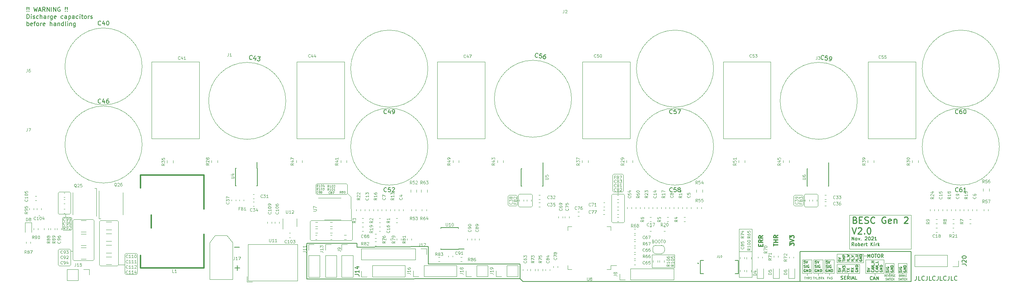
<source format=gbr>
G04 #@! TF.GenerationSoftware,KiCad,Pcbnew,(5.1.10)-1*
G04 #@! TF.CreationDate,2021-11-03T20:12:32-04:00*
G04 #@! TF.ProjectId,besc g2,62657363-2067-4322-9e6b-696361645f70,Init*
G04 #@! TF.SameCoordinates,Original*
G04 #@! TF.FileFunction,Legend,Top*
G04 #@! TF.FilePolarity,Positive*
%FSLAX46Y46*%
G04 Gerber Fmt 4.6, Leading zero omitted, Abs format (unit mm)*
G04 Created by KiCad (PCBNEW (5.1.10)-1) date 2021-11-03 20:12:32*
%MOMM*%
%LPD*%
G01*
G04 APERTURE LIST*
%ADD10C,0.150000*%
%ADD11C,0.100000*%
%ADD12C,0.120000*%
%ADD13C,0.200000*%
%ADD14C,0.125000*%
%ADD15C,0.250000*%
%ADD16C,0.300000*%
G04 APERTURE END LIST*
D10*
X243080952Y-126082380D02*
X243080952Y-126796666D01*
X243033333Y-126939523D01*
X242938095Y-127034761D01*
X242795238Y-127082380D01*
X242700000Y-127082380D01*
X244033333Y-127082380D02*
X243557142Y-127082380D01*
X243557142Y-126082380D01*
X244938095Y-126987142D02*
X244890476Y-127034761D01*
X244747619Y-127082380D01*
X244652380Y-127082380D01*
X244509523Y-127034761D01*
X244414285Y-126939523D01*
X244366666Y-126844285D01*
X244319047Y-126653809D01*
X244319047Y-126510952D01*
X244366666Y-126320476D01*
X244414285Y-126225238D01*
X244509523Y-126130000D01*
X244652380Y-126082380D01*
X244747619Y-126082380D01*
X244890476Y-126130000D01*
X244938095Y-126177619D01*
X245652380Y-126082380D02*
X245652380Y-126796666D01*
X245604761Y-126939523D01*
X245509523Y-127034761D01*
X245366666Y-127082380D01*
X245271428Y-127082380D01*
X246604761Y-127082380D02*
X246128571Y-127082380D01*
X246128571Y-126082380D01*
X247509523Y-126987142D02*
X247461904Y-127034761D01*
X247319047Y-127082380D01*
X247223809Y-127082380D01*
X247080952Y-127034761D01*
X246985714Y-126939523D01*
X246938095Y-126844285D01*
X246890476Y-126653809D01*
X246890476Y-126510952D01*
X246938095Y-126320476D01*
X246985714Y-126225238D01*
X247080952Y-126130000D01*
X247223809Y-126082380D01*
X247319047Y-126082380D01*
X247461904Y-126130000D01*
X247509523Y-126177619D01*
X248223809Y-126082380D02*
X248223809Y-126796666D01*
X248176190Y-126939523D01*
X248080952Y-127034761D01*
X247938095Y-127082380D01*
X247842857Y-127082380D01*
X249176190Y-127082380D02*
X248700000Y-127082380D01*
X248700000Y-126082380D01*
X250080952Y-126987142D02*
X250033333Y-127034761D01*
X249890476Y-127082380D01*
X249795238Y-127082380D01*
X249652380Y-127034761D01*
X249557142Y-126939523D01*
X249509523Y-126844285D01*
X249461904Y-126653809D01*
X249461904Y-126510952D01*
X249509523Y-126320476D01*
X249557142Y-126225238D01*
X249652380Y-126130000D01*
X249795238Y-126082380D01*
X249890476Y-126082380D01*
X250033333Y-126130000D01*
X250080952Y-126177619D01*
X250795238Y-126082380D02*
X250795238Y-126796666D01*
X250747619Y-126939523D01*
X250652380Y-127034761D01*
X250509523Y-127082380D01*
X250414285Y-127082380D01*
X251747619Y-127082380D02*
X251271428Y-127082380D01*
X251271428Y-126082380D01*
X252652380Y-126987142D02*
X252604761Y-127034761D01*
X252461904Y-127082380D01*
X252366666Y-127082380D01*
X252223809Y-127034761D01*
X252128571Y-126939523D01*
X252080952Y-126844285D01*
X252033333Y-126653809D01*
X252033333Y-126510952D01*
X252080952Y-126320476D01*
X252128571Y-126225238D01*
X252223809Y-126130000D01*
X252366666Y-126082380D01*
X252461904Y-126082380D01*
X252604761Y-126130000D01*
X252652380Y-126177619D01*
X240078000Y-124805357D02*
X240049428Y-124862500D01*
X240049428Y-124948214D01*
X240078000Y-125033928D01*
X240135142Y-125091071D01*
X240192285Y-125119642D01*
X240306571Y-125148214D01*
X240392285Y-125148214D01*
X240506571Y-125119642D01*
X240563714Y-125091071D01*
X240620857Y-125033928D01*
X240649428Y-124948214D01*
X240649428Y-124891071D01*
X240620857Y-124805357D01*
X240592285Y-124776785D01*
X240392285Y-124776785D01*
X240392285Y-124891071D01*
X240649428Y-124519642D02*
X240049428Y-124519642D01*
X240649428Y-124176785D01*
X240049428Y-124176785D01*
X240649428Y-123891071D02*
X240049428Y-123891071D01*
X240049428Y-123748214D01*
X240078000Y-123662500D01*
X240135142Y-123605357D01*
X240192285Y-123576785D01*
X240306571Y-123548214D01*
X240392285Y-123548214D01*
X240506571Y-123576785D01*
X240563714Y-123605357D01*
X240620857Y-123662500D01*
X240649428Y-123748214D01*
X240649428Y-123891071D01*
D11*
X239102190Y-125915285D02*
X239159333Y-125939095D01*
X239178380Y-125962904D01*
X239197428Y-126010523D01*
X239197428Y-126081952D01*
X239178380Y-126129571D01*
X239159333Y-126153380D01*
X239121238Y-126177190D01*
X238968857Y-126177190D01*
X238968857Y-125677190D01*
X239102190Y-125677190D01*
X239140285Y-125701000D01*
X239159333Y-125724809D01*
X239178380Y-125772428D01*
X239178380Y-125820047D01*
X239159333Y-125867666D01*
X239140285Y-125891476D01*
X239102190Y-125915285D01*
X238968857Y-125915285D01*
X239597428Y-126177190D02*
X239464095Y-125939095D01*
X239368857Y-126177190D02*
X239368857Y-125677190D01*
X239521238Y-125677190D01*
X239559333Y-125701000D01*
X239578380Y-125724809D01*
X239597428Y-125772428D01*
X239597428Y-125843857D01*
X239578380Y-125891476D01*
X239559333Y-125915285D01*
X239521238Y-125939095D01*
X239368857Y-125939095D01*
X239749809Y-126034333D02*
X239940285Y-126034333D01*
X239711714Y-126177190D02*
X239845047Y-125677190D01*
X239978380Y-126177190D01*
X240111714Y-126177190D02*
X240111714Y-125677190D01*
X240340285Y-126177190D02*
X240168857Y-125891476D01*
X240340285Y-125677190D02*
X240111714Y-125962904D01*
X240511714Y-125915285D02*
X240645047Y-125915285D01*
X240702190Y-126177190D02*
X240511714Y-126177190D01*
X240511714Y-125677190D01*
X240702190Y-125677190D01*
X238826000Y-127003380D02*
X238883142Y-127027190D01*
X238978380Y-127027190D01*
X239016476Y-127003380D01*
X239035523Y-126979571D01*
X239054571Y-126931952D01*
X239054571Y-126884333D01*
X239035523Y-126836714D01*
X239016476Y-126812904D01*
X238978380Y-126789095D01*
X238902190Y-126765285D01*
X238864095Y-126741476D01*
X238845047Y-126717666D01*
X238826000Y-126670047D01*
X238826000Y-126622428D01*
X238845047Y-126574809D01*
X238864095Y-126551000D01*
X238902190Y-126527190D01*
X238997428Y-126527190D01*
X239054571Y-126551000D01*
X239187904Y-126527190D02*
X239283142Y-127027190D01*
X239359333Y-126670047D01*
X239435523Y-127027190D01*
X239530761Y-126527190D01*
X239683142Y-127027190D02*
X239683142Y-126527190D01*
X239816476Y-126527190D02*
X240045047Y-126527190D01*
X239930761Y-127027190D02*
X239930761Y-126527190D01*
X240406952Y-126979571D02*
X240387904Y-127003380D01*
X240330761Y-127027190D01*
X240292666Y-127027190D01*
X240235523Y-127003380D01*
X240197428Y-126955761D01*
X240178380Y-126908142D01*
X240159333Y-126812904D01*
X240159333Y-126741476D01*
X240178380Y-126646238D01*
X240197428Y-126598619D01*
X240235523Y-126551000D01*
X240292666Y-126527190D01*
X240330761Y-126527190D01*
X240387904Y-126551000D01*
X240406952Y-126574809D01*
X240578380Y-127027190D02*
X240578380Y-126527190D01*
X240578380Y-126765285D02*
X240806952Y-126765285D01*
X240806952Y-127027190D02*
X240806952Y-126527190D01*
D10*
X239560857Y-125148214D02*
X239589428Y-125062500D01*
X239589428Y-124919642D01*
X239560857Y-124862500D01*
X239532285Y-124833928D01*
X239475142Y-124805357D01*
X239418000Y-124805357D01*
X239360857Y-124833928D01*
X239332285Y-124862500D01*
X239303714Y-124919642D01*
X239275142Y-125033928D01*
X239246571Y-125091071D01*
X239218000Y-125119642D01*
X239160857Y-125148214D01*
X239103714Y-125148214D01*
X239046571Y-125119642D01*
X239018000Y-125091071D01*
X238989428Y-125033928D01*
X238989428Y-124891071D01*
X239018000Y-124805357D01*
X239589428Y-124548214D02*
X238989428Y-124548214D01*
X239018000Y-123948214D02*
X238989428Y-124005357D01*
X238989428Y-124091071D01*
X239018000Y-124176785D01*
X239075142Y-124233928D01*
X239132285Y-124262500D01*
X239246571Y-124291071D01*
X239332285Y-124291071D01*
X239446571Y-124262500D01*
X239503714Y-124233928D01*
X239560857Y-124176785D01*
X239589428Y-124091071D01*
X239589428Y-124033928D01*
X239560857Y-123948214D01*
X239532285Y-123919642D01*
X239332285Y-123919642D01*
X239332285Y-124033928D01*
D12*
X239826000Y-125360000D02*
X239826000Y-125614000D01*
X240842000Y-125360000D02*
X238810000Y-125360000D01*
X238810000Y-125360000D02*
X238810000Y-123074000D01*
X240842000Y-123074000D02*
X240842000Y-125360000D01*
X238810000Y-123074000D02*
X240842000Y-123074000D01*
D11*
X235797047Y-126177190D02*
X235663714Y-125939095D01*
X235568476Y-126177190D02*
X235568476Y-125677190D01*
X235720857Y-125677190D01*
X235758952Y-125701000D01*
X235778000Y-125724809D01*
X235797047Y-125772428D01*
X235797047Y-125843857D01*
X235778000Y-125891476D01*
X235758952Y-125915285D01*
X235720857Y-125939095D01*
X235568476Y-125939095D01*
X235968476Y-125915285D02*
X236101809Y-125915285D01*
X236158952Y-126177190D02*
X235968476Y-126177190D01*
X235968476Y-125677190D01*
X236158952Y-125677190D01*
X236273238Y-125677190D02*
X236406571Y-126177190D01*
X236539904Y-125677190D01*
X236673238Y-125915285D02*
X236806571Y-125915285D01*
X236863714Y-126177190D02*
X236673238Y-126177190D01*
X236673238Y-125677190D01*
X236863714Y-125677190D01*
X237263714Y-126177190D02*
X237130380Y-125939095D01*
X237035142Y-126177190D02*
X237035142Y-125677190D01*
X237187523Y-125677190D01*
X237225619Y-125701000D01*
X237244666Y-125724809D01*
X237263714Y-125772428D01*
X237263714Y-125843857D01*
X237244666Y-125891476D01*
X237225619Y-125915285D01*
X237187523Y-125939095D01*
X237035142Y-125939095D01*
X237416095Y-126153380D02*
X237473238Y-126177190D01*
X237568476Y-126177190D01*
X237606571Y-126153380D01*
X237625619Y-126129571D01*
X237644666Y-126081952D01*
X237644666Y-126034333D01*
X237625619Y-125986714D01*
X237606571Y-125962904D01*
X237568476Y-125939095D01*
X237492285Y-125915285D01*
X237454190Y-125891476D01*
X237435142Y-125867666D01*
X237416095Y-125820047D01*
X237416095Y-125772428D01*
X237435142Y-125724809D01*
X237454190Y-125701000D01*
X237492285Y-125677190D01*
X237587523Y-125677190D01*
X237644666Y-125701000D01*
X237816095Y-125915285D02*
X237949428Y-125915285D01*
X238006571Y-126177190D02*
X237816095Y-126177190D01*
X237816095Y-125677190D01*
X238006571Y-125677190D01*
X235778000Y-127003380D02*
X235835142Y-127027190D01*
X235930380Y-127027190D01*
X235968476Y-127003380D01*
X235987523Y-126979571D01*
X236006571Y-126931952D01*
X236006571Y-126884333D01*
X235987523Y-126836714D01*
X235968476Y-126812904D01*
X235930380Y-126789095D01*
X235854190Y-126765285D01*
X235816095Y-126741476D01*
X235797047Y-126717666D01*
X235778000Y-126670047D01*
X235778000Y-126622428D01*
X235797047Y-126574809D01*
X235816095Y-126551000D01*
X235854190Y-126527190D01*
X235949428Y-126527190D01*
X236006571Y-126551000D01*
X236139904Y-126527190D02*
X236235142Y-127027190D01*
X236311333Y-126670047D01*
X236387523Y-127027190D01*
X236482761Y-126527190D01*
X236635142Y-127027190D02*
X236635142Y-126527190D01*
X236768476Y-126527190D02*
X236997047Y-126527190D01*
X236882761Y-127027190D02*
X236882761Y-126527190D01*
X237358952Y-126979571D02*
X237339904Y-127003380D01*
X237282761Y-127027190D01*
X237244666Y-127027190D01*
X237187523Y-127003380D01*
X237149428Y-126955761D01*
X237130380Y-126908142D01*
X237111333Y-126812904D01*
X237111333Y-126741476D01*
X237130380Y-126646238D01*
X237149428Y-126598619D01*
X237187523Y-126551000D01*
X237244666Y-126527190D01*
X237282761Y-126527190D01*
X237339904Y-126551000D01*
X237358952Y-126574809D01*
X237530380Y-127027190D02*
X237530380Y-126527190D01*
X237530380Y-126765285D02*
X237758952Y-126765285D01*
X237758952Y-127027190D02*
X237758952Y-126527190D01*
D12*
X236778000Y-125360000D02*
X236778000Y-125614000D01*
X237794000Y-125360000D02*
X235762000Y-125360000D01*
X237794000Y-123074000D02*
X237794000Y-125360000D01*
X235762000Y-123074000D02*
X237794000Y-123074000D01*
X235762000Y-125360000D02*
X235762000Y-123074000D01*
D10*
X236512857Y-125148214D02*
X236541428Y-125062500D01*
X236541428Y-124919642D01*
X236512857Y-124862500D01*
X236484285Y-124833928D01*
X236427142Y-124805357D01*
X236370000Y-124805357D01*
X236312857Y-124833928D01*
X236284285Y-124862500D01*
X236255714Y-124919642D01*
X236227142Y-125033928D01*
X236198571Y-125091071D01*
X236170000Y-125119642D01*
X236112857Y-125148214D01*
X236055714Y-125148214D01*
X235998571Y-125119642D01*
X235970000Y-125091071D01*
X235941428Y-125033928D01*
X235941428Y-124891071D01*
X235970000Y-124805357D01*
X236541428Y-124548214D02*
X235941428Y-124548214D01*
X235970000Y-123948214D02*
X235941428Y-124005357D01*
X235941428Y-124091071D01*
X235970000Y-124176785D01*
X236027142Y-124233928D01*
X236084285Y-124262500D01*
X236198571Y-124291071D01*
X236284285Y-124291071D01*
X236398571Y-124262500D01*
X236455714Y-124233928D01*
X236512857Y-124176785D01*
X236541428Y-124091071D01*
X236541428Y-124033928D01*
X236512857Y-123948214D01*
X236484285Y-123919642D01*
X236284285Y-123919642D01*
X236284285Y-124033928D01*
X237030000Y-124805357D02*
X237001428Y-124862500D01*
X237001428Y-124948214D01*
X237030000Y-125033928D01*
X237087142Y-125091071D01*
X237144285Y-125119642D01*
X237258571Y-125148214D01*
X237344285Y-125148214D01*
X237458571Y-125119642D01*
X237515714Y-125091071D01*
X237572857Y-125033928D01*
X237601428Y-124948214D01*
X237601428Y-124891071D01*
X237572857Y-124805357D01*
X237544285Y-124776785D01*
X237344285Y-124776785D01*
X237344285Y-124891071D01*
X237601428Y-124519642D02*
X237001428Y-124519642D01*
X237601428Y-124176785D01*
X237001428Y-124176785D01*
X237601428Y-123891071D02*
X237001428Y-123891071D01*
X237001428Y-123748214D01*
X237030000Y-123662500D01*
X237087142Y-123605357D01*
X237144285Y-123576785D01*
X237258571Y-123548214D01*
X237344285Y-123548214D01*
X237458571Y-123576785D01*
X237515714Y-123605357D01*
X237572857Y-123662500D01*
X237601428Y-123748214D01*
X237601428Y-123891071D01*
D12*
X185978000Y-124090000D02*
X180644000Y-124090000D01*
X185978000Y-121042000D02*
X185978000Y-124090000D01*
X180644000Y-121042000D02*
X185978000Y-121042000D01*
X180644000Y-124090000D02*
X180644000Y-121042000D01*
X201218000Y-126376000D02*
X201218000Y-120280000D01*
X204266000Y-126376000D02*
X201218000Y-126376000D01*
X204266000Y-120280000D02*
X204266000Y-126376000D01*
X201218000Y-120280000D02*
X201218000Y-114946000D01*
X204266000Y-120280000D02*
X201218000Y-120280000D01*
X204266000Y-114946000D02*
X204266000Y-120280000D01*
X201218000Y-114946000D02*
X204266000Y-114946000D01*
D10*
X216809071Y-122460428D02*
X216523357Y-122460428D01*
X216494785Y-122746142D01*
X216523357Y-122717571D01*
X216580500Y-122689000D01*
X216723357Y-122689000D01*
X216780500Y-122717571D01*
X216809071Y-122746142D01*
X216837642Y-122803285D01*
X216837642Y-122946142D01*
X216809071Y-123003285D01*
X216780500Y-123031857D01*
X216723357Y-123060428D01*
X216580500Y-123060428D01*
X216523357Y-123031857D01*
X216494785Y-123003285D01*
X217009071Y-122460428D02*
X217209071Y-123060428D01*
X217409071Y-122460428D01*
X219476071Y-122460428D02*
X219190357Y-122460428D01*
X219161785Y-122746142D01*
X219190357Y-122717571D01*
X219247500Y-122689000D01*
X219390357Y-122689000D01*
X219447500Y-122717571D01*
X219476071Y-122746142D01*
X219504642Y-122803285D01*
X219504642Y-122946142D01*
X219476071Y-123003285D01*
X219447500Y-123031857D01*
X219390357Y-123060428D01*
X219247500Y-123060428D01*
X219190357Y-123031857D01*
X219161785Y-123003285D01*
X219676071Y-122460428D02*
X219876071Y-123060428D01*
X220076071Y-122460428D01*
D12*
X109524000Y-107326000D02*
X109550000Y-112914000D01*
X108635000Y-106437000D02*
X109524000Y-107326000D01*
X42100000Y-111400000D02*
X42100000Y-112100000D01*
X43000000Y-106100000D02*
X40600000Y-106100000D01*
X43300000Y-106400000D02*
X43000000Y-106100000D01*
X43300000Y-111100000D02*
X43300000Y-106400000D01*
X43000000Y-111400000D02*
X43300000Y-111100000D01*
X40500000Y-111400000D02*
X43000000Y-111400000D01*
X40300000Y-111200000D02*
X40500000Y-111400000D01*
X40300000Y-106400000D02*
X40300000Y-111200000D01*
X40600000Y-106100000D02*
X40300000Y-106400000D01*
X43500000Y-115000000D02*
X43300000Y-115200000D01*
X43500000Y-112300000D02*
X43500000Y-115000000D01*
X43300000Y-112100000D02*
X43500000Y-112300000D01*
X41500000Y-112100000D02*
X43300000Y-112100000D01*
X41300000Y-112300000D02*
X41500000Y-112100000D01*
X41300000Y-115000000D02*
X41300000Y-112300000D01*
X41500000Y-115200000D02*
X41300000Y-115000000D01*
X41500000Y-115200000D02*
X43300000Y-115200000D01*
D13*
X32968095Y-63257142D02*
X33015714Y-63304761D01*
X32968095Y-63352380D01*
X32920476Y-63304761D01*
X32968095Y-63257142D01*
X32968095Y-63352380D01*
X32968095Y-62971428D02*
X32920476Y-62400000D01*
X32968095Y-62352380D01*
X33015714Y-62400000D01*
X32968095Y-62971428D01*
X32968095Y-62352380D01*
X33444285Y-63257142D02*
X33491904Y-63304761D01*
X33444285Y-63352380D01*
X33396666Y-63304761D01*
X33444285Y-63257142D01*
X33444285Y-63352380D01*
X33444285Y-62971428D02*
X33396666Y-62400000D01*
X33444285Y-62352380D01*
X33491904Y-62400000D01*
X33444285Y-62971428D01*
X33444285Y-62352380D01*
X34587142Y-62352380D02*
X34825238Y-63352380D01*
X35015714Y-62638095D01*
X35206190Y-63352380D01*
X35444285Y-62352380D01*
X35777619Y-63066666D02*
X36253809Y-63066666D01*
X35682380Y-63352380D02*
X36015714Y-62352380D01*
X36349047Y-63352380D01*
X37253809Y-63352380D02*
X36920476Y-62876190D01*
X36682380Y-63352380D02*
X36682380Y-62352380D01*
X37063333Y-62352380D01*
X37158571Y-62400000D01*
X37206190Y-62447619D01*
X37253809Y-62542857D01*
X37253809Y-62685714D01*
X37206190Y-62780952D01*
X37158571Y-62828571D01*
X37063333Y-62876190D01*
X36682380Y-62876190D01*
X37682380Y-63352380D02*
X37682380Y-62352380D01*
X38253809Y-63352380D01*
X38253809Y-62352380D01*
X38730000Y-63352380D02*
X38730000Y-62352380D01*
X39206190Y-63352380D02*
X39206190Y-62352380D01*
X39777619Y-63352380D01*
X39777619Y-62352380D01*
X40777619Y-62400000D02*
X40682380Y-62352380D01*
X40539523Y-62352380D01*
X40396666Y-62400000D01*
X40301428Y-62495238D01*
X40253809Y-62590476D01*
X40206190Y-62780952D01*
X40206190Y-62923809D01*
X40253809Y-63114285D01*
X40301428Y-63209523D01*
X40396666Y-63304761D01*
X40539523Y-63352380D01*
X40634761Y-63352380D01*
X40777619Y-63304761D01*
X40825238Y-63257142D01*
X40825238Y-62923809D01*
X40634761Y-62923809D01*
X42015714Y-63257142D02*
X42063333Y-63304761D01*
X42015714Y-63352380D01*
X41968095Y-63304761D01*
X42015714Y-63257142D01*
X42015714Y-63352380D01*
X42015714Y-62971428D02*
X41968095Y-62400000D01*
X42015714Y-62352380D01*
X42063333Y-62400000D01*
X42015714Y-62971428D01*
X42015714Y-62352380D01*
X42491904Y-63257142D02*
X42539523Y-63304761D01*
X42491904Y-63352380D01*
X42444285Y-63304761D01*
X42491904Y-63257142D01*
X42491904Y-63352380D01*
X42491904Y-62971428D02*
X42444285Y-62400000D01*
X42491904Y-62352380D01*
X42539523Y-62400000D01*
X42491904Y-62971428D01*
X42491904Y-62352380D01*
X32968095Y-65052380D02*
X32968095Y-64052380D01*
X33206190Y-64052380D01*
X33349047Y-64100000D01*
X33444285Y-64195238D01*
X33491904Y-64290476D01*
X33539523Y-64480952D01*
X33539523Y-64623809D01*
X33491904Y-64814285D01*
X33444285Y-64909523D01*
X33349047Y-65004761D01*
X33206190Y-65052380D01*
X32968095Y-65052380D01*
X33968095Y-65052380D02*
X33968095Y-64385714D01*
X33968095Y-64052380D02*
X33920476Y-64100000D01*
X33968095Y-64147619D01*
X34015714Y-64100000D01*
X33968095Y-64052380D01*
X33968095Y-64147619D01*
X34396666Y-65004761D02*
X34491904Y-65052380D01*
X34682380Y-65052380D01*
X34777619Y-65004761D01*
X34825238Y-64909523D01*
X34825238Y-64861904D01*
X34777619Y-64766666D01*
X34682380Y-64719047D01*
X34539523Y-64719047D01*
X34444285Y-64671428D01*
X34396666Y-64576190D01*
X34396666Y-64528571D01*
X34444285Y-64433333D01*
X34539523Y-64385714D01*
X34682380Y-64385714D01*
X34777619Y-64433333D01*
X35682380Y-65004761D02*
X35587142Y-65052380D01*
X35396666Y-65052380D01*
X35301428Y-65004761D01*
X35253809Y-64957142D01*
X35206190Y-64861904D01*
X35206190Y-64576190D01*
X35253809Y-64480952D01*
X35301428Y-64433333D01*
X35396666Y-64385714D01*
X35587142Y-64385714D01*
X35682380Y-64433333D01*
X36110952Y-65052380D02*
X36110952Y-64052380D01*
X36539523Y-65052380D02*
X36539523Y-64528571D01*
X36491904Y-64433333D01*
X36396666Y-64385714D01*
X36253809Y-64385714D01*
X36158571Y-64433333D01*
X36110952Y-64480952D01*
X37444285Y-65052380D02*
X37444285Y-64528571D01*
X37396666Y-64433333D01*
X37301428Y-64385714D01*
X37110952Y-64385714D01*
X37015714Y-64433333D01*
X37444285Y-65004761D02*
X37349047Y-65052380D01*
X37110952Y-65052380D01*
X37015714Y-65004761D01*
X36968095Y-64909523D01*
X36968095Y-64814285D01*
X37015714Y-64719047D01*
X37110952Y-64671428D01*
X37349047Y-64671428D01*
X37444285Y-64623809D01*
X37920476Y-65052380D02*
X37920476Y-64385714D01*
X37920476Y-64576190D02*
X37968095Y-64480952D01*
X38015714Y-64433333D01*
X38110952Y-64385714D01*
X38206190Y-64385714D01*
X38968095Y-64385714D02*
X38968095Y-65195238D01*
X38920476Y-65290476D01*
X38872857Y-65338095D01*
X38777619Y-65385714D01*
X38634761Y-65385714D01*
X38539523Y-65338095D01*
X38968095Y-65004761D02*
X38872857Y-65052380D01*
X38682380Y-65052380D01*
X38587142Y-65004761D01*
X38539523Y-64957142D01*
X38491904Y-64861904D01*
X38491904Y-64576190D01*
X38539523Y-64480952D01*
X38587142Y-64433333D01*
X38682380Y-64385714D01*
X38872857Y-64385714D01*
X38968095Y-64433333D01*
X39825238Y-65004761D02*
X39730000Y-65052380D01*
X39539523Y-65052380D01*
X39444285Y-65004761D01*
X39396666Y-64909523D01*
X39396666Y-64528571D01*
X39444285Y-64433333D01*
X39539523Y-64385714D01*
X39730000Y-64385714D01*
X39825238Y-64433333D01*
X39872857Y-64528571D01*
X39872857Y-64623809D01*
X39396666Y-64719047D01*
X41491904Y-65004761D02*
X41396666Y-65052380D01*
X41206190Y-65052380D01*
X41110952Y-65004761D01*
X41063333Y-64957142D01*
X41015714Y-64861904D01*
X41015714Y-64576190D01*
X41063333Y-64480952D01*
X41110952Y-64433333D01*
X41206190Y-64385714D01*
X41396666Y-64385714D01*
X41491904Y-64433333D01*
X42349047Y-65052380D02*
X42349047Y-64528571D01*
X42301428Y-64433333D01*
X42206190Y-64385714D01*
X42015714Y-64385714D01*
X41920476Y-64433333D01*
X42349047Y-65004761D02*
X42253809Y-65052380D01*
X42015714Y-65052380D01*
X41920476Y-65004761D01*
X41872857Y-64909523D01*
X41872857Y-64814285D01*
X41920476Y-64719047D01*
X42015714Y-64671428D01*
X42253809Y-64671428D01*
X42349047Y-64623809D01*
X42825238Y-64385714D02*
X42825238Y-65385714D01*
X42825238Y-64433333D02*
X42920476Y-64385714D01*
X43110952Y-64385714D01*
X43206190Y-64433333D01*
X43253809Y-64480952D01*
X43301428Y-64576190D01*
X43301428Y-64861904D01*
X43253809Y-64957142D01*
X43206190Y-65004761D01*
X43110952Y-65052380D01*
X42920476Y-65052380D01*
X42825238Y-65004761D01*
X44158571Y-65052380D02*
X44158571Y-64528571D01*
X44110952Y-64433333D01*
X44015714Y-64385714D01*
X43825238Y-64385714D01*
X43730000Y-64433333D01*
X44158571Y-65004761D02*
X44063333Y-65052380D01*
X43825238Y-65052380D01*
X43730000Y-65004761D01*
X43682380Y-64909523D01*
X43682380Y-64814285D01*
X43730000Y-64719047D01*
X43825238Y-64671428D01*
X44063333Y-64671428D01*
X44158571Y-64623809D01*
X45063333Y-65004761D02*
X44968095Y-65052380D01*
X44777619Y-65052380D01*
X44682380Y-65004761D01*
X44634761Y-64957142D01*
X44587142Y-64861904D01*
X44587142Y-64576190D01*
X44634761Y-64480952D01*
X44682380Y-64433333D01*
X44777619Y-64385714D01*
X44968095Y-64385714D01*
X45063333Y-64433333D01*
X45491904Y-65052380D02*
X45491904Y-64385714D01*
X45491904Y-64052380D02*
X45444285Y-64100000D01*
X45491904Y-64147619D01*
X45539523Y-64100000D01*
X45491904Y-64052380D01*
X45491904Y-64147619D01*
X45825238Y-64385714D02*
X46206190Y-64385714D01*
X45968095Y-64052380D02*
X45968095Y-64909523D01*
X46015714Y-65004761D01*
X46110952Y-65052380D01*
X46206190Y-65052380D01*
X46682380Y-65052380D02*
X46587142Y-65004761D01*
X46539523Y-64957142D01*
X46491904Y-64861904D01*
X46491904Y-64576190D01*
X46539523Y-64480952D01*
X46587142Y-64433333D01*
X46682380Y-64385714D01*
X46825238Y-64385714D01*
X46920476Y-64433333D01*
X46968095Y-64480952D01*
X47015714Y-64576190D01*
X47015714Y-64861904D01*
X46968095Y-64957142D01*
X46920476Y-65004761D01*
X46825238Y-65052380D01*
X46682380Y-65052380D01*
X47444285Y-65052380D02*
X47444285Y-64385714D01*
X47444285Y-64576190D02*
X47491904Y-64480952D01*
X47539523Y-64433333D01*
X47634761Y-64385714D01*
X47730000Y-64385714D01*
X48015714Y-65004761D02*
X48110952Y-65052380D01*
X48301428Y-65052380D01*
X48396666Y-65004761D01*
X48444285Y-64909523D01*
X48444285Y-64861904D01*
X48396666Y-64766666D01*
X48301428Y-64719047D01*
X48158571Y-64719047D01*
X48063333Y-64671428D01*
X48015714Y-64576190D01*
X48015714Y-64528571D01*
X48063333Y-64433333D01*
X48158571Y-64385714D01*
X48301428Y-64385714D01*
X48396666Y-64433333D01*
X32968095Y-66752380D02*
X32968095Y-65752380D01*
X32968095Y-66133333D02*
X33063333Y-66085714D01*
X33253809Y-66085714D01*
X33349047Y-66133333D01*
X33396666Y-66180952D01*
X33444285Y-66276190D01*
X33444285Y-66561904D01*
X33396666Y-66657142D01*
X33349047Y-66704761D01*
X33253809Y-66752380D01*
X33063333Y-66752380D01*
X32968095Y-66704761D01*
X34253809Y-66704761D02*
X34158571Y-66752380D01*
X33968095Y-66752380D01*
X33872857Y-66704761D01*
X33825238Y-66609523D01*
X33825238Y-66228571D01*
X33872857Y-66133333D01*
X33968095Y-66085714D01*
X34158571Y-66085714D01*
X34253809Y-66133333D01*
X34301428Y-66228571D01*
X34301428Y-66323809D01*
X33825238Y-66419047D01*
X34587142Y-66085714D02*
X34968095Y-66085714D01*
X34730000Y-66752380D02*
X34730000Y-65895238D01*
X34777619Y-65800000D01*
X34872857Y-65752380D01*
X34968095Y-65752380D01*
X35444285Y-66752380D02*
X35349047Y-66704761D01*
X35301428Y-66657142D01*
X35253809Y-66561904D01*
X35253809Y-66276190D01*
X35301428Y-66180952D01*
X35349047Y-66133333D01*
X35444285Y-66085714D01*
X35587142Y-66085714D01*
X35682380Y-66133333D01*
X35730000Y-66180952D01*
X35777619Y-66276190D01*
X35777619Y-66561904D01*
X35730000Y-66657142D01*
X35682380Y-66704761D01*
X35587142Y-66752380D01*
X35444285Y-66752380D01*
X36206190Y-66752380D02*
X36206190Y-66085714D01*
X36206190Y-66276190D02*
X36253809Y-66180952D01*
X36301428Y-66133333D01*
X36396666Y-66085714D01*
X36491904Y-66085714D01*
X37206190Y-66704761D02*
X37110952Y-66752380D01*
X36920476Y-66752380D01*
X36825238Y-66704761D01*
X36777619Y-66609523D01*
X36777619Y-66228571D01*
X36825238Y-66133333D01*
X36920476Y-66085714D01*
X37110952Y-66085714D01*
X37206190Y-66133333D01*
X37253809Y-66228571D01*
X37253809Y-66323809D01*
X36777619Y-66419047D01*
X38444285Y-66752380D02*
X38444285Y-65752380D01*
X38872857Y-66752380D02*
X38872857Y-66228571D01*
X38825238Y-66133333D01*
X38730000Y-66085714D01*
X38587142Y-66085714D01*
X38491904Y-66133333D01*
X38444285Y-66180952D01*
X39777619Y-66752380D02*
X39777619Y-66228571D01*
X39730000Y-66133333D01*
X39634761Y-66085714D01*
X39444285Y-66085714D01*
X39349047Y-66133333D01*
X39777619Y-66704761D02*
X39682380Y-66752380D01*
X39444285Y-66752380D01*
X39349047Y-66704761D01*
X39301428Y-66609523D01*
X39301428Y-66514285D01*
X39349047Y-66419047D01*
X39444285Y-66371428D01*
X39682380Y-66371428D01*
X39777619Y-66323809D01*
X40253809Y-66085714D02*
X40253809Y-66752380D01*
X40253809Y-66180952D02*
X40301428Y-66133333D01*
X40396666Y-66085714D01*
X40539523Y-66085714D01*
X40634761Y-66133333D01*
X40682380Y-66228571D01*
X40682380Y-66752380D01*
X41587142Y-66752380D02*
X41587142Y-65752380D01*
X41587142Y-66704761D02*
X41491904Y-66752380D01*
X41301428Y-66752380D01*
X41206190Y-66704761D01*
X41158571Y-66657142D01*
X41110952Y-66561904D01*
X41110952Y-66276190D01*
X41158571Y-66180952D01*
X41206190Y-66133333D01*
X41301428Y-66085714D01*
X41491904Y-66085714D01*
X41587142Y-66133333D01*
X42206190Y-66752380D02*
X42110952Y-66704761D01*
X42063333Y-66609523D01*
X42063333Y-65752380D01*
X42587142Y-66752380D02*
X42587142Y-66085714D01*
X42587142Y-65752380D02*
X42539523Y-65800000D01*
X42587142Y-65847619D01*
X42634761Y-65800000D01*
X42587142Y-65752380D01*
X42587142Y-65847619D01*
X43063333Y-66085714D02*
X43063333Y-66752380D01*
X43063333Y-66180952D02*
X43110952Y-66133333D01*
X43206190Y-66085714D01*
X43349047Y-66085714D01*
X43444285Y-66133333D01*
X43491904Y-66228571D01*
X43491904Y-66752380D01*
X44396666Y-66085714D02*
X44396666Y-66895238D01*
X44349047Y-66990476D01*
X44301428Y-67038095D01*
X44206190Y-67085714D01*
X44063333Y-67085714D01*
X43968095Y-67038095D01*
X44396666Y-66704761D02*
X44301428Y-66752380D01*
X44110952Y-66752380D01*
X44015714Y-66704761D01*
X43968095Y-66657142D01*
X43920476Y-66561904D01*
X43920476Y-66276190D01*
X43968095Y-66180952D01*
X44015714Y-66133333D01*
X44110952Y-66085714D01*
X44301428Y-66085714D01*
X44396666Y-66133333D01*
D12*
X230590000Y-121305000D02*
X231290000Y-121305000D01*
D13*
X241858000Y-127392000D02*
X241858000Y-120280000D01*
X215563000Y-127400000D02*
X241858000Y-127392000D01*
X215563000Y-120280000D02*
X215563000Y-127400000D01*
X241858000Y-120272000D02*
X215563000Y-120280000D01*
X150164000Y-127400000D02*
X215563000Y-127400000D01*
X149464000Y-126692000D02*
X150164000Y-127392000D01*
X99100000Y-126800000D02*
X99100000Y-118300000D01*
X149464000Y-126692000D02*
X99100000Y-126800000D01*
X149464000Y-123192000D02*
X149464000Y-126692000D01*
X127800000Y-123200000D02*
X149464000Y-123192000D01*
X127800000Y-119100000D02*
X127800000Y-123200000D01*
X110900000Y-119200000D02*
X127800000Y-119100000D01*
X110900000Y-118300000D02*
X110900000Y-119200000D01*
X99100000Y-118300000D02*
X110900000Y-118300000D01*
D12*
X233290000Y-125405000D02*
X233290000Y-125905000D01*
X235390000Y-125405000D02*
X231090000Y-125405000D01*
X235390000Y-122205000D02*
X235390000Y-125405000D01*
X231090000Y-122205000D02*
X235390000Y-122205000D01*
X231090000Y-125405000D02*
X231090000Y-122205000D01*
X224290000Y-120805000D02*
X230590000Y-120805000D01*
X230590000Y-120805000D02*
X230590000Y-122905000D01*
X230590000Y-122905000D02*
X224290000Y-122905000D01*
X224290000Y-122905000D02*
X224290000Y-120805000D01*
X226990000Y-125405000D02*
X226990000Y-125805000D01*
X229590000Y-125405000D02*
X224290000Y-125405000D01*
X229590000Y-123305000D02*
X229590000Y-125405000D01*
X224290000Y-123305000D02*
X229590000Y-123305000D01*
X224290000Y-125405000D02*
X224290000Y-123305000D01*
X222490000Y-125405000D02*
X222490000Y-125868000D01*
X219890000Y-125405000D02*
X219890000Y-125905000D01*
X217290000Y-125405000D02*
X217290000Y-125905000D01*
X221390000Y-125405000D02*
X221390000Y-122205000D01*
X223590000Y-125405000D02*
X221390000Y-125405000D01*
X221390000Y-122205000D02*
X223590000Y-122205000D01*
X223590000Y-122205000D02*
X223590000Y-125405000D01*
X218790000Y-125405000D02*
X218790000Y-122205000D01*
X220990000Y-125405000D02*
X218790000Y-125405000D01*
X218790000Y-122205000D02*
X220990000Y-122205000D01*
X220990000Y-122205000D02*
X220990000Y-125405000D01*
X216190000Y-125405000D02*
X216190000Y-122205000D01*
X218390000Y-125405000D02*
X216190000Y-125405000D01*
X218390000Y-122205000D02*
X218390000Y-125405000D01*
X216190000Y-122205000D02*
X218390000Y-122205000D01*
D10*
X232635119Y-126890714D02*
X232597023Y-126928809D01*
X232482738Y-126966904D01*
X232406547Y-126966904D01*
X232292261Y-126928809D01*
X232216071Y-126852619D01*
X232177976Y-126776428D01*
X232139880Y-126624047D01*
X232139880Y-126509761D01*
X232177976Y-126357380D01*
X232216071Y-126281190D01*
X232292261Y-126205000D01*
X232406547Y-126166904D01*
X232482738Y-126166904D01*
X232597023Y-126205000D01*
X232635119Y-126243095D01*
X232939880Y-126738333D02*
X233320833Y-126738333D01*
X232863690Y-126966904D02*
X233130357Y-126166904D01*
X233397023Y-126966904D01*
X233663690Y-126966904D02*
X233663690Y-126166904D01*
X234120833Y-126966904D01*
X234120833Y-126166904D01*
X231461428Y-124778928D02*
X231461428Y-125064642D01*
X231747142Y-125093214D01*
X231718571Y-125064642D01*
X231690000Y-125007500D01*
X231690000Y-124864642D01*
X231718571Y-124807500D01*
X231747142Y-124778928D01*
X231804285Y-124750357D01*
X231947142Y-124750357D01*
X232004285Y-124778928D01*
X232032857Y-124807500D01*
X232061428Y-124864642D01*
X232061428Y-125007500D01*
X232032857Y-125064642D01*
X232004285Y-125093214D01*
X231461428Y-124578928D02*
X232061428Y-124378928D01*
X231461428Y-124178928D01*
X233004285Y-124721785D02*
X233032857Y-124750357D01*
X233061428Y-124836071D01*
X233061428Y-124893214D01*
X233032857Y-124978928D01*
X232975714Y-125036071D01*
X232918571Y-125064642D01*
X232804285Y-125093214D01*
X232718571Y-125093214D01*
X232604285Y-125064642D01*
X232547142Y-125036071D01*
X232490000Y-124978928D01*
X232461428Y-124893214D01*
X232461428Y-124836071D01*
X232490000Y-124750357D01*
X232518571Y-124721785D01*
X232890000Y-124493214D02*
X232890000Y-124207500D01*
X233061428Y-124550357D02*
X232461428Y-124350357D01*
X233061428Y-124150357D01*
X233061428Y-123950357D02*
X232461428Y-123950357D01*
X233061428Y-123607500D01*
X232461428Y-123607500D01*
X233118571Y-123464642D02*
X233118571Y-123007500D01*
X233061428Y-122864642D02*
X232461428Y-122864642D01*
X232747142Y-122864642D02*
X232747142Y-122521785D01*
X233061428Y-122521785D02*
X232461428Y-122521785D01*
X234490000Y-124750357D02*
X234461428Y-124807500D01*
X234461428Y-124893214D01*
X234490000Y-124978928D01*
X234547142Y-125036071D01*
X234604285Y-125064642D01*
X234718571Y-125093214D01*
X234804285Y-125093214D01*
X234918571Y-125064642D01*
X234975714Y-125036071D01*
X235032857Y-124978928D01*
X235061428Y-124893214D01*
X235061428Y-124836071D01*
X235032857Y-124750357D01*
X235004285Y-124721785D01*
X234804285Y-124721785D01*
X234804285Y-124836071D01*
X235061428Y-124464642D02*
X234461428Y-124464642D01*
X235061428Y-124121785D01*
X234461428Y-124121785D01*
X235061428Y-123836071D02*
X234461428Y-123836071D01*
X234461428Y-123693214D01*
X234490000Y-123607500D01*
X234547142Y-123550357D01*
X234604285Y-123521785D01*
X234718571Y-123493214D01*
X234804285Y-123493214D01*
X234918571Y-123521785D01*
X234975714Y-123550357D01*
X235032857Y-123607500D01*
X235061428Y-123693214D01*
X235061428Y-123836071D01*
X234004285Y-124721785D02*
X234032857Y-124750357D01*
X234061428Y-124836071D01*
X234061428Y-124893214D01*
X234032857Y-124978928D01*
X233975714Y-125036071D01*
X233918571Y-125064642D01*
X233804285Y-125093214D01*
X233718571Y-125093214D01*
X233604285Y-125064642D01*
X233547142Y-125036071D01*
X233490000Y-124978928D01*
X233461428Y-124893214D01*
X233461428Y-124836071D01*
X233490000Y-124750357D01*
X233518571Y-124721785D01*
X233890000Y-124493214D02*
X233890000Y-124207500D01*
X234061428Y-124550357D02*
X233461428Y-124350357D01*
X234061428Y-124150357D01*
X234061428Y-123950357D02*
X233461428Y-123950357D01*
X234061428Y-123607500D01*
X233461428Y-123607500D01*
X234118571Y-123464642D02*
X234118571Y-123007500D01*
X234061428Y-122578928D02*
X234061428Y-122864642D01*
X233461428Y-122864642D01*
X225239880Y-126828809D02*
X225354166Y-126866904D01*
X225544642Y-126866904D01*
X225620833Y-126828809D01*
X225658928Y-126790714D01*
X225697023Y-126714523D01*
X225697023Y-126638333D01*
X225658928Y-126562142D01*
X225620833Y-126524047D01*
X225544642Y-126485952D01*
X225392261Y-126447857D01*
X225316071Y-126409761D01*
X225277976Y-126371666D01*
X225239880Y-126295476D01*
X225239880Y-126219285D01*
X225277976Y-126143095D01*
X225316071Y-126105000D01*
X225392261Y-126066904D01*
X225582738Y-126066904D01*
X225697023Y-126105000D01*
X226039880Y-126447857D02*
X226306547Y-126447857D01*
X226420833Y-126866904D02*
X226039880Y-126866904D01*
X226039880Y-126066904D01*
X226420833Y-126066904D01*
X227220833Y-126866904D02*
X226954166Y-126485952D01*
X226763690Y-126866904D02*
X226763690Y-126066904D01*
X227068452Y-126066904D01*
X227144642Y-126105000D01*
X227182738Y-126143095D01*
X227220833Y-126219285D01*
X227220833Y-126333571D01*
X227182738Y-126409761D01*
X227144642Y-126447857D01*
X227068452Y-126485952D01*
X226763690Y-126485952D01*
X227563690Y-126866904D02*
X227563690Y-126066904D01*
X227906547Y-126638333D02*
X228287500Y-126638333D01*
X227830357Y-126866904D02*
X228097023Y-126066904D01*
X228363690Y-126866904D01*
X229011309Y-126866904D02*
X228630357Y-126866904D01*
X228630357Y-126066904D01*
X225661428Y-125121785D02*
X225661428Y-124750357D01*
X225890000Y-124950357D01*
X225890000Y-124864642D01*
X225918571Y-124807500D01*
X225947142Y-124778928D01*
X226004285Y-124750357D01*
X226147142Y-124750357D01*
X226204285Y-124778928D01*
X226232857Y-124807500D01*
X226261428Y-124864642D01*
X226261428Y-125036071D01*
X226232857Y-125093214D01*
X226204285Y-125121785D01*
X225661428Y-124578928D02*
X226261428Y-124378928D01*
X225661428Y-124178928D01*
X225661428Y-124036071D02*
X225661428Y-123664642D01*
X225890000Y-123864642D01*
X225890000Y-123778928D01*
X225918571Y-123721785D01*
X225947142Y-123693214D01*
X226004285Y-123664642D01*
X226147142Y-123664642D01*
X226204285Y-123693214D01*
X226232857Y-123721785D01*
X226261428Y-123778928D01*
X226261428Y-123950357D01*
X226232857Y-124007500D01*
X226204285Y-124036071D01*
X224661428Y-124778928D02*
X224661428Y-125064642D01*
X224947142Y-125093214D01*
X224918571Y-125064642D01*
X224890000Y-125007500D01*
X224890000Y-124864642D01*
X224918571Y-124807500D01*
X224947142Y-124778928D01*
X225004285Y-124750357D01*
X225147142Y-124750357D01*
X225204285Y-124778928D01*
X225232857Y-124807500D01*
X225261428Y-124864642D01*
X225261428Y-125007500D01*
X225232857Y-125064642D01*
X225204285Y-125093214D01*
X224661428Y-124578928D02*
X225261428Y-124378928D01*
X224661428Y-124178928D01*
X228690000Y-124750357D02*
X228661428Y-124807500D01*
X228661428Y-124893214D01*
X228690000Y-124978928D01*
X228747142Y-125036071D01*
X228804285Y-125064642D01*
X228918571Y-125093214D01*
X229004285Y-125093214D01*
X229118571Y-125064642D01*
X229175714Y-125036071D01*
X229232857Y-124978928D01*
X229261428Y-124893214D01*
X229261428Y-124836071D01*
X229232857Y-124750357D01*
X229204285Y-124721785D01*
X229004285Y-124721785D01*
X229004285Y-124836071D01*
X229261428Y-124464642D02*
X228661428Y-124464642D01*
X229261428Y-124121785D01*
X228661428Y-124121785D01*
X229261428Y-123836071D02*
X228661428Y-123836071D01*
X228661428Y-123693214D01*
X228690000Y-123607500D01*
X228747142Y-123550357D01*
X228804285Y-123521785D01*
X228918571Y-123493214D01*
X229004285Y-123493214D01*
X229118571Y-123521785D01*
X229175714Y-123550357D01*
X229232857Y-123607500D01*
X229261428Y-123693214D01*
X229261428Y-123836071D01*
X228261428Y-124721785D02*
X227975714Y-124921785D01*
X228261428Y-125064642D02*
X227661428Y-125064642D01*
X227661428Y-124836071D01*
X227690000Y-124778928D01*
X227718571Y-124750357D01*
X227775714Y-124721785D01*
X227861428Y-124721785D01*
X227918571Y-124750357D01*
X227947142Y-124778928D01*
X227975714Y-124836071D01*
X227975714Y-125064642D01*
X227661428Y-124521785D02*
X228261428Y-124121785D01*
X227661428Y-124121785D02*
X228261428Y-124521785D01*
X226661428Y-125150357D02*
X226661428Y-124807500D01*
X227261428Y-124978928D02*
X226661428Y-124978928D01*
X226661428Y-124664642D02*
X227261428Y-124264642D01*
X226661428Y-124264642D02*
X227261428Y-124664642D01*
X229690000Y-122250357D02*
X229661428Y-122307500D01*
X229661428Y-122393214D01*
X229690000Y-122478928D01*
X229747142Y-122536071D01*
X229804285Y-122564642D01*
X229918571Y-122593214D01*
X230004285Y-122593214D01*
X230118571Y-122564642D01*
X230175714Y-122536071D01*
X230232857Y-122478928D01*
X230261428Y-122393214D01*
X230261428Y-122336071D01*
X230232857Y-122250357D01*
X230204285Y-122221785D01*
X230004285Y-122221785D01*
X230004285Y-122336071D01*
X230261428Y-121964642D02*
X229661428Y-121964642D01*
X230261428Y-121621785D01*
X229661428Y-121621785D01*
X230261428Y-121336071D02*
X229661428Y-121336071D01*
X229661428Y-121193214D01*
X229690000Y-121107500D01*
X229747142Y-121050357D01*
X229804285Y-121021785D01*
X229918571Y-120993214D01*
X230004285Y-120993214D01*
X230118571Y-121021785D01*
X230175714Y-121050357D01*
X230232857Y-121107500D01*
X230261428Y-121193214D01*
X230261428Y-121336071D01*
X229261428Y-122564642D02*
X228661428Y-122564642D01*
X228947142Y-122564642D02*
X228947142Y-122221785D01*
X229261428Y-122221785D02*
X228661428Y-122221785D01*
X229318571Y-122078928D02*
X229318571Y-121621785D01*
X228661428Y-121478928D02*
X229147142Y-121478928D01*
X229204285Y-121450357D01*
X229232857Y-121421785D01*
X229261428Y-121364642D01*
X229261428Y-121250357D01*
X229232857Y-121193214D01*
X229204285Y-121164642D01*
X229147142Y-121136071D01*
X228661428Y-121136071D01*
X228261428Y-122564642D02*
X227661428Y-122564642D01*
X227947142Y-122564642D02*
X227947142Y-122221785D01*
X228261428Y-122221785D02*
X227661428Y-122221785D01*
X228318571Y-122078928D02*
X228318571Y-121621785D01*
X227661428Y-121564642D02*
X228261428Y-121364642D01*
X227661428Y-121164642D01*
X227261428Y-122564642D02*
X226661428Y-122564642D01*
X226947142Y-122564642D02*
X226947142Y-122221785D01*
X227261428Y-122221785D02*
X226661428Y-122221785D01*
X227318571Y-122078928D02*
X227318571Y-121621785D01*
X226661428Y-121536071D02*
X227261428Y-121393214D01*
X226832857Y-121278928D01*
X227261428Y-121164642D01*
X226661428Y-121021785D01*
X225661428Y-122650357D02*
X225661428Y-122307500D01*
X226261428Y-122478928D02*
X225661428Y-122478928D01*
X226261428Y-122107500D02*
X225661428Y-122107500D01*
X226090000Y-121907500D01*
X225661428Y-121707500D01*
X226261428Y-121707500D01*
X226261428Y-121421785D02*
X225661428Y-121421785D01*
X225661428Y-121193214D01*
X225690000Y-121136071D01*
X225718571Y-121107500D01*
X225775714Y-121078928D01*
X225861428Y-121078928D01*
X225918571Y-121107500D01*
X225947142Y-121136071D01*
X225975714Y-121193214D01*
X225975714Y-121421785D01*
X224661428Y-122278928D02*
X224661428Y-122564642D01*
X224947142Y-122593214D01*
X224918571Y-122564642D01*
X224890000Y-122507500D01*
X224890000Y-122364642D01*
X224918571Y-122307500D01*
X224947142Y-122278928D01*
X225004285Y-122250357D01*
X225147142Y-122250357D01*
X225204285Y-122278928D01*
X225232857Y-122307500D01*
X225261428Y-122364642D01*
X225261428Y-122507500D01*
X225232857Y-122564642D01*
X225204285Y-122593214D01*
X224661428Y-122078928D02*
X225261428Y-121878928D01*
X224661428Y-121678928D01*
X231577976Y-121666904D02*
X231577976Y-120866904D01*
X231844642Y-121438333D01*
X232111309Y-120866904D01*
X232111309Y-121666904D01*
X232644642Y-120866904D02*
X232797023Y-120866904D01*
X232873214Y-120905000D01*
X232949404Y-120981190D01*
X232987500Y-121133571D01*
X232987500Y-121400238D01*
X232949404Y-121552619D01*
X232873214Y-121628809D01*
X232797023Y-121666904D01*
X232644642Y-121666904D01*
X232568452Y-121628809D01*
X232492261Y-121552619D01*
X232454166Y-121400238D01*
X232454166Y-121133571D01*
X232492261Y-120981190D01*
X232568452Y-120905000D01*
X232644642Y-120866904D01*
X233216071Y-120866904D02*
X233673214Y-120866904D01*
X233444642Y-121666904D02*
X233444642Y-120866904D01*
X234092261Y-120866904D02*
X234244642Y-120866904D01*
X234320833Y-120905000D01*
X234397023Y-120981190D01*
X234435119Y-121133571D01*
X234435119Y-121400238D01*
X234397023Y-121552619D01*
X234320833Y-121628809D01*
X234244642Y-121666904D01*
X234092261Y-121666904D01*
X234016071Y-121628809D01*
X233939880Y-121552619D01*
X233901785Y-121400238D01*
X233901785Y-121133571D01*
X233939880Y-120981190D01*
X234016071Y-120905000D01*
X234092261Y-120866904D01*
X235235119Y-121666904D02*
X234968452Y-121285952D01*
X234777976Y-121666904D02*
X234777976Y-120866904D01*
X235082738Y-120866904D01*
X235158928Y-120905000D01*
X235197023Y-120943095D01*
X235235119Y-121019285D01*
X235235119Y-121133571D01*
X235197023Y-121209761D01*
X235158928Y-121247857D01*
X235082738Y-121285952D01*
X234777976Y-121285952D01*
X222044642Y-124505000D02*
X221987500Y-124476428D01*
X221901785Y-124476428D01*
X221816071Y-124505000D01*
X221758928Y-124562142D01*
X221730357Y-124619285D01*
X221701785Y-124733571D01*
X221701785Y-124819285D01*
X221730357Y-124933571D01*
X221758928Y-124990714D01*
X221816071Y-125047857D01*
X221901785Y-125076428D01*
X221958928Y-125076428D01*
X222044642Y-125047857D01*
X222073214Y-125019285D01*
X222073214Y-124819285D01*
X221958928Y-124819285D01*
X222330357Y-125076428D02*
X222330357Y-124476428D01*
X222673214Y-125076428D01*
X222673214Y-124476428D01*
X222958928Y-125076428D02*
X222958928Y-124476428D01*
X223101785Y-124476428D01*
X223187500Y-124505000D01*
X223244642Y-124562142D01*
X223273214Y-124619285D01*
X223301785Y-124733571D01*
X223301785Y-124819285D01*
X223273214Y-124933571D01*
X223244642Y-124990714D01*
X223187500Y-125047857D01*
X223101785Y-125076428D01*
X222958928Y-125076428D01*
X221749785Y-124078857D02*
X221835500Y-124107428D01*
X221978357Y-124107428D01*
X222035500Y-124078857D01*
X222064071Y-124050285D01*
X222092642Y-123993142D01*
X222092642Y-123936000D01*
X222064071Y-123878857D01*
X222035500Y-123850285D01*
X221978357Y-123821714D01*
X221864071Y-123793142D01*
X221806928Y-123764571D01*
X221778357Y-123736000D01*
X221749785Y-123678857D01*
X221749785Y-123621714D01*
X221778357Y-123564571D01*
X221806928Y-123536000D01*
X221864071Y-123507428D01*
X222006928Y-123507428D01*
X222092642Y-123536000D01*
X222349785Y-124107428D02*
X222349785Y-123507428D01*
X222949785Y-123536000D02*
X222892642Y-123507428D01*
X222806928Y-123507428D01*
X222721214Y-123536000D01*
X222664071Y-123593142D01*
X222635500Y-123650285D01*
X222606928Y-123764571D01*
X222606928Y-123850285D01*
X222635500Y-123964571D01*
X222664071Y-124021714D01*
X222721214Y-124078857D01*
X222806928Y-124107428D01*
X222864071Y-124107428D01*
X222949785Y-124078857D01*
X222978357Y-124050285D01*
X222978357Y-123850285D01*
X222864071Y-123850285D01*
X222064071Y-122491428D02*
X221778357Y-122491428D01*
X221749785Y-122777142D01*
X221778357Y-122748571D01*
X221835500Y-122720000D01*
X221978357Y-122720000D01*
X222035500Y-122748571D01*
X222064071Y-122777142D01*
X222092642Y-122834285D01*
X222092642Y-122977142D01*
X222064071Y-123034285D01*
X222035500Y-123062857D01*
X221978357Y-123091428D01*
X221835500Y-123091428D01*
X221778357Y-123062857D01*
X221749785Y-123034285D01*
X222264071Y-122491428D02*
X222464071Y-123091428D01*
X222664071Y-122491428D01*
X219444642Y-124505000D02*
X219387500Y-124476428D01*
X219301785Y-124476428D01*
X219216071Y-124505000D01*
X219158928Y-124562142D01*
X219130357Y-124619285D01*
X219101785Y-124733571D01*
X219101785Y-124819285D01*
X219130357Y-124933571D01*
X219158928Y-124990714D01*
X219216071Y-125047857D01*
X219301785Y-125076428D01*
X219358928Y-125076428D01*
X219444642Y-125047857D01*
X219473214Y-125019285D01*
X219473214Y-124819285D01*
X219358928Y-124819285D01*
X219730357Y-125076428D02*
X219730357Y-124476428D01*
X220073214Y-125076428D01*
X220073214Y-124476428D01*
X220358928Y-125076428D02*
X220358928Y-124476428D01*
X220501785Y-124476428D01*
X220587500Y-124505000D01*
X220644642Y-124562142D01*
X220673214Y-124619285D01*
X220701785Y-124733571D01*
X220701785Y-124819285D01*
X220673214Y-124933571D01*
X220644642Y-124990714D01*
X220587500Y-125047857D01*
X220501785Y-125076428D01*
X220358928Y-125076428D01*
X219101785Y-124047857D02*
X219187500Y-124076428D01*
X219330357Y-124076428D01*
X219387500Y-124047857D01*
X219416071Y-124019285D01*
X219444642Y-123962142D01*
X219444642Y-123905000D01*
X219416071Y-123847857D01*
X219387500Y-123819285D01*
X219330357Y-123790714D01*
X219216071Y-123762142D01*
X219158928Y-123733571D01*
X219130357Y-123705000D01*
X219101785Y-123647857D01*
X219101785Y-123590714D01*
X219130357Y-123533571D01*
X219158928Y-123505000D01*
X219216071Y-123476428D01*
X219358928Y-123476428D01*
X219444642Y-123505000D01*
X219701785Y-124076428D02*
X219701785Y-123476428D01*
X220301785Y-123505000D02*
X220244642Y-123476428D01*
X220158928Y-123476428D01*
X220073214Y-123505000D01*
X220016071Y-123562142D01*
X219987500Y-123619285D01*
X219958928Y-123733571D01*
X219958928Y-123819285D01*
X219987500Y-123933571D01*
X220016071Y-123990714D01*
X220073214Y-124047857D01*
X220158928Y-124076428D01*
X220216071Y-124076428D01*
X220301785Y-124047857D01*
X220330357Y-124019285D01*
X220330357Y-123819285D01*
X220216071Y-123819285D01*
X216501785Y-124047857D02*
X216587500Y-124076428D01*
X216730357Y-124076428D01*
X216787500Y-124047857D01*
X216816071Y-124019285D01*
X216844642Y-123962142D01*
X216844642Y-123905000D01*
X216816071Y-123847857D01*
X216787500Y-123819285D01*
X216730357Y-123790714D01*
X216616071Y-123762142D01*
X216558928Y-123733571D01*
X216530357Y-123705000D01*
X216501785Y-123647857D01*
X216501785Y-123590714D01*
X216530357Y-123533571D01*
X216558928Y-123505000D01*
X216616071Y-123476428D01*
X216758928Y-123476428D01*
X216844642Y-123505000D01*
X217101785Y-124076428D02*
X217101785Y-123476428D01*
X217701785Y-123505000D02*
X217644642Y-123476428D01*
X217558928Y-123476428D01*
X217473214Y-123505000D01*
X217416071Y-123562142D01*
X217387500Y-123619285D01*
X217358928Y-123733571D01*
X217358928Y-123819285D01*
X217387500Y-123933571D01*
X217416071Y-123990714D01*
X217473214Y-124047857D01*
X217558928Y-124076428D01*
X217616071Y-124076428D01*
X217701785Y-124047857D01*
X217730357Y-124019285D01*
X217730357Y-123819285D01*
X217616071Y-123819285D01*
X216844642Y-124505000D02*
X216787500Y-124476428D01*
X216701785Y-124476428D01*
X216616071Y-124505000D01*
X216558928Y-124562142D01*
X216530357Y-124619285D01*
X216501785Y-124733571D01*
X216501785Y-124819285D01*
X216530357Y-124933571D01*
X216558928Y-124990714D01*
X216616071Y-125047857D01*
X216701785Y-125076428D01*
X216758928Y-125076428D01*
X216844642Y-125047857D01*
X216873214Y-125019285D01*
X216873214Y-124819285D01*
X216758928Y-124819285D01*
X217130357Y-125076428D02*
X217130357Y-124476428D01*
X217473214Y-125076428D01*
X217473214Y-124476428D01*
X217758928Y-125076428D02*
X217758928Y-124476428D01*
X217901785Y-124476428D01*
X217987500Y-124505000D01*
X218044642Y-124562142D01*
X218073214Y-124619285D01*
X218101785Y-124733571D01*
X218101785Y-124819285D01*
X218073214Y-124933571D01*
X218044642Y-124990714D01*
X217987500Y-125047857D01*
X217901785Y-125076428D01*
X217758928Y-125076428D01*
D14*
X221992297Y-126729190D02*
X221992297Y-126229190D01*
X222182773Y-126229190D01*
X222230392Y-126253000D01*
X222254202Y-126276809D01*
X222278011Y-126324428D01*
X222278011Y-126395857D01*
X222254202Y-126443476D01*
X222230392Y-126467285D01*
X222182773Y-126491095D01*
X221992297Y-126491095D01*
X222468488Y-126586333D02*
X222706583Y-126586333D01*
X222420869Y-126729190D02*
X222587535Y-126229190D01*
X222754202Y-126729190D01*
X222897059Y-126705380D02*
X222968488Y-126729190D01*
X223087535Y-126729190D01*
X223135154Y-126705380D01*
X223158964Y-126681571D01*
X223182773Y-126633952D01*
X223182773Y-126586333D01*
X223158964Y-126538714D01*
X223135154Y-126514904D01*
X223087535Y-126491095D01*
X222992297Y-126467285D01*
X222944678Y-126443476D01*
X222920869Y-126419666D01*
X222897059Y-126372047D01*
X222897059Y-126324428D01*
X222920869Y-126276809D01*
X222944678Y-126253000D01*
X222992297Y-126229190D01*
X223111345Y-126229190D01*
X223182773Y-126253000D01*
D11*
X218602619Y-126229190D02*
X218888333Y-126229190D01*
X218745476Y-126729190D02*
X218745476Y-126229190D01*
X219055000Y-126729190D02*
X219055000Y-126229190D01*
X219055000Y-126467285D02*
X219340714Y-126467285D01*
X219340714Y-126729190D02*
X219340714Y-126229190D01*
X219459761Y-126776809D02*
X219840714Y-126776809D01*
X220126428Y-126467285D02*
X220197857Y-126491095D01*
X220221666Y-126514904D01*
X220245476Y-126562523D01*
X220245476Y-126633952D01*
X220221666Y-126681571D01*
X220197857Y-126705380D01*
X220150238Y-126729190D01*
X219959761Y-126729190D01*
X219959761Y-126229190D01*
X220126428Y-126229190D01*
X220174047Y-126253000D01*
X220197857Y-126276809D01*
X220221666Y-126324428D01*
X220221666Y-126372047D01*
X220197857Y-126419666D01*
X220174047Y-126443476D01*
X220126428Y-126467285D01*
X219959761Y-126467285D01*
X220745476Y-126729190D02*
X220578809Y-126491095D01*
X220459761Y-126729190D02*
X220459761Y-126229190D01*
X220650238Y-126229190D01*
X220697857Y-126253000D01*
X220721666Y-126276809D01*
X220745476Y-126324428D01*
X220745476Y-126395857D01*
X220721666Y-126443476D01*
X220697857Y-126467285D01*
X220650238Y-126491095D01*
X220459761Y-126491095D01*
X220959761Y-126729190D02*
X220959761Y-126229190D01*
X221245476Y-126729190D02*
X221031190Y-126443476D01*
X221245476Y-126229190D02*
X220959761Y-126514904D01*
X216570619Y-126229190D02*
X216856333Y-126229190D01*
X216713476Y-126729190D02*
X216713476Y-126229190D01*
X217023000Y-126729190D02*
X217023000Y-126229190D01*
X217023000Y-126467285D02*
X217308714Y-126467285D01*
X217308714Y-126729190D02*
X217308714Y-126229190D01*
X217832523Y-126729190D02*
X217665857Y-126491095D01*
X217546809Y-126729190D02*
X217546809Y-126229190D01*
X217737285Y-126229190D01*
X217784904Y-126253000D01*
X217808714Y-126276809D01*
X217832523Y-126324428D01*
X217832523Y-126395857D01*
X217808714Y-126443476D01*
X217784904Y-126467285D01*
X217737285Y-126491095D01*
X217546809Y-126491095D01*
X218308714Y-126729190D02*
X218023000Y-126729190D01*
X218165857Y-126729190D02*
X218165857Y-126229190D01*
X218118238Y-126300619D01*
X218070619Y-126348238D01*
X218023000Y-126372047D01*
D12*
X241792000Y-111642000D02*
X227292000Y-111642000D01*
X241792000Y-119642000D02*
X241792000Y-111642000D01*
X227292000Y-119642000D02*
X241792000Y-119642000D01*
X227292000Y-111642000D02*
X227292000Y-119642000D01*
D10*
X227829976Y-117578904D02*
X227829976Y-116778904D01*
X228287119Y-117578904D01*
X228287119Y-116778904D01*
X228782357Y-117578904D02*
X228706166Y-117540809D01*
X228668071Y-117502714D01*
X228629976Y-117426523D01*
X228629976Y-117197952D01*
X228668071Y-117121761D01*
X228706166Y-117083666D01*
X228782357Y-117045571D01*
X228896642Y-117045571D01*
X228972833Y-117083666D01*
X229010928Y-117121761D01*
X229049023Y-117197952D01*
X229049023Y-117426523D01*
X229010928Y-117502714D01*
X228972833Y-117540809D01*
X228896642Y-117578904D01*
X228782357Y-117578904D01*
X229315690Y-117045571D02*
X229506166Y-117578904D01*
X229696642Y-117045571D01*
X230001404Y-117502714D02*
X230039500Y-117540809D01*
X230001404Y-117578904D01*
X229963309Y-117540809D01*
X230001404Y-117502714D01*
X230001404Y-117578904D01*
X230953785Y-116855095D02*
X230991880Y-116817000D01*
X231068071Y-116778904D01*
X231258547Y-116778904D01*
X231334738Y-116817000D01*
X231372833Y-116855095D01*
X231410928Y-116931285D01*
X231410928Y-117007476D01*
X231372833Y-117121761D01*
X230915690Y-117578904D01*
X231410928Y-117578904D01*
X231906166Y-116778904D02*
X231982357Y-116778904D01*
X232058547Y-116817000D01*
X232096642Y-116855095D01*
X232134738Y-116931285D01*
X232172833Y-117083666D01*
X232172833Y-117274142D01*
X232134738Y-117426523D01*
X232096642Y-117502714D01*
X232058547Y-117540809D01*
X231982357Y-117578904D01*
X231906166Y-117578904D01*
X231829976Y-117540809D01*
X231791880Y-117502714D01*
X231753785Y-117426523D01*
X231715690Y-117274142D01*
X231715690Y-117083666D01*
X231753785Y-116931285D01*
X231791880Y-116855095D01*
X231829976Y-116817000D01*
X231906166Y-116778904D01*
X232477595Y-116855095D02*
X232515690Y-116817000D01*
X232591880Y-116778904D01*
X232782357Y-116778904D01*
X232858547Y-116817000D01*
X232896642Y-116855095D01*
X232934738Y-116931285D01*
X232934738Y-117007476D01*
X232896642Y-117121761D01*
X232439500Y-117578904D01*
X232934738Y-117578904D01*
X233696642Y-117578904D02*
X233239500Y-117578904D01*
X233468071Y-117578904D02*
X233468071Y-116778904D01*
X233391880Y-116893190D01*
X233315690Y-116969380D01*
X233239500Y-117007476D01*
X228287119Y-118928904D02*
X228020452Y-118547952D01*
X227829976Y-118928904D02*
X227829976Y-118128904D01*
X228134738Y-118128904D01*
X228210928Y-118167000D01*
X228249023Y-118205095D01*
X228287119Y-118281285D01*
X228287119Y-118395571D01*
X228249023Y-118471761D01*
X228210928Y-118509857D01*
X228134738Y-118547952D01*
X227829976Y-118547952D01*
X228744261Y-118928904D02*
X228668071Y-118890809D01*
X228629976Y-118852714D01*
X228591880Y-118776523D01*
X228591880Y-118547952D01*
X228629976Y-118471761D01*
X228668071Y-118433666D01*
X228744261Y-118395571D01*
X228858547Y-118395571D01*
X228934738Y-118433666D01*
X228972833Y-118471761D01*
X229010928Y-118547952D01*
X229010928Y-118776523D01*
X228972833Y-118852714D01*
X228934738Y-118890809D01*
X228858547Y-118928904D01*
X228744261Y-118928904D01*
X229353785Y-118928904D02*
X229353785Y-118128904D01*
X229353785Y-118433666D02*
X229429976Y-118395571D01*
X229582357Y-118395571D01*
X229658547Y-118433666D01*
X229696642Y-118471761D01*
X229734738Y-118547952D01*
X229734738Y-118776523D01*
X229696642Y-118852714D01*
X229658547Y-118890809D01*
X229582357Y-118928904D01*
X229429976Y-118928904D01*
X229353785Y-118890809D01*
X230382357Y-118890809D02*
X230306166Y-118928904D01*
X230153785Y-118928904D01*
X230077595Y-118890809D01*
X230039500Y-118814619D01*
X230039500Y-118509857D01*
X230077595Y-118433666D01*
X230153785Y-118395571D01*
X230306166Y-118395571D01*
X230382357Y-118433666D01*
X230420452Y-118509857D01*
X230420452Y-118586047D01*
X230039500Y-118662238D01*
X230763309Y-118928904D02*
X230763309Y-118395571D01*
X230763309Y-118547952D02*
X230801404Y-118471761D01*
X230839500Y-118433666D01*
X230915690Y-118395571D01*
X230991880Y-118395571D01*
X231144261Y-118395571D02*
X231449023Y-118395571D01*
X231258547Y-118128904D02*
X231258547Y-118814619D01*
X231296642Y-118890809D01*
X231372833Y-118928904D01*
X231449023Y-118928904D01*
X232325214Y-118928904D02*
X232325214Y-118128904D01*
X232782357Y-118928904D02*
X232439500Y-118471761D01*
X232782357Y-118128904D02*
X232325214Y-118586047D01*
X233125214Y-118928904D02*
X233125214Y-118395571D01*
X233125214Y-118128904D02*
X233087119Y-118167000D01*
X233125214Y-118205095D01*
X233163309Y-118167000D01*
X233125214Y-118128904D01*
X233125214Y-118205095D01*
X233506166Y-118928904D02*
X233506166Y-118395571D01*
X233506166Y-118547952D02*
X233544261Y-118471761D01*
X233582357Y-118433666D01*
X233658547Y-118395571D01*
X233734738Y-118395571D01*
X234001404Y-118928904D02*
X234001404Y-118128904D01*
X234077595Y-118624142D02*
X234306166Y-118928904D01*
X234306166Y-118395571D02*
X234001404Y-118700333D01*
D15*
X228561642Y-112784857D02*
X228775928Y-112856285D01*
X228847357Y-112927714D01*
X228918785Y-113070571D01*
X228918785Y-113284857D01*
X228847357Y-113427714D01*
X228775928Y-113499142D01*
X228633071Y-113570571D01*
X228061642Y-113570571D01*
X228061642Y-112070571D01*
X228561642Y-112070571D01*
X228704500Y-112142000D01*
X228775928Y-112213428D01*
X228847357Y-112356285D01*
X228847357Y-112499142D01*
X228775928Y-112642000D01*
X228704500Y-112713428D01*
X228561642Y-112784857D01*
X228061642Y-112784857D01*
X229561642Y-112784857D02*
X230061642Y-112784857D01*
X230275928Y-113570571D02*
X229561642Y-113570571D01*
X229561642Y-112070571D01*
X230275928Y-112070571D01*
X230847357Y-113499142D02*
X231061642Y-113570571D01*
X231418785Y-113570571D01*
X231561642Y-113499142D01*
X231633071Y-113427714D01*
X231704500Y-113284857D01*
X231704500Y-113142000D01*
X231633071Y-112999142D01*
X231561642Y-112927714D01*
X231418785Y-112856285D01*
X231133071Y-112784857D01*
X230990214Y-112713428D01*
X230918785Y-112642000D01*
X230847357Y-112499142D01*
X230847357Y-112356285D01*
X230918785Y-112213428D01*
X230990214Y-112142000D01*
X231133071Y-112070571D01*
X231490214Y-112070571D01*
X231704500Y-112142000D01*
X233204500Y-113427714D02*
X233133071Y-113499142D01*
X232918785Y-113570571D01*
X232775928Y-113570571D01*
X232561642Y-113499142D01*
X232418785Y-113356285D01*
X232347357Y-113213428D01*
X232275928Y-112927714D01*
X232275928Y-112713428D01*
X232347357Y-112427714D01*
X232418785Y-112284857D01*
X232561642Y-112142000D01*
X232775928Y-112070571D01*
X232918785Y-112070571D01*
X233133071Y-112142000D01*
X233204500Y-112213428D01*
X235775928Y-112142000D02*
X235633071Y-112070571D01*
X235418785Y-112070571D01*
X235204500Y-112142000D01*
X235061642Y-112284857D01*
X234990214Y-112427714D01*
X234918785Y-112713428D01*
X234918785Y-112927714D01*
X234990214Y-113213428D01*
X235061642Y-113356285D01*
X235204500Y-113499142D01*
X235418785Y-113570571D01*
X235561642Y-113570571D01*
X235775928Y-113499142D01*
X235847357Y-113427714D01*
X235847357Y-112927714D01*
X235561642Y-112927714D01*
X237061642Y-113499142D02*
X236918785Y-113570571D01*
X236633071Y-113570571D01*
X236490214Y-113499142D01*
X236418785Y-113356285D01*
X236418785Y-112784857D01*
X236490214Y-112642000D01*
X236633071Y-112570571D01*
X236918785Y-112570571D01*
X237061642Y-112642000D01*
X237133071Y-112784857D01*
X237133071Y-112927714D01*
X236418785Y-113070571D01*
X237775928Y-112570571D02*
X237775928Y-113570571D01*
X237775928Y-112713428D02*
X237847357Y-112642000D01*
X237990214Y-112570571D01*
X238204500Y-112570571D01*
X238347357Y-112642000D01*
X238418785Y-112784857D01*
X238418785Y-113570571D01*
X240204500Y-112213428D02*
X240275928Y-112142000D01*
X240418785Y-112070571D01*
X240775928Y-112070571D01*
X240918785Y-112142000D01*
X240990214Y-112213428D01*
X241061642Y-112356285D01*
X241061642Y-112499142D01*
X240990214Y-112713428D01*
X240133071Y-113570571D01*
X241061642Y-113570571D01*
X227847357Y-114570571D02*
X228347357Y-116070571D01*
X228847357Y-114570571D01*
X229275928Y-114713428D02*
X229347357Y-114642000D01*
X229490214Y-114570571D01*
X229847357Y-114570571D01*
X229990214Y-114642000D01*
X230061642Y-114713428D01*
X230133071Y-114856285D01*
X230133071Y-114999142D01*
X230061642Y-115213428D01*
X229204500Y-116070571D01*
X230133071Y-116070571D01*
X230775928Y-115927714D02*
X230847357Y-115999142D01*
X230775928Y-116070571D01*
X230704500Y-115999142D01*
X230775928Y-115927714D01*
X230775928Y-116070571D01*
X231775928Y-114570571D02*
X231918785Y-114570571D01*
X232061642Y-114642000D01*
X232133071Y-114713428D01*
X232204500Y-114856285D01*
X232275928Y-115142000D01*
X232275928Y-115499142D01*
X232204500Y-115784857D01*
X232133071Y-115927714D01*
X232061642Y-115999142D01*
X231918785Y-116070571D01*
X231775928Y-116070571D01*
X231633071Y-115999142D01*
X231561642Y-115927714D01*
X231490214Y-115784857D01*
X231418785Y-115499142D01*
X231418785Y-115142000D01*
X231490214Y-114856285D01*
X231561642Y-114713428D01*
X231633071Y-114642000D01*
X231775928Y-114570571D01*
X213116380Y-118851095D02*
X213116380Y-118232047D01*
X213497333Y-118565380D01*
X213497333Y-118422523D01*
X213544952Y-118327285D01*
X213592571Y-118279666D01*
X213687809Y-118232047D01*
X213925904Y-118232047D01*
X214021142Y-118279666D01*
X214068761Y-118327285D01*
X214116380Y-118422523D01*
X214116380Y-118708238D01*
X214068761Y-118803476D01*
X214021142Y-118851095D01*
X213116380Y-117946333D02*
X214116380Y-117613000D01*
X213116380Y-117279666D01*
X213116380Y-117041571D02*
X213116380Y-116422523D01*
X213497333Y-116755857D01*
X213497333Y-116613000D01*
X213544952Y-116517761D01*
X213592571Y-116470142D01*
X213687809Y-116422523D01*
X213925904Y-116422523D01*
X214021142Y-116470142D01*
X214068761Y-116517761D01*
X214116380Y-116613000D01*
X214116380Y-116898714D01*
X214068761Y-116993952D01*
X214021142Y-117041571D01*
X209306380Y-118922523D02*
X209306380Y-118351095D01*
X210306380Y-118636809D02*
X209306380Y-118636809D01*
X210306380Y-118017761D02*
X209306380Y-118017761D01*
X209782571Y-118017761D02*
X209782571Y-117446333D01*
X210306380Y-117446333D02*
X209306380Y-117446333D01*
X210306380Y-116398714D02*
X209830190Y-116732047D01*
X210306380Y-116970142D02*
X209306380Y-116970142D01*
X209306380Y-116589190D01*
X209354000Y-116493952D01*
X209401619Y-116446333D01*
X209496857Y-116398714D01*
X209639714Y-116398714D01*
X209734952Y-116446333D01*
X209782571Y-116493952D01*
X209830190Y-116589190D01*
X209830190Y-116970142D01*
X206226571Y-118954285D02*
X206226571Y-118620952D01*
X206750380Y-118478095D02*
X206750380Y-118954285D01*
X205750380Y-118954285D01*
X205750380Y-118478095D01*
X206750380Y-117478095D02*
X206274190Y-117811428D01*
X206750380Y-118049523D02*
X205750380Y-118049523D01*
X205750380Y-117668571D01*
X205798000Y-117573333D01*
X205845619Y-117525714D01*
X205940857Y-117478095D01*
X206083714Y-117478095D01*
X206178952Y-117525714D01*
X206226571Y-117573333D01*
X206274190Y-117668571D01*
X206274190Y-118049523D01*
X206750380Y-116478095D02*
X206274190Y-116811428D01*
X206750380Y-117049523D02*
X205750380Y-117049523D01*
X205750380Y-116668571D01*
X205798000Y-116573333D01*
X205845619Y-116525714D01*
X205940857Y-116478095D01*
X206083714Y-116478095D01*
X206178952Y-116525714D01*
X206226571Y-116573333D01*
X206274190Y-116668571D01*
X206274190Y-117049523D01*
D12*
X216300000Y-108150000D02*
X216550000Y-108150000D01*
X214050000Y-107150000D02*
X214300000Y-106900000D01*
X214050000Y-109150000D02*
X214050000Y-107150000D01*
X214300000Y-109400000D02*
X214050000Y-109150000D01*
X216050000Y-109400000D02*
X214300000Y-109400000D01*
X216300000Y-109150000D02*
X216050000Y-109400000D01*
X216300000Y-107150000D02*
X216300000Y-109150000D01*
X216050000Y-106900000D02*
X216300000Y-107150000D01*
X214300000Y-106900000D02*
X216050000Y-106900000D01*
X216800000Y-106650000D02*
X219550000Y-106650000D01*
X216550000Y-106900000D02*
X216800000Y-106650000D01*
X216550000Y-109400000D02*
X216550000Y-106900000D01*
X216800000Y-109650000D02*
X216550000Y-109400000D01*
X219550000Y-109650000D02*
X216800000Y-109650000D01*
X219800000Y-109400000D02*
X219550000Y-109650000D01*
X219800000Y-106900000D02*
X219800000Y-109400000D01*
X219550000Y-106650000D02*
X219800000Y-106900000D01*
X172550000Y-106150000D02*
X172550000Y-106650000D01*
X173550000Y-106150000D02*
X171550000Y-106150000D01*
X173800000Y-105900000D02*
X173550000Y-106150000D01*
X173800000Y-102150000D02*
X173800000Y-105900000D01*
X173550000Y-101900000D02*
X173800000Y-102150000D01*
X171550000Y-101900000D02*
X173550000Y-101900000D01*
X171300000Y-102150000D02*
X171550000Y-101900000D01*
X171300000Y-105900000D02*
X171300000Y-102150000D01*
X171550000Y-106150000D02*
X171300000Y-105900000D01*
X173800000Y-106650000D02*
X171300000Y-106650000D01*
X174050000Y-106900000D02*
X173800000Y-106650000D01*
X174050000Y-113150000D02*
X174050000Y-106900000D01*
X173800000Y-113400000D02*
X174050000Y-113150000D01*
X171300000Y-113400000D02*
X173800000Y-113400000D01*
X171050000Y-113150000D02*
X171300000Y-113400000D01*
X171050000Y-106900000D02*
X171050000Y-113150000D01*
X171300000Y-106650000D02*
X171050000Y-106900000D01*
X148800000Y-108150000D02*
X149050000Y-108150000D01*
X146800000Y-106900000D02*
X148550000Y-106900000D01*
X146550000Y-107150000D02*
X146800000Y-106900000D01*
X146550000Y-109150000D02*
X146550000Y-107150000D01*
X146800000Y-109400000D02*
X146550000Y-109150000D01*
X148550000Y-109400000D02*
X146800000Y-109400000D01*
X148800000Y-109150000D02*
X148550000Y-109400000D01*
X148800000Y-107150000D02*
X148800000Y-109150000D01*
X148550000Y-106900000D02*
X148800000Y-107150000D01*
X149050000Y-106900000D02*
X149300000Y-106650000D01*
X149050000Y-109400000D02*
X149050000Y-106900000D01*
X149300000Y-109650000D02*
X149050000Y-109400000D01*
X152050000Y-109650000D02*
X149300000Y-109650000D01*
X152300000Y-109400000D02*
X152050000Y-109650000D01*
X152300000Y-106900000D02*
X152300000Y-109400000D01*
X152050000Y-106650000D02*
X152300000Y-106900000D01*
X149300000Y-106650000D02*
X152050000Y-106650000D01*
X108427000Y-104165000D02*
X101427000Y-104165000D01*
X108677000Y-104415000D02*
X108427000Y-104165000D01*
X108677000Y-106415000D02*
X108677000Y-104415000D01*
X108427000Y-106665000D02*
X108677000Y-106415000D01*
X101427000Y-106665000D02*
X108427000Y-106665000D01*
X101177000Y-106415000D02*
X101427000Y-106665000D01*
X101177000Y-104415000D02*
X101177000Y-106415000D01*
X101427000Y-104165000D02*
X101177000Y-104415000D01*
X109550000Y-112914000D02*
X100050000Y-112914000D01*
X109800000Y-113168000D02*
X109550000Y-112914000D01*
X109800000Y-117400000D02*
X109800000Y-113168000D01*
X109550000Y-117650000D02*
X109800000Y-117400000D01*
X100050000Y-117650000D02*
X109550000Y-117650000D01*
X99800000Y-117400000D02*
X100050000Y-117650000D01*
X99800000Y-113164000D02*
X99800000Y-117400000D01*
X100050000Y-112914000D02*
X99800000Y-113164000D01*
X54550000Y-123400000D02*
X56050000Y-123400000D01*
X54300000Y-112900000D02*
X50300000Y-112900000D01*
X54550000Y-113150000D02*
X54300000Y-112900000D01*
X54550000Y-123400000D02*
X54550000Y-113150000D01*
X54300000Y-123650000D02*
X54550000Y-123400000D01*
X50300000Y-123650000D02*
X54300000Y-123650000D01*
X50050000Y-123400000D02*
X50300000Y-123650000D01*
X50050000Y-113150000D02*
X50050000Y-123400000D01*
X50300000Y-112900000D02*
X50050000Y-113150000D01*
X58800000Y-120650000D02*
X56300000Y-120650000D01*
X59050000Y-120900000D02*
X58800000Y-120650000D01*
X59050000Y-125400000D02*
X59050000Y-120900000D01*
X58800000Y-125650000D02*
X59050000Y-125400000D01*
X56300000Y-125650000D02*
X58800000Y-125650000D01*
X56050000Y-125400000D02*
X56300000Y-125650000D01*
X56050000Y-120900000D02*
X56050000Y-125400000D01*
X56300000Y-120650000D02*
X56050000Y-120900000D01*
X35800000Y-111650000D02*
X35800000Y-111900000D01*
X43300000Y-120150000D02*
X43800000Y-120150000D01*
X40800000Y-119650000D02*
X40550000Y-119650000D01*
X43050000Y-119650000D02*
X40800000Y-119650000D01*
X43300000Y-119900000D02*
X43050000Y-119650000D01*
X43300000Y-123400000D02*
X43300000Y-119900000D01*
X43050000Y-123650000D02*
X43300000Y-123400000D01*
X40550000Y-123650000D02*
X43050000Y-123650000D01*
X40300000Y-123400000D02*
X40550000Y-123650000D01*
X40300000Y-119900000D02*
X40300000Y-123400000D01*
X40550000Y-119650000D02*
X40300000Y-119900000D01*
X48800000Y-112900000D02*
X48550000Y-112650000D01*
X48800000Y-122150000D02*
X48800000Y-112900000D01*
X48550000Y-122400000D02*
X48800000Y-122150000D01*
X44050000Y-122400000D02*
X48550000Y-122400000D01*
X43800000Y-122150000D02*
X44050000Y-122400000D01*
X43800000Y-112900000D02*
X43800000Y-122150000D01*
X44050000Y-112650000D02*
X43800000Y-112900000D01*
X48550000Y-112650000D02*
X44050000Y-112650000D01*
X262670000Y-95400000D02*
G75*
G03*
X262670000Y-95400000I-9120000J0D01*
G01*
X262670000Y-76900000D02*
G75*
G03*
X262670000Y-76900000I-9120000J0D01*
G01*
X229113029Y-84551181D02*
G75*
G03*
X229113029Y-84551181I-9120000J0D01*
G01*
X195170000Y-95400000D02*
G75*
G03*
X195170000Y-95400000I-9120000J0D01*
G01*
X195170000Y-76900000D02*
G75*
G03*
X195170000Y-76900000I-9120000J0D01*
G01*
X161613029Y-84051181D02*
G75*
G03*
X161613029Y-84051181I-9120000J0D01*
G01*
X127670000Y-95400000D02*
G75*
G03*
X127670000Y-95400000I-9120000J0D01*
G01*
X127670000Y-76900000D02*
G75*
G03*
X127670000Y-76900000I-9120000J0D01*
G01*
X60170000Y-94900000D02*
G75*
G03*
X60170000Y-94900000I-9120000J0D01*
G01*
X94113029Y-84551181D02*
G75*
G03*
X94113029Y-84551181I-9120000J0D01*
G01*
X60170000Y-76400000D02*
G75*
G03*
X60170000Y-76400000I-9120000J0D01*
G01*
X105206000Y-107560000D02*
X101756000Y-107560000D01*
X105206000Y-107560000D02*
X107156000Y-107560000D01*
X105206000Y-112680000D02*
X103256000Y-112680000D01*
X105206000Y-112680000D02*
X107156000Y-112680000D01*
X180883500Y-122328742D02*
X180883500Y-122803258D01*
X181928500Y-122328742D02*
X181928500Y-122803258D01*
X183452500Y-122803258D02*
X183452500Y-122328742D01*
X182407500Y-122803258D02*
X182407500Y-122328742D01*
X101095242Y-114325500D02*
X101569758Y-114325500D01*
X101095242Y-113280500D02*
X101569758Y-113280500D01*
X101570258Y-114804500D02*
X101095742Y-114804500D01*
X101570258Y-115849500D02*
X101095742Y-115849500D01*
X104587742Y-114325500D02*
X105062258Y-114325500D01*
X104587742Y-113280500D02*
X105062258Y-113280500D01*
X105062258Y-114804500D02*
X104587742Y-114804500D01*
X105062258Y-115849500D02*
X104587742Y-115849500D01*
X202981500Y-124614742D02*
X202981500Y-125089258D01*
X204026500Y-124614742D02*
X204026500Y-125089258D01*
X107889742Y-117373500D02*
X108364258Y-117373500D01*
X107889742Y-116328500D02*
X108364258Y-116328500D01*
X154750500Y-124835258D02*
X154750500Y-124360742D01*
X153705500Y-124835258D02*
X153705500Y-124360742D01*
X152972500Y-124835258D02*
X152972500Y-124360742D01*
X151927500Y-124835258D02*
X151927500Y-124360742D01*
X204026500Y-122041258D02*
X204026500Y-121566742D01*
X202981500Y-122041258D02*
X202981500Y-121566742D01*
X182868000Y-120772000D02*
X181468000Y-120772000D01*
X180768000Y-120072000D02*
X180768000Y-119472000D01*
X181468000Y-118772000D02*
X182868000Y-118772000D01*
X183568000Y-119472000D02*
X183568000Y-120072000D01*
X183568000Y-120072000D02*
G75*
G02*
X182868000Y-120772000I-700000J0D01*
G01*
X182868000Y-118772000D02*
G75*
G02*
X183568000Y-119472000I0J-700000D01*
G01*
X180768000Y-119472000D02*
G75*
G02*
X181468000Y-118772000I700000J0D01*
G01*
X181468000Y-120772000D02*
G75*
G02*
X180768000Y-120072000I0J700000D01*
G01*
X252967000Y-122439000D02*
X252967000Y-123769000D01*
X252967000Y-123769000D02*
X251637000Y-123769000D01*
X250367000Y-123769000D02*
X242687000Y-123769000D01*
X242687000Y-121109000D02*
X242687000Y-123769000D01*
X250367000Y-121109000D02*
X242687000Y-121109000D01*
X250367000Y-121109000D02*
X250367000Y-123769000D01*
X143754000Y-126182000D02*
X143754000Y-124852000D01*
X145084000Y-126182000D02*
X143754000Y-126182000D01*
X146354000Y-126182000D02*
X146354000Y-123522000D01*
X146354000Y-123522000D02*
X148954000Y-123522000D01*
X146354000Y-126182000D02*
X148954000Y-126182000D01*
X148954000Y-126182000D02*
X148954000Y-123522000D01*
X136642000Y-126182000D02*
X136642000Y-124852000D01*
X137972000Y-126182000D02*
X136642000Y-126182000D01*
X139242000Y-126182000D02*
X139242000Y-123522000D01*
X139242000Y-123522000D02*
X141842000Y-123522000D01*
X139242000Y-126182000D02*
X141842000Y-126182000D01*
X141842000Y-126182000D02*
X141842000Y-123522000D01*
X111970000Y-126230000D02*
X111970000Y-124900000D01*
X113300000Y-126230000D02*
X111970000Y-126230000D01*
X114570000Y-126230000D02*
X114570000Y-123570000D01*
X114570000Y-123570000D02*
X122250000Y-123570000D01*
X114570000Y-126230000D02*
X122250000Y-126230000D01*
X122250000Y-126230000D02*
X122250000Y-123570000D01*
D13*
X191619000Y-123063000D02*
G75*
G03*
X191619000Y-123063000I-100000J0D01*
G01*
X200989000Y-125543000D02*
X200269000Y-125543000D01*
X200989000Y-122383000D02*
X200989000Y-125543000D01*
X200269000Y-122383000D02*
X200989000Y-122383000D01*
X192049000Y-125543000D02*
X192769000Y-125543000D01*
X192049000Y-122383000D02*
X192049000Y-125543000D01*
X192769000Y-122383000D02*
X192049000Y-122383000D01*
D12*
X107305000Y-118569000D02*
X108635000Y-118569000D01*
X107305000Y-119899000D02*
X107305000Y-118569000D01*
X107305000Y-121169000D02*
X109965000Y-121169000D01*
X109965000Y-121169000D02*
X109965000Y-126309000D01*
X107305000Y-121169000D02*
X107305000Y-126309000D01*
X107305000Y-126309000D02*
X109965000Y-126309000D01*
X155496000Y-124457420D02*
X155496000Y-124738580D01*
X156516000Y-124457420D02*
X156516000Y-124738580D01*
X150162000Y-124457420D02*
X150162000Y-124738580D01*
X151182000Y-124457420D02*
X151182000Y-124738580D01*
X45697936Y-122010000D02*
X46902064Y-122010000D01*
X45697936Y-119290000D02*
X46902064Y-119290000D01*
X45697936Y-115610000D02*
X46902064Y-115610000D01*
X45697936Y-112890000D02*
X46902064Y-112890000D01*
X45697936Y-118810000D02*
X46902064Y-118810000D01*
X45697936Y-116090000D02*
X46902064Y-116090000D01*
X41637221Y-108910000D02*
X41962779Y-108910000D01*
X41637221Y-107890000D02*
X41962779Y-107890000D01*
D16*
X62300000Y-111650000D02*
X62300000Y-114650000D01*
X59800000Y-102150000D02*
X59800000Y-105150000D01*
X74800000Y-102150000D02*
X59800000Y-102150000D01*
X74800000Y-110150000D02*
X74800000Y-102150000D01*
X59800000Y-121150000D02*
X59800000Y-124150000D01*
X74800000Y-124150000D02*
X59800000Y-124150000D01*
X74800000Y-124150000D02*
X74800000Y-116150000D01*
D12*
X174790000Y-110062779D02*
X174790000Y-109737221D01*
X175810000Y-110062779D02*
X175810000Y-109737221D01*
X177810000Y-109737221D02*
X177810000Y-110062779D01*
X176790000Y-109737221D02*
X176790000Y-110062779D01*
X93440000Y-112500000D02*
X93440000Y-114950000D01*
X96660000Y-114300000D02*
X96660000Y-112500000D01*
X99470000Y-118570000D02*
X100800000Y-118570000D01*
X99470000Y-119900000D02*
X99470000Y-118570000D01*
X99470000Y-121170000D02*
X102130000Y-121170000D01*
X102130000Y-121170000D02*
X102130000Y-126310000D01*
X99470000Y-121170000D02*
X99470000Y-126310000D01*
X99470000Y-126310000D02*
X102130000Y-126310000D01*
X127510000Y-106158578D02*
X127510000Y-105641422D01*
X126090000Y-106158578D02*
X126090000Y-105641422D01*
X80210000Y-116440000D02*
X77390000Y-116440000D01*
X77390000Y-116440000D02*
X76090000Y-118140000D01*
X80210000Y-116440000D02*
X81510000Y-118140000D01*
X76090000Y-118140000D02*
X76090000Y-126860000D01*
X81510000Y-126860000D02*
X76090000Y-126860000D01*
X81510000Y-118140000D02*
X81510000Y-126860000D01*
X84939000Y-127450000D02*
X86179000Y-127450000D01*
X84939000Y-126210000D02*
X84939000Y-127450000D01*
X96900000Y-118590000D02*
X96900000Y-127210000D01*
X85179000Y-118590000D02*
X85179000Y-127210000D01*
X85179000Y-127210000D02*
X96900000Y-127210000D01*
X85179000Y-118590000D02*
X96900000Y-118590000D01*
X52902064Y-121490000D02*
X51697936Y-121490000D01*
X52902064Y-123310000D02*
X51697936Y-123310000D01*
X52902064Y-118740000D02*
X51697936Y-118740000D01*
X52902064Y-120560000D02*
X51697936Y-120560000D01*
X52902064Y-115990000D02*
X51697936Y-115990000D01*
X52902064Y-117810000D02*
X51697936Y-117810000D01*
X52902064Y-113240000D02*
X51697936Y-113240000D01*
X52902064Y-115060000D02*
X51697936Y-115060000D01*
X43750000Y-111500000D02*
X43750000Y-106300000D01*
X49350000Y-111900000D02*
X49350000Y-105300000D01*
X49350000Y-105300000D02*
X48950000Y-105300000D01*
X55600000Y-106300000D02*
X55600000Y-111500000D01*
X50000000Y-105900000D02*
X50000000Y-112500000D01*
X50000000Y-112500000D02*
X50400000Y-112500000D01*
X34560000Y-110312779D02*
X34560000Y-109987221D01*
X33540000Y-110312779D02*
X33540000Y-109987221D01*
X41637221Y-111160000D02*
X41962779Y-111160000D01*
X41637221Y-110140000D02*
X41962779Y-110140000D01*
X35560000Y-115062779D02*
X35560000Y-114737221D01*
X34540000Y-115062779D02*
X34540000Y-114737221D01*
X38540000Y-114737221D02*
X38540000Y-115062779D01*
X39560000Y-114737221D02*
X39560000Y-115062779D01*
X38060000Y-115062779D02*
X38060000Y-114737221D01*
X37040000Y-115062779D02*
X37040000Y-114737221D01*
X33810000Y-118312779D02*
X33810000Y-117987221D01*
X32790000Y-118312779D02*
X32790000Y-117987221D01*
X32565000Y-113415000D02*
X32565000Y-115700000D01*
X34035000Y-113415000D02*
X32565000Y-113415000D01*
X34035000Y-115700000D02*
X34035000Y-113415000D01*
X34887221Y-108160000D02*
X35212779Y-108160000D01*
X34887221Y-107140000D02*
X35212779Y-107140000D01*
X36310000Y-110312779D02*
X36310000Y-109987221D01*
X35290000Y-110312779D02*
X35290000Y-109987221D01*
X41637221Y-107410000D02*
X41962779Y-107410000D01*
X41637221Y-106390000D02*
X41962779Y-106390000D01*
X40040000Y-114737221D02*
X40040000Y-115062779D01*
X41060000Y-114737221D02*
X41060000Y-115062779D01*
X47670000Y-124445000D02*
X47670000Y-125775000D01*
X46340000Y-124445000D02*
X47670000Y-124445000D01*
X45070000Y-124445000D02*
X45070000Y-127105000D01*
X45070000Y-127105000D02*
X42470000Y-127105000D01*
X45070000Y-124445000D02*
X42470000Y-124445000D01*
X42470000Y-124445000D02*
X42470000Y-127105000D01*
X260260000Y-105908578D02*
X260260000Y-105391422D01*
X258840000Y-105908578D02*
X258840000Y-105391422D01*
X192510000Y-106158578D02*
X192510000Y-105641422D01*
X191090000Y-106158578D02*
X191090000Y-105641422D01*
X125010000Y-106158578D02*
X125010000Y-105641422D01*
X123590000Y-106158578D02*
X123590000Y-105641422D01*
X247962779Y-114640000D02*
X247637221Y-114640000D01*
X247962779Y-115660000D02*
X247637221Y-115660000D01*
X180462779Y-114390000D02*
X180137221Y-114390000D01*
X180462779Y-115410000D02*
X180137221Y-115410000D01*
X116137221Y-115410000D02*
X116462779Y-115410000D01*
X116137221Y-114390000D02*
X116462779Y-114390000D01*
X247310000Y-110562779D02*
X247310000Y-110237221D01*
X246290000Y-110562779D02*
X246290000Y-110237221D01*
X179810000Y-110062779D02*
X179810000Y-109737221D01*
X178790000Y-110062779D02*
X178790000Y-109737221D01*
X111810000Y-110562779D02*
X111810000Y-110237221D01*
X110790000Y-110562779D02*
X110790000Y-110237221D01*
X251925279Y-114640000D02*
X251599721Y-114640000D01*
X251925279Y-115660000D02*
X251599721Y-115660000D01*
X183712779Y-114390000D02*
X183387221Y-114390000D01*
X183712779Y-115410000D02*
X183387221Y-115410000D01*
X112137221Y-115410000D02*
X112462779Y-115410000D01*
X112137221Y-114390000D02*
X112462779Y-114390000D01*
X251310000Y-110562779D02*
X251310000Y-110237221D01*
X250290000Y-110562779D02*
X250290000Y-110237221D01*
X183810000Y-110062779D02*
X183810000Y-109737221D01*
X182790000Y-110062779D02*
X182790000Y-109737221D01*
X255310000Y-110562779D02*
X255310000Y-110237221D01*
X254290000Y-110562779D02*
X254290000Y-110237221D01*
X187810000Y-110062779D02*
X187810000Y-109737221D01*
X186790000Y-110062779D02*
X186790000Y-109737221D01*
X247637221Y-113660000D02*
X247962779Y-113660000D01*
X247637221Y-112640000D02*
X247962779Y-112640000D01*
X251637221Y-113660000D02*
X251962779Y-113660000D01*
X251637221Y-112640000D02*
X251962779Y-112640000D01*
X255637221Y-113660000D02*
X255962779Y-113660000D01*
X255637221Y-112640000D02*
X255962779Y-112640000D01*
X180462779Y-112140000D02*
X180137221Y-112140000D01*
X180462779Y-113160000D02*
X180137221Y-113160000D01*
X184137221Y-113160000D02*
X184462779Y-113160000D01*
X184137221Y-112140000D02*
X184462779Y-112140000D01*
X188137221Y-113160000D02*
X188462779Y-113160000D01*
X188137221Y-112140000D02*
X188462779Y-112140000D01*
X112462779Y-112390000D02*
X112137221Y-112390000D01*
X112462779Y-113410000D02*
X112137221Y-113410000D01*
X248290000Y-110237221D02*
X248290000Y-110562779D01*
X249310000Y-110237221D02*
X249310000Y-110562779D01*
X180790000Y-109737221D02*
X180790000Y-110062779D01*
X181810000Y-109737221D02*
X181810000Y-110062779D01*
X112790000Y-110237221D02*
X112790000Y-110562779D01*
X113810000Y-110237221D02*
X113810000Y-110562779D01*
X252290000Y-110237221D02*
X252290000Y-110562779D01*
X253310000Y-110237221D02*
X253310000Y-110562779D01*
X184790000Y-109737221D02*
X184790000Y-110062779D01*
X185810000Y-109737221D02*
X185810000Y-110062779D01*
X256290000Y-110237221D02*
X256290000Y-110562779D01*
X257310000Y-110237221D02*
X257310000Y-110562779D01*
X188790000Y-109737221D02*
X188790000Y-110062779D01*
X189810000Y-109737221D02*
X189810000Y-110062779D01*
X73670000Y-93520000D02*
X62430000Y-93520000D01*
X73670000Y-75280000D02*
X62430000Y-75280000D01*
X62430000Y-75280000D02*
X62430000Y-93520000D01*
X73670000Y-75280000D02*
X73670000Y-93520000D01*
X120790000Y-110237221D02*
X120790000Y-110562779D01*
X121810000Y-110237221D02*
X121810000Y-110562779D01*
X116790000Y-110237221D02*
X116790000Y-110562779D01*
X117810000Y-110237221D02*
X117810000Y-110562779D01*
X86337221Y-107710000D02*
X86662779Y-107710000D01*
X86337221Y-106690000D02*
X86662779Y-106690000D01*
X153887221Y-107910000D02*
X154212779Y-107910000D01*
X153887221Y-106890000D02*
X154212779Y-106890000D01*
X221387221Y-107910000D02*
X221712779Y-107910000D01*
X221387221Y-106890000D02*
X221712779Y-106890000D01*
X86337221Y-109510000D02*
X86662779Y-109510000D01*
X86337221Y-108490000D02*
X86662779Y-108490000D01*
X153887221Y-109660000D02*
X154212779Y-109660000D01*
X153887221Y-108640000D02*
X154212779Y-108640000D01*
X221387221Y-109410000D02*
X221712779Y-109410000D01*
X221387221Y-108390000D02*
X221712779Y-108390000D01*
X82310000Y-108262779D02*
X82310000Y-107937221D01*
X81290000Y-108262779D02*
X81290000Y-107937221D01*
X150310000Y-108312779D02*
X150310000Y-107987221D01*
X149290000Y-108312779D02*
X149290000Y-107987221D01*
X217810000Y-108312779D02*
X217810000Y-107987221D01*
X216790000Y-108312779D02*
X216790000Y-107987221D01*
X176712779Y-122390000D02*
X176387221Y-122390000D01*
X176712779Y-123410000D02*
X176387221Y-123410000D01*
X176712779Y-119390000D02*
X176387221Y-119390000D01*
X176712779Y-120410000D02*
X176387221Y-120410000D01*
X176712779Y-116390000D02*
X176387221Y-116390000D01*
X176712779Y-117410000D02*
X176387221Y-117410000D01*
X159560000Y-112312779D02*
X159560000Y-111987221D01*
X158540000Y-112312779D02*
X158540000Y-111987221D01*
X169137221Y-109660000D02*
X169462779Y-109660000D01*
X169137221Y-108640000D02*
X169462779Y-108640000D01*
X161060000Y-112312779D02*
X161060000Y-111987221D01*
X160040000Y-112312779D02*
X160040000Y-111987221D01*
X163099721Y-111910000D02*
X163425279Y-111910000D01*
X163099721Y-110890000D02*
X163425279Y-110890000D01*
X169099721Y-111410000D02*
X169425279Y-111410000D01*
X169099721Y-110390000D02*
X169425279Y-110390000D01*
X157290000Y-123737221D02*
X157290000Y-124062779D01*
X158310000Y-123737221D02*
X158310000Y-124062779D01*
X172387221Y-111410000D02*
X172712779Y-111410000D01*
X172387221Y-110390000D02*
X172712779Y-110390000D01*
X172387221Y-113160000D02*
X172712779Y-113160000D01*
X172387221Y-112140000D02*
X172712779Y-112140000D01*
X172387221Y-109660000D02*
X172712779Y-109660000D01*
X172387221Y-108640000D02*
X172712779Y-108640000D01*
X201470000Y-124689221D02*
X201470000Y-125014779D01*
X202490000Y-124689221D02*
X202490000Y-125014779D01*
X101462779Y-116390000D02*
X101137221Y-116390000D01*
X101462779Y-117410000D02*
X101137221Y-117410000D01*
X138790000Y-117237221D02*
X138790000Y-117562779D01*
X139810000Y-117237221D02*
X139810000Y-117562779D01*
X137040000Y-117237221D02*
X137040000Y-117562779D01*
X138060000Y-117237221D02*
X138060000Y-117562779D01*
X133560000Y-121562779D02*
X133560000Y-121237221D01*
X132540000Y-121562779D02*
X132540000Y-121237221D01*
X206901000Y-126635000D02*
X206901000Y-124350000D01*
X205431000Y-126635000D02*
X206901000Y-126635000D01*
X205431000Y-124350000D02*
X205431000Y-126635000D01*
X210663000Y-126635000D02*
X210663000Y-124350000D01*
X209193000Y-126635000D02*
X210663000Y-126635000D01*
X209193000Y-124350000D02*
X209193000Y-126635000D01*
X214298000Y-126635000D02*
X214298000Y-124350000D01*
X212828000Y-126635000D02*
X214298000Y-126635000D01*
X212828000Y-124350000D02*
X212828000Y-126635000D01*
X84210000Y-108262779D02*
X84210000Y-107937221D01*
X83190000Y-108262779D02*
X83190000Y-107937221D01*
X152060000Y-108312779D02*
X152060000Y-107987221D01*
X151040000Y-108312779D02*
X151040000Y-107987221D01*
X219560000Y-108312779D02*
X219560000Y-107987221D01*
X218540000Y-108312779D02*
X218540000Y-107987221D01*
X172712779Y-106890000D02*
X172387221Y-106890000D01*
X172712779Y-107910000D02*
X172387221Y-107910000D01*
X120137221Y-113410000D02*
X120462779Y-113410000D01*
X120137221Y-112390000D02*
X120462779Y-112390000D01*
X116137221Y-113410000D02*
X116462779Y-113410000D01*
X116137221Y-112390000D02*
X116462779Y-112390000D01*
X119810000Y-110562779D02*
X119810000Y-110237221D01*
X118790000Y-110562779D02*
X118790000Y-110237221D01*
X115810000Y-110562779D02*
X115810000Y-110237221D01*
X114790000Y-110562779D02*
X114790000Y-110237221D01*
X78010000Y-99158578D02*
X78010000Y-98641422D01*
X76590000Y-99158578D02*
X76590000Y-98641422D01*
X176010000Y-99158578D02*
X176010000Y-98641422D01*
X174590000Y-99158578D02*
X174590000Y-98641422D01*
X243510000Y-99158578D02*
X243510000Y-98641422D01*
X242090000Y-99158578D02*
X242090000Y-98641422D01*
X67510000Y-99221078D02*
X67510000Y-98703922D01*
X66090000Y-99221078D02*
X66090000Y-98703922D01*
X165510000Y-99158578D02*
X165510000Y-98641422D01*
X164090000Y-99158578D02*
X164090000Y-98641422D01*
X233010000Y-99158578D02*
X233010000Y-98641422D01*
X231590000Y-99158578D02*
X231590000Y-98641422D01*
X108510000Y-99158578D02*
X108510000Y-98641422D01*
X107090000Y-99158578D02*
X107090000Y-98641422D01*
X145510000Y-99158578D02*
X145510000Y-98641422D01*
X144090000Y-99158578D02*
X144090000Y-98641422D01*
X213010000Y-99158578D02*
X213010000Y-98641422D01*
X211590000Y-99158578D02*
X211590000Y-98641422D01*
X98010000Y-99158578D02*
X98010000Y-98641422D01*
X96590000Y-99158578D02*
X96590000Y-98641422D01*
X135010000Y-99158578D02*
X135010000Y-98641422D01*
X133590000Y-99158578D02*
X133590000Y-98641422D01*
X202510000Y-99158578D02*
X202510000Y-98641422D01*
X201090000Y-99158578D02*
X201090000Y-98641422D01*
X124810000Y-110562779D02*
X124810000Y-110237221D01*
X123790000Y-110562779D02*
X123790000Y-110237221D01*
X192310000Y-110062779D02*
X192310000Y-109737221D01*
X191290000Y-110062779D02*
X191290000Y-109737221D01*
X260060000Y-110562779D02*
X260060000Y-110237221D01*
X259040000Y-110562779D02*
X259040000Y-110237221D01*
X127310000Y-110562779D02*
X127310000Y-110237221D01*
X126290000Y-110562779D02*
X126290000Y-110237221D01*
X176387221Y-121910000D02*
X176712779Y-121910000D01*
X176387221Y-120890000D02*
X176712779Y-120890000D01*
X176387221Y-118910000D02*
X176712779Y-118910000D01*
X176387221Y-117890000D02*
X176712779Y-117890000D01*
X176387221Y-115910000D02*
X176712779Y-115910000D01*
X176387221Y-114890000D02*
X176712779Y-114890000D01*
X206676000Y-121812779D02*
X206676000Y-121487221D01*
X205656000Y-121812779D02*
X205656000Y-121487221D01*
X210438000Y-121600279D02*
X210438000Y-121274721D01*
X209418000Y-121600279D02*
X209418000Y-121274721D01*
X214073000Y-121812779D02*
X214073000Y-121487221D01*
X213053000Y-121812779D02*
X213053000Y-121487221D01*
X201470000Y-121641221D02*
X201470000Y-121966779D01*
X202490000Y-121641221D02*
X202490000Y-121966779D01*
X118810000Y-117562779D02*
X118810000Y-117237221D01*
X117790000Y-117562779D02*
X117790000Y-117237221D01*
X121310000Y-117562779D02*
X121310000Y-117237221D01*
X120290000Y-117562779D02*
X120290000Y-117237221D01*
X123810000Y-117562779D02*
X123810000Y-117237221D01*
X122790000Y-117562779D02*
X122790000Y-117237221D01*
X115137221Y-118860000D02*
X115462779Y-118860000D01*
X115137221Y-117840000D02*
X115462779Y-117840000D01*
X130137221Y-122660000D02*
X130462779Y-122660000D01*
X130137221Y-121640000D02*
X130462779Y-121640000D01*
X135712779Y-121640000D02*
X135387221Y-121640000D01*
X135712779Y-122660000D02*
X135387221Y-122660000D01*
D10*
X87325000Y-100525000D02*
X87325000Y-99125000D01*
X82225000Y-100525000D02*
X82225000Y-104675000D01*
X87375000Y-100525000D02*
X87375000Y-104675000D01*
X82225000Y-100525000D02*
X82370000Y-100525000D01*
X82225000Y-104675000D02*
X82370000Y-104675000D01*
X87375000Y-104675000D02*
X87230000Y-104675000D01*
X87375000Y-100525000D02*
X87325000Y-100525000D01*
X154825000Y-100575000D02*
X154825000Y-99175000D01*
X149725000Y-100575000D02*
X149725000Y-104725000D01*
X154875000Y-100575000D02*
X154875000Y-104725000D01*
X149725000Y-100575000D02*
X149870000Y-100575000D01*
X149725000Y-104725000D02*
X149870000Y-104725000D01*
X154875000Y-104725000D02*
X154730000Y-104725000D01*
X154875000Y-100575000D02*
X154825000Y-100575000D01*
X222325000Y-100575000D02*
X222325000Y-99175000D01*
X217225000Y-100575000D02*
X217225000Y-104725000D01*
X222375000Y-100575000D02*
X222375000Y-104725000D01*
X217225000Y-100575000D02*
X217370000Y-100575000D01*
X217225000Y-104725000D02*
X217370000Y-104725000D01*
X222375000Y-104725000D02*
X222230000Y-104725000D01*
X222375000Y-100575000D02*
X222325000Y-100575000D01*
D12*
X170910000Y-123560000D02*
X172250000Y-123560000D01*
X170910000Y-124510000D02*
X170910000Y-123560000D01*
X169960000Y-124510000D02*
X170910000Y-124510000D01*
X160690000Y-124510000D02*
X160690000Y-123560000D01*
X161640000Y-124510000D02*
X160690000Y-124510000D01*
X170910000Y-114290000D02*
X170910000Y-115240000D01*
X169960000Y-114290000D02*
X170910000Y-114290000D01*
X160690000Y-114290000D02*
X160690000Y-115240000D01*
X161640000Y-114290000D02*
X160690000Y-114290000D01*
D10*
X134875000Y-119675000D02*
X136275000Y-119675000D01*
X134875000Y-114575000D02*
X130725000Y-114575000D01*
X134875000Y-119725000D02*
X130725000Y-119725000D01*
X134875000Y-114575000D02*
X134875000Y-114720000D01*
X130725000Y-114575000D02*
X130725000Y-114720000D01*
X130725000Y-119725000D02*
X130725000Y-119580000D01*
X134875000Y-119725000D02*
X134875000Y-119675000D01*
D12*
X107920000Y-93520000D02*
X96680000Y-93520000D01*
X107920000Y-75280000D02*
X96680000Y-75280000D01*
X96680000Y-75280000D02*
X96680000Y-93520000D01*
X107920000Y-75280000D02*
X107920000Y-93520000D01*
X141170000Y-93520000D02*
X129930000Y-93520000D01*
X141170000Y-75280000D02*
X129930000Y-75280000D01*
X129930000Y-75280000D02*
X129930000Y-93520000D01*
X141170000Y-75280000D02*
X141170000Y-93520000D01*
X175420000Y-93520000D02*
X164180000Y-93520000D01*
X175420000Y-75280000D02*
X164180000Y-75280000D01*
X164180000Y-75280000D02*
X164180000Y-93520000D01*
X175420000Y-75280000D02*
X175420000Y-93520000D01*
X208670000Y-93520000D02*
X197430000Y-93520000D01*
X208670000Y-75280000D02*
X197430000Y-75280000D01*
X197430000Y-75280000D02*
X197430000Y-93520000D01*
X208670000Y-75280000D02*
X208670000Y-93520000D01*
X242920000Y-93520000D02*
X231680000Y-93520000D01*
X242920000Y-75280000D02*
X231680000Y-75280000D01*
X231680000Y-75280000D02*
X231680000Y-93520000D01*
X242920000Y-75280000D02*
X242920000Y-93520000D01*
X104962779Y-116390000D02*
X104637221Y-116390000D01*
X104962779Y-117410000D02*
X104637221Y-117410000D01*
X115462779Y-116140000D02*
X115137221Y-116140000D01*
X115462779Y-117160000D02*
X115137221Y-117160000D01*
X94887221Y-116910000D02*
X95212779Y-116910000D01*
X94887221Y-115890000D02*
X95212779Y-115890000D01*
X91540000Y-113237221D02*
X91540000Y-113562779D01*
X92560000Y-113237221D02*
X92560000Y-113562779D01*
X89790000Y-113237221D02*
X89790000Y-113562779D01*
X90810000Y-113237221D02*
X90810000Y-113562779D01*
X172964000Y-126944000D02*
X172964000Y-125614000D01*
X174294000Y-126944000D02*
X172964000Y-126944000D01*
X175564000Y-126944000D02*
X175564000Y-124284000D01*
X175564000Y-124284000D02*
X185784000Y-124284000D01*
X175564000Y-126944000D02*
X185784000Y-126944000D01*
X185784000Y-126944000D02*
X185784000Y-124284000D01*
X127330000Y-119570000D02*
X127330000Y-120900000D01*
X126000000Y-119570000D02*
X127330000Y-119570000D01*
X124730000Y-119570000D02*
X124730000Y-122230000D01*
X124730000Y-122230000D02*
X111970000Y-122230000D01*
X124730000Y-119570000D02*
X111970000Y-119570000D01*
X111970000Y-119570000D02*
X111970000Y-122230000D01*
X103470000Y-118570000D02*
X104800000Y-118570000D01*
X103470000Y-119900000D02*
X103470000Y-118570000D01*
X103470000Y-121170000D02*
X106130000Y-121170000D01*
X106130000Y-121170000D02*
X106130000Y-126310000D01*
X103470000Y-121170000D02*
X103470000Y-126310000D01*
X103470000Y-126310000D02*
X106130000Y-126310000D01*
X124196000Y-126182000D02*
X124196000Y-124852000D01*
X125526000Y-126182000D02*
X124196000Y-126182000D01*
X126796000Y-126182000D02*
X126796000Y-123522000D01*
X126796000Y-123522000D02*
X134476000Y-123522000D01*
X126796000Y-126182000D02*
X134476000Y-126182000D01*
X134476000Y-126182000D02*
X134476000Y-123522000D01*
D10*
X252907142Y-106007142D02*
X252859523Y-106054761D01*
X252716666Y-106102380D01*
X252621428Y-106102380D01*
X252478571Y-106054761D01*
X252383333Y-105959523D01*
X252335714Y-105864285D01*
X252288095Y-105673809D01*
X252288095Y-105530952D01*
X252335714Y-105340476D01*
X252383333Y-105245238D01*
X252478571Y-105150000D01*
X252621428Y-105102380D01*
X252716666Y-105102380D01*
X252859523Y-105150000D01*
X252907142Y-105197619D01*
X253764285Y-105102380D02*
X253573809Y-105102380D01*
X253478571Y-105150000D01*
X253430952Y-105197619D01*
X253335714Y-105340476D01*
X253288095Y-105530952D01*
X253288095Y-105911904D01*
X253335714Y-106007142D01*
X253383333Y-106054761D01*
X253478571Y-106102380D01*
X253669047Y-106102380D01*
X253764285Y-106054761D01*
X253811904Y-106007142D01*
X253859523Y-105911904D01*
X253859523Y-105673809D01*
X253811904Y-105578571D01*
X253764285Y-105530952D01*
X253669047Y-105483333D01*
X253478571Y-105483333D01*
X253383333Y-105530952D01*
X253335714Y-105578571D01*
X253288095Y-105673809D01*
X254811904Y-106102380D02*
X254240476Y-106102380D01*
X254526190Y-106102380D02*
X254526190Y-105102380D01*
X254430952Y-105245238D01*
X254335714Y-105340476D01*
X254240476Y-105388095D01*
X252907142Y-87507142D02*
X252859523Y-87554761D01*
X252716666Y-87602380D01*
X252621428Y-87602380D01*
X252478571Y-87554761D01*
X252383333Y-87459523D01*
X252335714Y-87364285D01*
X252288095Y-87173809D01*
X252288095Y-87030952D01*
X252335714Y-86840476D01*
X252383333Y-86745238D01*
X252478571Y-86650000D01*
X252621428Y-86602380D01*
X252716666Y-86602380D01*
X252859523Y-86650000D01*
X252907142Y-86697619D01*
X253764285Y-86602380D02*
X253573809Y-86602380D01*
X253478571Y-86650000D01*
X253430952Y-86697619D01*
X253335714Y-86840476D01*
X253288095Y-87030952D01*
X253288095Y-87411904D01*
X253335714Y-87507142D01*
X253383333Y-87554761D01*
X253478571Y-87602380D01*
X253669047Y-87602380D01*
X253764285Y-87554761D01*
X253811904Y-87507142D01*
X253859523Y-87411904D01*
X253859523Y-87173809D01*
X253811904Y-87078571D01*
X253764285Y-87030952D01*
X253669047Y-86983333D01*
X253478571Y-86983333D01*
X253383333Y-87030952D01*
X253335714Y-87078571D01*
X253288095Y-87173809D01*
X254478571Y-86602380D02*
X254573809Y-86602380D01*
X254669047Y-86650000D01*
X254716666Y-86697619D01*
X254764285Y-86792857D01*
X254811904Y-86983333D01*
X254811904Y-87221428D01*
X254764285Y-87411904D01*
X254716666Y-87507142D01*
X254669047Y-87554761D01*
X254573809Y-87602380D01*
X254478571Y-87602380D01*
X254383333Y-87554761D01*
X254335714Y-87507142D01*
X254288095Y-87411904D01*
X254240476Y-87221428D01*
X254240476Y-86983333D01*
X254288095Y-86792857D01*
X254335714Y-86697619D01*
X254383333Y-86650000D01*
X254478571Y-86602380D01*
X221077815Y-74696987D02*
X221022650Y-74735613D01*
X220873694Y-74757702D01*
X220779903Y-74741164D01*
X220647485Y-74669462D01*
X220570232Y-74559132D01*
X220539874Y-74457072D01*
X220526054Y-74261221D01*
X220550861Y-74120534D01*
X220630833Y-73941221D01*
X220694266Y-73855698D01*
X220804595Y-73778445D01*
X220953551Y-73756356D01*
X221047342Y-73772894D01*
X221179760Y-73844597D01*
X221218387Y-73899761D01*
X222125941Y-73963080D02*
X221656985Y-73880391D01*
X221527400Y-74341078D01*
X221582565Y-74302451D01*
X221684625Y-74272093D01*
X221919103Y-74313438D01*
X222004625Y-74376872D01*
X222043252Y-74432036D01*
X222073609Y-74534097D01*
X222032265Y-74768575D01*
X221968831Y-74854097D01*
X221913667Y-74892723D01*
X221811606Y-74923081D01*
X221577128Y-74881736D01*
X221491606Y-74818303D01*
X221452979Y-74763138D01*
X222468145Y-75038847D02*
X222655727Y-75071922D01*
X222757787Y-75041565D01*
X222812952Y-75002938D01*
X222931550Y-74878789D01*
X223011522Y-74699476D01*
X223077673Y-74324311D01*
X223047316Y-74222251D01*
X223008689Y-74167086D01*
X222923167Y-74103653D01*
X222735584Y-74070577D01*
X222633524Y-74100934D01*
X222578360Y-74139561D01*
X222514926Y-74225083D01*
X222473581Y-74459561D01*
X222503939Y-74561622D01*
X222542566Y-74616786D01*
X222628088Y-74680220D01*
X222815670Y-74713296D01*
X222917730Y-74682938D01*
X222972895Y-74644311D01*
X223036328Y-74558789D01*
X185407142Y-106007142D02*
X185359523Y-106054761D01*
X185216666Y-106102380D01*
X185121428Y-106102380D01*
X184978571Y-106054761D01*
X184883333Y-105959523D01*
X184835714Y-105864285D01*
X184788095Y-105673809D01*
X184788095Y-105530952D01*
X184835714Y-105340476D01*
X184883333Y-105245238D01*
X184978571Y-105150000D01*
X185121428Y-105102380D01*
X185216666Y-105102380D01*
X185359523Y-105150000D01*
X185407142Y-105197619D01*
X186311904Y-105102380D02*
X185835714Y-105102380D01*
X185788095Y-105578571D01*
X185835714Y-105530952D01*
X185930952Y-105483333D01*
X186169047Y-105483333D01*
X186264285Y-105530952D01*
X186311904Y-105578571D01*
X186359523Y-105673809D01*
X186359523Y-105911904D01*
X186311904Y-106007142D01*
X186264285Y-106054761D01*
X186169047Y-106102380D01*
X185930952Y-106102380D01*
X185835714Y-106054761D01*
X185788095Y-106007142D01*
X186930952Y-105530952D02*
X186835714Y-105483333D01*
X186788095Y-105435714D01*
X186740476Y-105340476D01*
X186740476Y-105292857D01*
X186788095Y-105197619D01*
X186835714Y-105150000D01*
X186930952Y-105102380D01*
X187121428Y-105102380D01*
X187216666Y-105150000D01*
X187264285Y-105197619D01*
X187311904Y-105292857D01*
X187311904Y-105340476D01*
X187264285Y-105435714D01*
X187216666Y-105483333D01*
X187121428Y-105530952D01*
X186930952Y-105530952D01*
X186835714Y-105578571D01*
X186788095Y-105626190D01*
X186740476Y-105721428D01*
X186740476Y-105911904D01*
X186788095Y-106007142D01*
X186835714Y-106054761D01*
X186930952Y-106102380D01*
X187121428Y-106102380D01*
X187216666Y-106054761D01*
X187264285Y-106007142D01*
X187311904Y-105911904D01*
X187311904Y-105721428D01*
X187264285Y-105626190D01*
X187216666Y-105578571D01*
X187121428Y-105530952D01*
X185407142Y-87507142D02*
X185359523Y-87554761D01*
X185216666Y-87602380D01*
X185121428Y-87602380D01*
X184978571Y-87554761D01*
X184883333Y-87459523D01*
X184835714Y-87364285D01*
X184788095Y-87173809D01*
X184788095Y-87030952D01*
X184835714Y-86840476D01*
X184883333Y-86745238D01*
X184978571Y-86650000D01*
X185121428Y-86602380D01*
X185216666Y-86602380D01*
X185359523Y-86650000D01*
X185407142Y-86697619D01*
X186311904Y-86602380D02*
X185835714Y-86602380D01*
X185788095Y-87078571D01*
X185835714Y-87030952D01*
X185930952Y-86983333D01*
X186169047Y-86983333D01*
X186264285Y-87030952D01*
X186311904Y-87078571D01*
X186359523Y-87173809D01*
X186359523Y-87411904D01*
X186311904Y-87507142D01*
X186264285Y-87554761D01*
X186169047Y-87602380D01*
X185930952Y-87602380D01*
X185835714Y-87554761D01*
X185788095Y-87507142D01*
X186692857Y-86602380D02*
X187359523Y-86602380D01*
X186930952Y-87602380D01*
X153577815Y-74196987D02*
X153522650Y-74235613D01*
X153373694Y-74257702D01*
X153279903Y-74241164D01*
X153147485Y-74169462D01*
X153070232Y-74059132D01*
X153039874Y-73957072D01*
X153026054Y-73761221D01*
X153050861Y-73620534D01*
X153130833Y-73441221D01*
X153194266Y-73355698D01*
X153304595Y-73278445D01*
X153453551Y-73256356D01*
X153547342Y-73272894D01*
X153679760Y-73344597D01*
X153718387Y-73399761D01*
X154625941Y-73463080D02*
X154156985Y-73380391D01*
X154027400Y-73841078D01*
X154082565Y-73802451D01*
X154184625Y-73772093D01*
X154419103Y-73813438D01*
X154504625Y-73876872D01*
X154543252Y-73932036D01*
X154573609Y-74034097D01*
X154532265Y-74268575D01*
X154468831Y-74354097D01*
X154413667Y-74392723D01*
X154311606Y-74423081D01*
X154077128Y-74381736D01*
X153991606Y-74318303D01*
X153952979Y-74263138D01*
X155516958Y-73620191D02*
X155329375Y-73587115D01*
X155227315Y-73617472D01*
X155172151Y-73656099D01*
X155053553Y-73780248D01*
X154973581Y-73959561D01*
X154907430Y-74334726D01*
X154937787Y-74436786D01*
X154976414Y-74491951D01*
X155061936Y-74555385D01*
X155249519Y-74588460D01*
X155351579Y-74558103D01*
X155406743Y-74519476D01*
X155470177Y-74433954D01*
X155511522Y-74199476D01*
X155481164Y-74097416D01*
X155442537Y-74042251D01*
X155357015Y-73978817D01*
X155169433Y-73945742D01*
X155067372Y-73976099D01*
X155012208Y-74014726D01*
X154948774Y-74100248D01*
X117907142Y-106007142D02*
X117859523Y-106054761D01*
X117716666Y-106102380D01*
X117621428Y-106102380D01*
X117478571Y-106054761D01*
X117383333Y-105959523D01*
X117335714Y-105864285D01*
X117288095Y-105673809D01*
X117288095Y-105530952D01*
X117335714Y-105340476D01*
X117383333Y-105245238D01*
X117478571Y-105150000D01*
X117621428Y-105102380D01*
X117716666Y-105102380D01*
X117859523Y-105150000D01*
X117907142Y-105197619D01*
X118811904Y-105102380D02*
X118335714Y-105102380D01*
X118288095Y-105578571D01*
X118335714Y-105530952D01*
X118430952Y-105483333D01*
X118669047Y-105483333D01*
X118764285Y-105530952D01*
X118811904Y-105578571D01*
X118859523Y-105673809D01*
X118859523Y-105911904D01*
X118811904Y-106007142D01*
X118764285Y-106054761D01*
X118669047Y-106102380D01*
X118430952Y-106102380D01*
X118335714Y-106054761D01*
X118288095Y-106007142D01*
X119240476Y-105197619D02*
X119288095Y-105150000D01*
X119383333Y-105102380D01*
X119621428Y-105102380D01*
X119716666Y-105150000D01*
X119764285Y-105197619D01*
X119811904Y-105292857D01*
X119811904Y-105388095D01*
X119764285Y-105530952D01*
X119192857Y-106102380D01*
X119811904Y-106102380D01*
X117907142Y-87507142D02*
X117859523Y-87554761D01*
X117716666Y-87602380D01*
X117621428Y-87602380D01*
X117478571Y-87554761D01*
X117383333Y-87459523D01*
X117335714Y-87364285D01*
X117288095Y-87173809D01*
X117288095Y-87030952D01*
X117335714Y-86840476D01*
X117383333Y-86745238D01*
X117478571Y-86650000D01*
X117621428Y-86602380D01*
X117716666Y-86602380D01*
X117859523Y-86650000D01*
X117907142Y-86697619D01*
X118764285Y-86935714D02*
X118764285Y-87602380D01*
X118526190Y-86554761D02*
X118288095Y-87269047D01*
X118907142Y-87269047D01*
X119335714Y-87602380D02*
X119526190Y-87602380D01*
X119621428Y-87554761D01*
X119669047Y-87507142D01*
X119764285Y-87364285D01*
X119811904Y-87173809D01*
X119811904Y-86792857D01*
X119764285Y-86697619D01*
X119716666Y-86650000D01*
X119621428Y-86602380D01*
X119430952Y-86602380D01*
X119335714Y-86650000D01*
X119288095Y-86697619D01*
X119240476Y-86792857D01*
X119240476Y-87030952D01*
X119288095Y-87126190D01*
X119335714Y-87173809D01*
X119430952Y-87221428D01*
X119621428Y-87221428D01*
X119716666Y-87173809D01*
X119764285Y-87126190D01*
X119811904Y-87030952D01*
X50407142Y-85007142D02*
X50359523Y-85054761D01*
X50216666Y-85102380D01*
X50121428Y-85102380D01*
X49978571Y-85054761D01*
X49883333Y-84959523D01*
X49835714Y-84864285D01*
X49788095Y-84673809D01*
X49788095Y-84530952D01*
X49835714Y-84340476D01*
X49883333Y-84245238D01*
X49978571Y-84150000D01*
X50121428Y-84102380D01*
X50216666Y-84102380D01*
X50359523Y-84150000D01*
X50407142Y-84197619D01*
X51264285Y-84435714D02*
X51264285Y-85102380D01*
X51026190Y-84054761D02*
X50788095Y-84769047D01*
X51407142Y-84769047D01*
X52216666Y-84102380D02*
X52026190Y-84102380D01*
X51930952Y-84150000D01*
X51883333Y-84197619D01*
X51788095Y-84340476D01*
X51740476Y-84530952D01*
X51740476Y-84911904D01*
X51788095Y-85007142D01*
X51835714Y-85054761D01*
X51930952Y-85102380D01*
X52121428Y-85102380D01*
X52216666Y-85054761D01*
X52264285Y-85007142D01*
X52311904Y-84911904D01*
X52311904Y-84673809D01*
X52264285Y-84578571D01*
X52216666Y-84530952D01*
X52121428Y-84483333D01*
X51930952Y-84483333D01*
X51835714Y-84530952D01*
X51788095Y-84578571D01*
X51740476Y-84673809D01*
X86077815Y-74696987D02*
X86022650Y-74735613D01*
X85873694Y-74757702D01*
X85779903Y-74741164D01*
X85647485Y-74669462D01*
X85570232Y-74559132D01*
X85539874Y-74457072D01*
X85526054Y-74261221D01*
X85550861Y-74120534D01*
X85630833Y-73941221D01*
X85694266Y-73855698D01*
X85804595Y-73778445D01*
X85953551Y-73756356D01*
X86047342Y-73772894D01*
X86179760Y-73844597D01*
X86218387Y-73899761D01*
X87021163Y-74283081D02*
X86905398Y-74939619D01*
X86852837Y-73866571D02*
X86494324Y-74528660D01*
X87103967Y-74636157D01*
X87501106Y-74029232D02*
X88110749Y-74136728D01*
X87716328Y-74454011D01*
X87857015Y-74478817D01*
X87942537Y-74542251D01*
X87981164Y-74597416D01*
X88011522Y-74699476D01*
X87970177Y-74933954D01*
X87906743Y-75019476D01*
X87851579Y-75058103D01*
X87749519Y-75088460D01*
X87468145Y-75038847D01*
X87382623Y-74975413D01*
X87343996Y-74920249D01*
X50407142Y-66507142D02*
X50359523Y-66554761D01*
X50216666Y-66602380D01*
X50121428Y-66602380D01*
X49978571Y-66554761D01*
X49883333Y-66459523D01*
X49835714Y-66364285D01*
X49788095Y-66173809D01*
X49788095Y-66030952D01*
X49835714Y-65840476D01*
X49883333Y-65745238D01*
X49978571Y-65650000D01*
X50121428Y-65602380D01*
X50216666Y-65602380D01*
X50359523Y-65650000D01*
X50407142Y-65697619D01*
X51264285Y-65935714D02*
X51264285Y-66602380D01*
X51026190Y-65554761D02*
X50788095Y-66269047D01*
X51407142Y-66269047D01*
X51978571Y-65602380D02*
X52073809Y-65602380D01*
X52169047Y-65650000D01*
X52216666Y-65697619D01*
X52264285Y-65792857D01*
X52311904Y-65983333D01*
X52311904Y-66221428D01*
X52264285Y-66411904D01*
X52216666Y-66507142D01*
X52169047Y-66554761D01*
X52073809Y-66602380D01*
X51978571Y-66602380D01*
X51883333Y-66554761D01*
X51835714Y-66507142D01*
X51788095Y-66411904D01*
X51740476Y-66221428D01*
X51740476Y-65983333D01*
X51788095Y-65792857D01*
X51835714Y-65697619D01*
X51883333Y-65650000D01*
X51978571Y-65602380D01*
D12*
X100631666Y-110653333D02*
X101198333Y-110653333D01*
X101265000Y-110620000D01*
X101298333Y-110586666D01*
X101331666Y-110520000D01*
X101331666Y-110386666D01*
X101298333Y-110320000D01*
X101265000Y-110286666D01*
X101198333Y-110253333D01*
X100631666Y-110253333D01*
X100631666Y-109986666D02*
X100631666Y-109520000D01*
X101331666Y-109820000D01*
X184770666Y-123349333D02*
X184437333Y-123582666D01*
X184770666Y-123749333D02*
X184070666Y-123749333D01*
X184070666Y-123482666D01*
X184104000Y-123416000D01*
X184137333Y-123382666D01*
X184204000Y-123349333D01*
X184304000Y-123349333D01*
X184370666Y-123382666D01*
X184404000Y-123416000D01*
X184437333Y-123482666D01*
X184437333Y-123749333D01*
X184770666Y-122682666D02*
X184770666Y-123082666D01*
X184770666Y-122882666D02*
X184070666Y-122882666D01*
X184170666Y-122949333D01*
X184237333Y-123016000D01*
X184270666Y-123082666D01*
X184070666Y-122249333D02*
X184070666Y-122182666D01*
X184104000Y-122116000D01*
X184137333Y-122082666D01*
X184204000Y-122049333D01*
X184337333Y-122016000D01*
X184504000Y-122016000D01*
X184637333Y-122049333D01*
X184704000Y-122082666D01*
X184737333Y-122116000D01*
X184770666Y-122182666D01*
X184770666Y-122249333D01*
X184737333Y-122316000D01*
X184704000Y-122349333D01*
X184637333Y-122382666D01*
X184504000Y-122416000D01*
X184337333Y-122416000D01*
X184204000Y-122382666D01*
X184137333Y-122349333D01*
X184104000Y-122316000D01*
X184070666Y-122249333D01*
X184070666Y-121416000D02*
X184070666Y-121549333D01*
X184104000Y-121616000D01*
X184137333Y-121649333D01*
X184237333Y-121716000D01*
X184370666Y-121749333D01*
X184637333Y-121749333D01*
X184704000Y-121716000D01*
X184737333Y-121682666D01*
X184770666Y-121616000D01*
X184770666Y-121482666D01*
X184737333Y-121416000D01*
X184704000Y-121382666D01*
X184637333Y-121349333D01*
X184470666Y-121349333D01*
X184404000Y-121382666D01*
X184370666Y-121416000D01*
X184337333Y-121482666D01*
X184337333Y-121616000D01*
X184370666Y-121682666D01*
X184404000Y-121716000D01*
X184470666Y-121749333D01*
X185786666Y-123349333D02*
X185453333Y-123582666D01*
X185786666Y-123749333D02*
X185086666Y-123749333D01*
X185086666Y-123482666D01*
X185120000Y-123416000D01*
X185153333Y-123382666D01*
X185220000Y-123349333D01*
X185320000Y-123349333D01*
X185386666Y-123382666D01*
X185420000Y-123416000D01*
X185453333Y-123482666D01*
X185453333Y-123749333D01*
X185786666Y-122682666D02*
X185786666Y-123082666D01*
X185786666Y-122882666D02*
X185086666Y-122882666D01*
X185186666Y-122949333D01*
X185253333Y-123016000D01*
X185286666Y-123082666D01*
X185086666Y-122249333D02*
X185086666Y-122182666D01*
X185120000Y-122116000D01*
X185153333Y-122082666D01*
X185220000Y-122049333D01*
X185353333Y-122016000D01*
X185520000Y-122016000D01*
X185653333Y-122049333D01*
X185720000Y-122082666D01*
X185753333Y-122116000D01*
X185786666Y-122182666D01*
X185786666Y-122249333D01*
X185753333Y-122316000D01*
X185720000Y-122349333D01*
X185653333Y-122382666D01*
X185520000Y-122416000D01*
X185353333Y-122416000D01*
X185220000Y-122382666D01*
X185153333Y-122349333D01*
X185120000Y-122316000D01*
X185086666Y-122249333D01*
X185086666Y-121382666D02*
X185086666Y-121716000D01*
X185420000Y-121749333D01*
X185386666Y-121716000D01*
X185353333Y-121649333D01*
X185353333Y-121482666D01*
X185386666Y-121416000D01*
X185420000Y-121382666D01*
X185486666Y-121349333D01*
X185653333Y-121349333D01*
X185720000Y-121382666D01*
X185753333Y-121416000D01*
X185786666Y-121482666D01*
X185786666Y-121649333D01*
X185753333Y-121716000D01*
X185720000Y-121749333D01*
D11*
X101725476Y-104885190D02*
X101558809Y-104647095D01*
X101439761Y-104885190D02*
X101439761Y-104385190D01*
X101630238Y-104385190D01*
X101677857Y-104409000D01*
X101701666Y-104432809D01*
X101725476Y-104480428D01*
X101725476Y-104551857D01*
X101701666Y-104599476D01*
X101677857Y-104623285D01*
X101630238Y-104647095D01*
X101439761Y-104647095D01*
X102201666Y-104885190D02*
X101915952Y-104885190D01*
X102058809Y-104885190D02*
X102058809Y-104385190D01*
X102011190Y-104456619D01*
X101963571Y-104504238D01*
X101915952Y-104528047D01*
X102511190Y-104385190D02*
X102558809Y-104385190D01*
X102606428Y-104409000D01*
X102630238Y-104432809D01*
X102654047Y-104480428D01*
X102677857Y-104575666D01*
X102677857Y-104694714D01*
X102654047Y-104789952D01*
X102630238Y-104837571D01*
X102606428Y-104861380D01*
X102558809Y-104885190D01*
X102511190Y-104885190D01*
X102463571Y-104861380D01*
X102439761Y-104837571D01*
X102415952Y-104789952D01*
X102392142Y-104694714D01*
X102392142Y-104575666D01*
X102415952Y-104480428D01*
X102439761Y-104432809D01*
X102463571Y-104409000D01*
X102511190Y-104385190D01*
X103106428Y-104551857D02*
X103106428Y-104885190D01*
X102987380Y-104361380D02*
X102868333Y-104718523D01*
X103177857Y-104718523D01*
X101725476Y-105647190D02*
X101558809Y-105409095D01*
X101439761Y-105647190D02*
X101439761Y-105147190D01*
X101630238Y-105147190D01*
X101677857Y-105171000D01*
X101701666Y-105194809D01*
X101725476Y-105242428D01*
X101725476Y-105313857D01*
X101701666Y-105361476D01*
X101677857Y-105385285D01*
X101630238Y-105409095D01*
X101439761Y-105409095D01*
X102201666Y-105647190D02*
X101915952Y-105647190D01*
X102058809Y-105647190D02*
X102058809Y-105147190D01*
X102011190Y-105218619D01*
X101963571Y-105266238D01*
X101915952Y-105290047D01*
X102511190Y-105147190D02*
X102558809Y-105147190D01*
X102606428Y-105171000D01*
X102630238Y-105194809D01*
X102654047Y-105242428D01*
X102677857Y-105337666D01*
X102677857Y-105456714D01*
X102654047Y-105551952D01*
X102630238Y-105599571D01*
X102606428Y-105623380D01*
X102558809Y-105647190D01*
X102511190Y-105647190D01*
X102463571Y-105623380D01*
X102439761Y-105599571D01*
X102415952Y-105551952D01*
X102392142Y-105456714D01*
X102392142Y-105337666D01*
X102415952Y-105242428D01*
X102439761Y-105194809D01*
X102463571Y-105171000D01*
X102511190Y-105147190D01*
X102844523Y-105147190D02*
X103154047Y-105147190D01*
X102987380Y-105337666D01*
X103058809Y-105337666D01*
X103106428Y-105361476D01*
X103130238Y-105385285D01*
X103154047Y-105432904D01*
X103154047Y-105551952D01*
X103130238Y-105599571D01*
X103106428Y-105623380D01*
X103058809Y-105647190D01*
X102915952Y-105647190D01*
X102868333Y-105623380D01*
X102844523Y-105599571D01*
X104265476Y-105012190D02*
X104098809Y-104774095D01*
X103979761Y-105012190D02*
X103979761Y-104512190D01*
X104170238Y-104512190D01*
X104217857Y-104536000D01*
X104241666Y-104559809D01*
X104265476Y-104607428D01*
X104265476Y-104678857D01*
X104241666Y-104726476D01*
X104217857Y-104750285D01*
X104170238Y-104774095D01*
X103979761Y-104774095D01*
X104741666Y-105012190D02*
X104455952Y-105012190D01*
X104598809Y-105012190D02*
X104598809Y-104512190D01*
X104551190Y-104583619D01*
X104503571Y-104631238D01*
X104455952Y-104655047D01*
X105051190Y-104512190D02*
X105098809Y-104512190D01*
X105146428Y-104536000D01*
X105170238Y-104559809D01*
X105194047Y-104607428D01*
X105217857Y-104702666D01*
X105217857Y-104821714D01*
X105194047Y-104916952D01*
X105170238Y-104964571D01*
X105146428Y-104988380D01*
X105098809Y-105012190D01*
X105051190Y-105012190D01*
X105003571Y-104988380D01*
X104979761Y-104964571D01*
X104955952Y-104916952D01*
X104932142Y-104821714D01*
X104932142Y-104702666D01*
X104955952Y-104607428D01*
X104979761Y-104559809D01*
X105003571Y-104536000D01*
X105051190Y-104512190D01*
X105408333Y-104559809D02*
X105432142Y-104536000D01*
X105479761Y-104512190D01*
X105598809Y-104512190D01*
X105646428Y-104536000D01*
X105670238Y-104559809D01*
X105694047Y-104607428D01*
X105694047Y-104655047D01*
X105670238Y-104726476D01*
X105384523Y-105012190D01*
X105694047Y-105012190D01*
X104265476Y-105774190D02*
X104098809Y-105536095D01*
X103979761Y-105774190D02*
X103979761Y-105274190D01*
X104170238Y-105274190D01*
X104217857Y-105298000D01*
X104241666Y-105321809D01*
X104265476Y-105369428D01*
X104265476Y-105440857D01*
X104241666Y-105488476D01*
X104217857Y-105512285D01*
X104170238Y-105536095D01*
X103979761Y-105536095D01*
X104741666Y-105774190D02*
X104455952Y-105774190D01*
X104598809Y-105774190D02*
X104598809Y-105274190D01*
X104551190Y-105345619D01*
X104503571Y-105393238D01*
X104455952Y-105417047D01*
X105051190Y-105274190D02*
X105098809Y-105274190D01*
X105146428Y-105298000D01*
X105170238Y-105321809D01*
X105194047Y-105369428D01*
X105217857Y-105464666D01*
X105217857Y-105583714D01*
X105194047Y-105678952D01*
X105170238Y-105726571D01*
X105146428Y-105750380D01*
X105098809Y-105774190D01*
X105051190Y-105774190D01*
X105003571Y-105750380D01*
X104979761Y-105726571D01*
X104955952Y-105678952D01*
X104932142Y-105583714D01*
X104932142Y-105464666D01*
X104955952Y-105369428D01*
X104979761Y-105321809D01*
X105003571Y-105298000D01*
X105051190Y-105274190D01*
X105694047Y-105774190D02*
X105408333Y-105774190D01*
X105551190Y-105774190D02*
X105551190Y-105274190D01*
X105503571Y-105345619D01*
X105455952Y-105393238D01*
X105408333Y-105417047D01*
D12*
X203820666Y-119539333D02*
X203487333Y-119772666D01*
X203820666Y-119939333D02*
X203120666Y-119939333D01*
X203120666Y-119672666D01*
X203154000Y-119606000D01*
X203187333Y-119572666D01*
X203254000Y-119539333D01*
X203354000Y-119539333D01*
X203420666Y-119572666D01*
X203454000Y-119606000D01*
X203487333Y-119672666D01*
X203487333Y-119939333D01*
X203820666Y-118872666D02*
X203820666Y-119272666D01*
X203820666Y-119072666D02*
X203120666Y-119072666D01*
X203220666Y-119139333D01*
X203287333Y-119206000D01*
X203320666Y-119272666D01*
X203120666Y-118439333D02*
X203120666Y-118372666D01*
X203154000Y-118306000D01*
X203187333Y-118272666D01*
X203254000Y-118239333D01*
X203387333Y-118206000D01*
X203554000Y-118206000D01*
X203687333Y-118239333D01*
X203754000Y-118272666D01*
X203787333Y-118306000D01*
X203820666Y-118372666D01*
X203820666Y-118439333D01*
X203787333Y-118506000D01*
X203754000Y-118539333D01*
X203687333Y-118572666D01*
X203554000Y-118606000D01*
X203387333Y-118606000D01*
X203254000Y-118572666D01*
X203187333Y-118539333D01*
X203154000Y-118506000D01*
X203120666Y-118439333D01*
X203120666Y-117772666D02*
X203120666Y-117706000D01*
X203154000Y-117639333D01*
X203187333Y-117606000D01*
X203254000Y-117572666D01*
X203387333Y-117539333D01*
X203554000Y-117539333D01*
X203687333Y-117572666D01*
X203754000Y-117606000D01*
X203787333Y-117639333D01*
X203820666Y-117706000D01*
X203820666Y-117772666D01*
X203787333Y-117839333D01*
X203754000Y-117872666D01*
X203687333Y-117906000D01*
X203554000Y-117939333D01*
X203387333Y-117939333D01*
X203254000Y-117906000D01*
X203187333Y-117872666D01*
X203154000Y-117839333D01*
X203120666Y-117772666D01*
D11*
X107170571Y-106409190D02*
X107003904Y-106171095D01*
X106884857Y-106409190D02*
X106884857Y-105909190D01*
X107075333Y-105909190D01*
X107122952Y-105933000D01*
X107146761Y-105956809D01*
X107170571Y-106004428D01*
X107170571Y-106075857D01*
X107146761Y-106123476D01*
X107122952Y-106147285D01*
X107075333Y-106171095D01*
X106884857Y-106171095D01*
X107456285Y-106123476D02*
X107408666Y-106099666D01*
X107384857Y-106075857D01*
X107361047Y-106028238D01*
X107361047Y-106004428D01*
X107384857Y-105956809D01*
X107408666Y-105933000D01*
X107456285Y-105909190D01*
X107551523Y-105909190D01*
X107599142Y-105933000D01*
X107622952Y-105956809D01*
X107646761Y-106004428D01*
X107646761Y-106028238D01*
X107622952Y-106075857D01*
X107599142Y-106099666D01*
X107551523Y-106123476D01*
X107456285Y-106123476D01*
X107408666Y-106147285D01*
X107384857Y-106171095D01*
X107361047Y-106218714D01*
X107361047Y-106313952D01*
X107384857Y-106361571D01*
X107408666Y-106385380D01*
X107456285Y-106409190D01*
X107551523Y-106409190D01*
X107599142Y-106385380D01*
X107622952Y-106361571D01*
X107646761Y-106313952D01*
X107646761Y-106218714D01*
X107622952Y-106171095D01*
X107599142Y-106147285D01*
X107551523Y-106123476D01*
X107956285Y-105909190D02*
X108003904Y-105909190D01*
X108051523Y-105933000D01*
X108075333Y-105956809D01*
X108099142Y-106004428D01*
X108122952Y-106099666D01*
X108122952Y-106218714D01*
X108099142Y-106313952D01*
X108075333Y-106361571D01*
X108051523Y-106385380D01*
X108003904Y-106409190D01*
X107956285Y-106409190D01*
X107908666Y-106385380D01*
X107884857Y-106361571D01*
X107861047Y-106313952D01*
X107837238Y-106218714D01*
X107837238Y-106099666D01*
X107861047Y-106004428D01*
X107884857Y-105956809D01*
X107908666Y-105933000D01*
X107956285Y-105909190D01*
D12*
X154544666Y-122508000D02*
X154211333Y-122741333D01*
X154544666Y-122908000D02*
X153844666Y-122908000D01*
X153844666Y-122641333D01*
X153878000Y-122574666D01*
X153911333Y-122541333D01*
X153978000Y-122508000D01*
X154078000Y-122508000D01*
X154144666Y-122541333D01*
X154178000Y-122574666D01*
X154211333Y-122641333D01*
X154211333Y-122908000D01*
X153844666Y-122274666D02*
X153844666Y-121808000D01*
X154544666Y-122108000D01*
X153844666Y-121208000D02*
X153844666Y-121541333D01*
X154178000Y-121574666D01*
X154144666Y-121541333D01*
X154111333Y-121474666D01*
X154111333Y-121308000D01*
X154144666Y-121241333D01*
X154178000Y-121208000D01*
X154244666Y-121174666D01*
X154411333Y-121174666D01*
X154478000Y-121208000D01*
X154511333Y-121241333D01*
X154544666Y-121308000D01*
X154544666Y-121474666D01*
X154511333Y-121541333D01*
X154478000Y-121574666D01*
X152766666Y-122508000D02*
X152433333Y-122741333D01*
X152766666Y-122908000D02*
X152066666Y-122908000D01*
X152066666Y-122641333D01*
X152100000Y-122574666D01*
X152133333Y-122541333D01*
X152200000Y-122508000D01*
X152300000Y-122508000D01*
X152366666Y-122541333D01*
X152400000Y-122574666D01*
X152433333Y-122641333D01*
X152433333Y-122908000D01*
X152066666Y-122274666D02*
X152066666Y-121808000D01*
X152766666Y-122108000D01*
X152066666Y-121608000D02*
X152066666Y-121174666D01*
X152333333Y-121408000D01*
X152333333Y-121308000D01*
X152366666Y-121241333D01*
X152400000Y-121208000D01*
X152466666Y-121174666D01*
X152633333Y-121174666D01*
X152700000Y-121208000D01*
X152733333Y-121241333D01*
X152766666Y-121308000D01*
X152766666Y-121508000D01*
X152733333Y-121574666D01*
X152700000Y-121608000D01*
X203820666Y-116666000D02*
X203487333Y-116899333D01*
X203820666Y-117066000D02*
X203120666Y-117066000D01*
X203120666Y-116799333D01*
X203154000Y-116732666D01*
X203187333Y-116699333D01*
X203254000Y-116666000D01*
X203354000Y-116666000D01*
X203420666Y-116699333D01*
X203454000Y-116732666D01*
X203487333Y-116799333D01*
X203487333Y-117066000D01*
X203120666Y-116066000D02*
X203120666Y-116199333D01*
X203154000Y-116266000D01*
X203187333Y-116299333D01*
X203287333Y-116366000D01*
X203420666Y-116399333D01*
X203687333Y-116399333D01*
X203754000Y-116366000D01*
X203787333Y-116332666D01*
X203820666Y-116266000D01*
X203820666Y-116132666D01*
X203787333Y-116066000D01*
X203754000Y-116032666D01*
X203687333Y-115999333D01*
X203520666Y-115999333D01*
X203454000Y-116032666D01*
X203420666Y-116066000D01*
X203387333Y-116132666D01*
X203387333Y-116266000D01*
X203420666Y-116332666D01*
X203454000Y-116366000D01*
X203520666Y-116399333D01*
X203120666Y-115366000D02*
X203120666Y-115699333D01*
X203454000Y-115732666D01*
X203420666Y-115699333D01*
X203387333Y-115632666D01*
X203387333Y-115466000D01*
X203420666Y-115399333D01*
X203454000Y-115366000D01*
X203520666Y-115332666D01*
X203687333Y-115332666D01*
X203754000Y-115366000D01*
X203787333Y-115399333D01*
X203820666Y-115466000D01*
X203820666Y-115632666D01*
X203787333Y-115699333D01*
X203754000Y-115732666D01*
X180884666Y-117822000D02*
X180984666Y-117855333D01*
X181018000Y-117888666D01*
X181051333Y-117955333D01*
X181051333Y-118055333D01*
X181018000Y-118122000D01*
X180984666Y-118155333D01*
X180918000Y-118188666D01*
X180651333Y-118188666D01*
X180651333Y-117488666D01*
X180884666Y-117488666D01*
X180951333Y-117522000D01*
X180984666Y-117555333D01*
X181018000Y-117622000D01*
X181018000Y-117688666D01*
X180984666Y-117755333D01*
X180951333Y-117788666D01*
X180884666Y-117822000D01*
X180651333Y-117822000D01*
X181484666Y-117488666D02*
X181618000Y-117488666D01*
X181684666Y-117522000D01*
X181751333Y-117588666D01*
X181784666Y-117722000D01*
X181784666Y-117955333D01*
X181751333Y-118088666D01*
X181684666Y-118155333D01*
X181618000Y-118188666D01*
X181484666Y-118188666D01*
X181418000Y-118155333D01*
X181351333Y-118088666D01*
X181318000Y-117955333D01*
X181318000Y-117722000D01*
X181351333Y-117588666D01*
X181418000Y-117522000D01*
X181484666Y-117488666D01*
X182218000Y-117488666D02*
X182351333Y-117488666D01*
X182418000Y-117522000D01*
X182484666Y-117588666D01*
X182518000Y-117722000D01*
X182518000Y-117955333D01*
X182484666Y-118088666D01*
X182418000Y-118155333D01*
X182351333Y-118188666D01*
X182218000Y-118188666D01*
X182151333Y-118155333D01*
X182084666Y-118088666D01*
X182051333Y-117955333D01*
X182051333Y-117722000D01*
X182084666Y-117588666D01*
X182151333Y-117522000D01*
X182218000Y-117488666D01*
X182718000Y-117488666D02*
X183118000Y-117488666D01*
X182918000Y-118188666D02*
X182918000Y-117488666D01*
X183484666Y-117488666D02*
X183551333Y-117488666D01*
X183618000Y-117522000D01*
X183651333Y-117555333D01*
X183684666Y-117622000D01*
X183718000Y-117755333D01*
X183718000Y-117922000D01*
X183684666Y-118055333D01*
X183651333Y-118122000D01*
X183618000Y-118155333D01*
X183551333Y-118188666D01*
X183484666Y-118188666D01*
X183418000Y-118155333D01*
X183384666Y-118122000D01*
X183351333Y-118055333D01*
X183318000Y-117922000D01*
X183318000Y-117755333D01*
X183351333Y-117622000D01*
X183384666Y-117555333D01*
X183418000Y-117522000D01*
X183484666Y-117488666D01*
D10*
X253859380Y-123248523D02*
X254573666Y-123248523D01*
X254716523Y-123296142D01*
X254811761Y-123391380D01*
X254859380Y-123534238D01*
X254859380Y-123629476D01*
X253954619Y-122819952D02*
X253907000Y-122772333D01*
X253859380Y-122677095D01*
X253859380Y-122439000D01*
X253907000Y-122343761D01*
X253954619Y-122296142D01*
X254049857Y-122248523D01*
X254145095Y-122248523D01*
X254287952Y-122296142D01*
X254859380Y-122867571D01*
X254859380Y-122248523D01*
X253859380Y-121629476D02*
X253859380Y-121534238D01*
X253907000Y-121439000D01*
X253954619Y-121391380D01*
X254049857Y-121343761D01*
X254240333Y-121296142D01*
X254478428Y-121296142D01*
X254668904Y-121343761D01*
X254764142Y-121391380D01*
X254811761Y-121439000D01*
X254859380Y-121534238D01*
X254859380Y-121629476D01*
X254811761Y-121724714D01*
X254764142Y-121772333D01*
X254668904Y-121819952D01*
X254478428Y-121867571D01*
X254240333Y-121867571D01*
X254049857Y-121819952D01*
X253954619Y-121772333D01*
X253907000Y-121724714D01*
X253859380Y-121629476D01*
D12*
X142370666Y-125418666D02*
X142870666Y-125418666D01*
X142970666Y-125452000D01*
X143037333Y-125518666D01*
X143070666Y-125618666D01*
X143070666Y-125685333D01*
X143070666Y-124718666D02*
X143070666Y-125118666D01*
X143070666Y-124918666D02*
X142370666Y-124918666D01*
X142470666Y-124985333D01*
X142537333Y-125052000D01*
X142570666Y-125118666D01*
X143070666Y-124385333D02*
X143070666Y-124252000D01*
X143037333Y-124185333D01*
X143004000Y-124152000D01*
X142904000Y-124085333D01*
X142770666Y-124052000D01*
X142504000Y-124052000D01*
X142437333Y-124085333D01*
X142404000Y-124118666D01*
X142370666Y-124185333D01*
X142370666Y-124318666D01*
X142404000Y-124385333D01*
X142437333Y-124418666D01*
X142504000Y-124452000D01*
X142670666Y-124452000D01*
X142737333Y-124418666D01*
X142770666Y-124385333D01*
X142804000Y-124318666D01*
X142804000Y-124185333D01*
X142770666Y-124118666D01*
X142737333Y-124085333D01*
X142670666Y-124052000D01*
X135258666Y-125418666D02*
X135758666Y-125418666D01*
X135858666Y-125452000D01*
X135925333Y-125518666D01*
X135958666Y-125618666D01*
X135958666Y-125685333D01*
X135958666Y-124718666D02*
X135958666Y-125118666D01*
X135958666Y-124918666D02*
X135258666Y-124918666D01*
X135358666Y-124985333D01*
X135425333Y-125052000D01*
X135458666Y-125118666D01*
X135558666Y-124318666D02*
X135525333Y-124385333D01*
X135492000Y-124418666D01*
X135425333Y-124452000D01*
X135392000Y-124452000D01*
X135325333Y-124418666D01*
X135292000Y-124385333D01*
X135258666Y-124318666D01*
X135258666Y-124185333D01*
X135292000Y-124118666D01*
X135325333Y-124085333D01*
X135392000Y-124052000D01*
X135425333Y-124052000D01*
X135492000Y-124085333D01*
X135525333Y-124118666D01*
X135558666Y-124185333D01*
X135558666Y-124318666D01*
X135592000Y-124385333D01*
X135625333Y-124418666D01*
X135692000Y-124452000D01*
X135825333Y-124452000D01*
X135892000Y-124418666D01*
X135925333Y-124385333D01*
X135958666Y-124318666D01*
X135958666Y-124185333D01*
X135925333Y-124118666D01*
X135892000Y-124085333D01*
X135825333Y-124052000D01*
X135692000Y-124052000D01*
X135625333Y-124085333D01*
X135592000Y-124118666D01*
X135558666Y-124185333D01*
D10*
X110422380Y-125709523D02*
X111136666Y-125709523D01*
X111279523Y-125757142D01*
X111374761Y-125852380D01*
X111422380Y-125995238D01*
X111422380Y-126090476D01*
X111422380Y-124709523D02*
X111422380Y-125280952D01*
X111422380Y-124995238D02*
X110422380Y-124995238D01*
X110565238Y-125090476D01*
X110660476Y-125185714D01*
X110708095Y-125280952D01*
X110755714Y-123852380D02*
X111422380Y-123852380D01*
X110374761Y-124090476D02*
X111089047Y-124328571D01*
X111089047Y-123709523D01*
D11*
X196114238Y-121149190D02*
X196114238Y-121506333D01*
X196090428Y-121577761D01*
X196042809Y-121625380D01*
X195971380Y-121649190D01*
X195923761Y-121649190D01*
X196614238Y-121649190D02*
X196328523Y-121649190D01*
X196471380Y-121649190D02*
X196471380Y-121149190D01*
X196423761Y-121220619D01*
X196376142Y-121268238D01*
X196328523Y-121292047D01*
X196923761Y-121149190D02*
X196971380Y-121149190D01*
X197019000Y-121173000D01*
X197042809Y-121196809D01*
X197066619Y-121244428D01*
X197090428Y-121339666D01*
X197090428Y-121458714D01*
X197066619Y-121553952D01*
X197042809Y-121601571D01*
X197019000Y-121625380D01*
X196971380Y-121649190D01*
X196923761Y-121649190D01*
X196876142Y-121625380D01*
X196852333Y-121601571D01*
X196828523Y-121553952D01*
X196804714Y-121458714D01*
X196804714Y-121339666D01*
X196828523Y-121244428D01*
X196852333Y-121196809D01*
X196876142Y-121173000D01*
X196923761Y-121149190D01*
D12*
X106346666Y-120005333D02*
X106846666Y-120005333D01*
X106946666Y-120038666D01*
X107013333Y-120105333D01*
X107046666Y-120205333D01*
X107046666Y-120272000D01*
X107046666Y-119638666D02*
X107046666Y-119505333D01*
X107013333Y-119438666D01*
X106980000Y-119405333D01*
X106880000Y-119338666D01*
X106746666Y-119305333D01*
X106480000Y-119305333D01*
X106413333Y-119338666D01*
X106380000Y-119372000D01*
X106346666Y-119438666D01*
X106346666Y-119572000D01*
X106380000Y-119638666D01*
X106413333Y-119672000D01*
X106480000Y-119705333D01*
X106646666Y-119705333D01*
X106713333Y-119672000D01*
X106746666Y-119638666D01*
X106780000Y-119572000D01*
X106780000Y-119438666D01*
X106746666Y-119372000D01*
X106713333Y-119338666D01*
X106646666Y-119305333D01*
X156256000Y-122508000D02*
X156289333Y-122541333D01*
X156322666Y-122641333D01*
X156322666Y-122708000D01*
X156289333Y-122808000D01*
X156222666Y-122874666D01*
X156156000Y-122908000D01*
X156022666Y-122941333D01*
X155922666Y-122941333D01*
X155789333Y-122908000D01*
X155722666Y-122874666D01*
X155656000Y-122808000D01*
X155622666Y-122708000D01*
X155622666Y-122641333D01*
X155656000Y-122541333D01*
X155689333Y-122508000D01*
X155922666Y-122108000D02*
X155889333Y-122174666D01*
X155856000Y-122208000D01*
X155789333Y-122241333D01*
X155756000Y-122241333D01*
X155689333Y-122208000D01*
X155656000Y-122174666D01*
X155622666Y-122108000D01*
X155622666Y-121974666D01*
X155656000Y-121908000D01*
X155689333Y-121874666D01*
X155756000Y-121841333D01*
X155789333Y-121841333D01*
X155856000Y-121874666D01*
X155889333Y-121908000D01*
X155922666Y-121974666D01*
X155922666Y-122108000D01*
X155956000Y-122174666D01*
X155989333Y-122208000D01*
X156056000Y-122241333D01*
X156189333Y-122241333D01*
X156256000Y-122208000D01*
X156289333Y-122174666D01*
X156322666Y-122108000D01*
X156322666Y-121974666D01*
X156289333Y-121908000D01*
X156256000Y-121874666D01*
X156189333Y-121841333D01*
X156056000Y-121841333D01*
X155989333Y-121874666D01*
X155956000Y-121908000D01*
X155922666Y-121974666D01*
X155856000Y-121241333D02*
X156322666Y-121241333D01*
X155589333Y-121408000D02*
X156089333Y-121574666D01*
X156089333Y-121141333D01*
X150922000Y-122508000D02*
X150955333Y-122541333D01*
X150988666Y-122641333D01*
X150988666Y-122708000D01*
X150955333Y-122808000D01*
X150888666Y-122874666D01*
X150822000Y-122908000D01*
X150688666Y-122941333D01*
X150588666Y-122941333D01*
X150455333Y-122908000D01*
X150388666Y-122874666D01*
X150322000Y-122808000D01*
X150288666Y-122708000D01*
X150288666Y-122641333D01*
X150322000Y-122541333D01*
X150355333Y-122508000D01*
X150288666Y-121908000D02*
X150288666Y-122041333D01*
X150322000Y-122108000D01*
X150355333Y-122141333D01*
X150455333Y-122208000D01*
X150588666Y-122241333D01*
X150855333Y-122241333D01*
X150922000Y-122208000D01*
X150955333Y-122174666D01*
X150988666Y-122108000D01*
X150988666Y-121974666D01*
X150955333Y-121908000D01*
X150922000Y-121874666D01*
X150855333Y-121841333D01*
X150688666Y-121841333D01*
X150622000Y-121874666D01*
X150588666Y-121908000D01*
X150555333Y-121974666D01*
X150555333Y-122108000D01*
X150588666Y-122174666D01*
X150622000Y-122208000D01*
X150688666Y-122241333D01*
X150288666Y-121608000D02*
X150288666Y-121174666D01*
X150555333Y-121408000D01*
X150555333Y-121308000D01*
X150588666Y-121241333D01*
X150622000Y-121208000D01*
X150688666Y-121174666D01*
X150855333Y-121174666D01*
X150922000Y-121208000D01*
X150955333Y-121241333D01*
X150988666Y-121308000D01*
X150988666Y-121508000D01*
X150955333Y-121574666D01*
X150922000Y-121608000D01*
X80566666Y-73266666D02*
X80566666Y-73766666D01*
X80533333Y-73866666D01*
X80466666Y-73933333D01*
X80366666Y-73966666D01*
X80300000Y-73966666D01*
X81266666Y-73966666D02*
X80866666Y-73966666D01*
X81066666Y-73966666D02*
X81066666Y-73266666D01*
X81000000Y-73366666D01*
X80933333Y-73433333D01*
X80866666Y-73466666D01*
X159816666Y-63016666D02*
X159816666Y-63516666D01*
X159783333Y-63616666D01*
X159716666Y-63683333D01*
X159616666Y-63716666D01*
X159550000Y-63716666D01*
X160116666Y-63083333D02*
X160150000Y-63050000D01*
X160216666Y-63016666D01*
X160383333Y-63016666D01*
X160450000Y-63050000D01*
X160483333Y-63083333D01*
X160516666Y-63150000D01*
X160516666Y-63216666D01*
X160483333Y-63316666D01*
X160083333Y-63716666D01*
X160516666Y-63716666D01*
X219566666Y-74016666D02*
X219566666Y-74516666D01*
X219533333Y-74616666D01*
X219466666Y-74683333D01*
X219366666Y-74716666D01*
X219300000Y-74716666D01*
X219833333Y-74016666D02*
X220266666Y-74016666D01*
X220033333Y-74283333D01*
X220133333Y-74283333D01*
X220200000Y-74316666D01*
X220233333Y-74350000D01*
X220266666Y-74416666D01*
X220266666Y-74583333D01*
X220233333Y-74650000D01*
X220200000Y-74683333D01*
X220133333Y-74716666D01*
X219933333Y-74716666D01*
X219866666Y-74683333D01*
X219833333Y-74650000D01*
X33066666Y-77016666D02*
X33066666Y-77516666D01*
X33033333Y-77616666D01*
X32966666Y-77683333D01*
X32866666Y-77716666D01*
X32800000Y-77716666D01*
X33700000Y-77016666D02*
X33566666Y-77016666D01*
X33500000Y-77050000D01*
X33466666Y-77083333D01*
X33400000Y-77183333D01*
X33366666Y-77316666D01*
X33366666Y-77583333D01*
X33400000Y-77650000D01*
X33433333Y-77683333D01*
X33500000Y-77716666D01*
X33633333Y-77716666D01*
X33700000Y-77683333D01*
X33733333Y-77650000D01*
X33766666Y-77583333D01*
X33766666Y-77416666D01*
X33733333Y-77350000D01*
X33700000Y-77316666D01*
X33633333Y-77283333D01*
X33500000Y-77283333D01*
X33433333Y-77316666D01*
X33400000Y-77350000D01*
X33366666Y-77416666D01*
X33066666Y-91016666D02*
X33066666Y-91516666D01*
X33033333Y-91616666D01*
X32966666Y-91683333D01*
X32866666Y-91716666D01*
X32800000Y-91716666D01*
X33333333Y-91016666D02*
X33800000Y-91016666D01*
X33500000Y-91716666D01*
X41350000Y-123150000D02*
X41316666Y-123183333D01*
X41216666Y-123216666D01*
X41150000Y-123216666D01*
X41050000Y-123183333D01*
X40983333Y-123116666D01*
X40950000Y-123050000D01*
X40916666Y-122916666D01*
X40916666Y-122816666D01*
X40950000Y-122683333D01*
X40983333Y-122616666D01*
X41050000Y-122550000D01*
X41150000Y-122516666D01*
X41216666Y-122516666D01*
X41316666Y-122550000D01*
X41350000Y-122583333D01*
X41683333Y-123216666D02*
X41816666Y-123216666D01*
X41883333Y-123183333D01*
X41916666Y-123150000D01*
X41983333Y-123050000D01*
X42016666Y-122916666D01*
X42016666Y-122650000D01*
X41983333Y-122583333D01*
X41950000Y-122550000D01*
X41883333Y-122516666D01*
X41750000Y-122516666D01*
X41683333Y-122550000D01*
X41650000Y-122583333D01*
X41616666Y-122650000D01*
X41616666Y-122816666D01*
X41650000Y-122883333D01*
X41683333Y-122916666D01*
X41750000Y-122950000D01*
X41883333Y-122950000D01*
X41950000Y-122916666D01*
X41983333Y-122883333D01*
X42016666Y-122816666D01*
X42616666Y-122750000D02*
X42616666Y-123216666D01*
X42450000Y-122483333D02*
X42283333Y-122983333D01*
X42716666Y-122983333D01*
X41350000Y-120650000D02*
X41316666Y-120683333D01*
X41216666Y-120716666D01*
X41150000Y-120716666D01*
X41050000Y-120683333D01*
X40983333Y-120616666D01*
X40950000Y-120550000D01*
X40916666Y-120416666D01*
X40916666Y-120316666D01*
X40950000Y-120183333D01*
X40983333Y-120116666D01*
X41050000Y-120050000D01*
X41150000Y-120016666D01*
X41216666Y-120016666D01*
X41316666Y-120050000D01*
X41350000Y-120083333D01*
X41683333Y-120716666D02*
X41816666Y-120716666D01*
X41883333Y-120683333D01*
X41916666Y-120650000D01*
X41983333Y-120550000D01*
X42016666Y-120416666D01*
X42016666Y-120150000D01*
X41983333Y-120083333D01*
X41950000Y-120050000D01*
X41883333Y-120016666D01*
X41750000Y-120016666D01*
X41683333Y-120050000D01*
X41650000Y-120083333D01*
X41616666Y-120150000D01*
X41616666Y-120316666D01*
X41650000Y-120383333D01*
X41683333Y-120416666D01*
X41750000Y-120450000D01*
X41883333Y-120450000D01*
X41950000Y-120416666D01*
X41983333Y-120383333D01*
X42016666Y-120316666D01*
X42250000Y-120016666D02*
X42683333Y-120016666D01*
X42450000Y-120283333D01*
X42550000Y-120283333D01*
X42616666Y-120316666D01*
X42650000Y-120350000D01*
X42683333Y-120416666D01*
X42683333Y-120583333D01*
X42650000Y-120650000D01*
X42616666Y-120683333D01*
X42550000Y-120716666D01*
X42350000Y-120716666D01*
X42283333Y-120683333D01*
X42250000Y-120650000D01*
X41350000Y-121900000D02*
X41316666Y-121933333D01*
X41216666Y-121966666D01*
X41150000Y-121966666D01*
X41050000Y-121933333D01*
X40983333Y-121866666D01*
X40950000Y-121800000D01*
X40916666Y-121666666D01*
X40916666Y-121566666D01*
X40950000Y-121433333D01*
X40983333Y-121366666D01*
X41050000Y-121300000D01*
X41150000Y-121266666D01*
X41216666Y-121266666D01*
X41316666Y-121300000D01*
X41350000Y-121333333D01*
X41683333Y-121966666D02*
X41816666Y-121966666D01*
X41883333Y-121933333D01*
X41916666Y-121900000D01*
X41983333Y-121800000D01*
X42016666Y-121666666D01*
X42016666Y-121400000D01*
X41983333Y-121333333D01*
X41950000Y-121300000D01*
X41883333Y-121266666D01*
X41750000Y-121266666D01*
X41683333Y-121300000D01*
X41650000Y-121333333D01*
X41616666Y-121400000D01*
X41616666Y-121566666D01*
X41650000Y-121633333D01*
X41683333Y-121666666D01*
X41750000Y-121700000D01*
X41883333Y-121700000D01*
X41950000Y-121666666D01*
X41983333Y-121633333D01*
X42016666Y-121566666D01*
X42283333Y-121333333D02*
X42316666Y-121300000D01*
X42383333Y-121266666D01*
X42550000Y-121266666D01*
X42616666Y-121300000D01*
X42650000Y-121333333D01*
X42683333Y-121400000D01*
X42683333Y-121466666D01*
X42650000Y-121566666D01*
X42250000Y-121966666D01*
X42683333Y-121966666D01*
X41950000Y-113900000D02*
X41916666Y-113933333D01*
X41816666Y-113966666D01*
X41750000Y-113966666D01*
X41650000Y-113933333D01*
X41583333Y-113866666D01*
X41550000Y-113800000D01*
X41516666Y-113666666D01*
X41516666Y-113566666D01*
X41550000Y-113433333D01*
X41583333Y-113366666D01*
X41650000Y-113300000D01*
X41750000Y-113266666D01*
X41816666Y-113266666D01*
X41916666Y-113300000D01*
X41950000Y-113333333D01*
X42283333Y-113966666D02*
X42416666Y-113966666D01*
X42483333Y-113933333D01*
X42516666Y-113900000D01*
X42583333Y-113800000D01*
X42616666Y-113666666D01*
X42616666Y-113400000D01*
X42583333Y-113333333D01*
X42550000Y-113300000D01*
X42483333Y-113266666D01*
X42350000Y-113266666D01*
X42283333Y-113300000D01*
X42250000Y-113333333D01*
X42216666Y-113400000D01*
X42216666Y-113566666D01*
X42250000Y-113633333D01*
X42283333Y-113666666D01*
X42350000Y-113700000D01*
X42483333Y-113700000D01*
X42550000Y-113666666D01*
X42583333Y-113633333D01*
X42616666Y-113566666D01*
X43250000Y-113266666D02*
X42916666Y-113266666D01*
X42883333Y-113600000D01*
X42916666Y-113566666D01*
X42983333Y-113533333D01*
X43150000Y-113533333D01*
X43216666Y-113566666D01*
X43250000Y-113600000D01*
X43283333Y-113666666D01*
X43283333Y-113833333D01*
X43250000Y-113900000D01*
X43216666Y-113933333D01*
X43150000Y-113966666D01*
X42983333Y-113966666D01*
X42916666Y-113933333D01*
X42883333Y-113900000D01*
X67683333Y-125216666D02*
X67350000Y-125216666D01*
X67350000Y-124516666D01*
X68283333Y-125216666D02*
X67883333Y-125216666D01*
X68083333Y-125216666D02*
X68083333Y-124516666D01*
X68016666Y-124616666D01*
X67950000Y-124683333D01*
X67883333Y-124716666D01*
X175550000Y-107100000D02*
X175583333Y-107133333D01*
X175616666Y-107233333D01*
X175616666Y-107300000D01*
X175583333Y-107400000D01*
X175516666Y-107466666D01*
X175450000Y-107500000D01*
X175316666Y-107533333D01*
X175216666Y-107533333D01*
X175083333Y-107500000D01*
X175016666Y-107466666D01*
X174950000Y-107400000D01*
X174916666Y-107300000D01*
X174916666Y-107233333D01*
X174950000Y-107133333D01*
X174983333Y-107100000D01*
X174916666Y-106466666D02*
X174916666Y-106800000D01*
X175250000Y-106833333D01*
X175216666Y-106800000D01*
X175183333Y-106733333D01*
X175183333Y-106566666D01*
X175216666Y-106500000D01*
X175250000Y-106466666D01*
X175316666Y-106433333D01*
X175483333Y-106433333D01*
X175550000Y-106466666D01*
X175583333Y-106500000D01*
X175616666Y-106566666D01*
X175616666Y-106733333D01*
X175583333Y-106800000D01*
X175550000Y-106833333D01*
X175150000Y-105833333D02*
X175616666Y-105833333D01*
X174883333Y-106000000D02*
X175383333Y-106166666D01*
X175383333Y-105733333D01*
X177616666Y-107100000D02*
X177283333Y-107333333D01*
X177616666Y-107500000D02*
X176916666Y-107500000D01*
X176916666Y-107233333D01*
X176950000Y-107166666D01*
X176983333Y-107133333D01*
X177050000Y-107100000D01*
X177150000Y-107100000D01*
X177216666Y-107133333D01*
X177250000Y-107166666D01*
X177283333Y-107233333D01*
X177283333Y-107500000D01*
X176916666Y-106500000D02*
X176916666Y-106633333D01*
X176950000Y-106700000D01*
X176983333Y-106733333D01*
X177083333Y-106800000D01*
X177216666Y-106833333D01*
X177483333Y-106833333D01*
X177550000Y-106800000D01*
X177583333Y-106766666D01*
X177616666Y-106700000D01*
X177616666Y-106566666D01*
X177583333Y-106500000D01*
X177550000Y-106466666D01*
X177483333Y-106433333D01*
X177316666Y-106433333D01*
X177250000Y-106466666D01*
X177216666Y-106500000D01*
X177183333Y-106566666D01*
X177183333Y-106700000D01*
X177216666Y-106766666D01*
X177250000Y-106800000D01*
X177316666Y-106833333D01*
X176916666Y-106000000D02*
X176916666Y-105933333D01*
X176950000Y-105866666D01*
X176983333Y-105833333D01*
X177050000Y-105800000D01*
X177183333Y-105766666D01*
X177350000Y-105766666D01*
X177483333Y-105800000D01*
X177550000Y-105833333D01*
X177583333Y-105866666D01*
X177616666Y-105933333D01*
X177616666Y-106000000D01*
X177583333Y-106066666D01*
X177550000Y-106100000D01*
X177483333Y-106133333D01*
X177350000Y-106166666D01*
X177183333Y-106166666D01*
X177050000Y-106133333D01*
X176983333Y-106100000D01*
X176950000Y-106066666D01*
X176916666Y-106000000D01*
X94183333Y-110516666D02*
X94183333Y-111083333D01*
X94216666Y-111150000D01*
X94250000Y-111183333D01*
X94316666Y-111216666D01*
X94450000Y-111216666D01*
X94516666Y-111183333D01*
X94550000Y-111150000D01*
X94583333Y-111083333D01*
X94583333Y-110516666D01*
X95283333Y-111216666D02*
X94883333Y-111216666D01*
X95083333Y-111216666D02*
X95083333Y-110516666D01*
X95016666Y-110616666D01*
X94950000Y-110683333D01*
X94883333Y-110716666D01*
X95550000Y-110583333D02*
X95583333Y-110550000D01*
X95650000Y-110516666D01*
X95816666Y-110516666D01*
X95883333Y-110550000D01*
X95916666Y-110583333D01*
X95950000Y-110650000D01*
X95950000Y-110716666D01*
X95916666Y-110816666D01*
X95516666Y-111216666D01*
X95950000Y-111216666D01*
X98166666Y-120216666D02*
X98666666Y-120216666D01*
X98766666Y-120250000D01*
X98833333Y-120316666D01*
X98866666Y-120416666D01*
X98866666Y-120483333D01*
X98866666Y-119516666D02*
X98866666Y-119916666D01*
X98866666Y-119716666D02*
X98166666Y-119716666D01*
X98266666Y-119783333D01*
X98333333Y-119850000D01*
X98366666Y-119916666D01*
X98866666Y-118850000D02*
X98866666Y-119250000D01*
X98866666Y-119050000D02*
X98166666Y-119050000D01*
X98266666Y-119116666D01*
X98333333Y-119183333D01*
X98366666Y-119250000D01*
X126350000Y-104216666D02*
X126116666Y-103883333D01*
X125950000Y-104216666D02*
X125950000Y-103516666D01*
X126216666Y-103516666D01*
X126283333Y-103550000D01*
X126316666Y-103583333D01*
X126350000Y-103650000D01*
X126350000Y-103750000D01*
X126316666Y-103816666D01*
X126283333Y-103850000D01*
X126216666Y-103883333D01*
X125950000Y-103883333D01*
X126950000Y-103516666D02*
X126816666Y-103516666D01*
X126750000Y-103550000D01*
X126716666Y-103583333D01*
X126650000Y-103683333D01*
X126616666Y-103816666D01*
X126616666Y-104083333D01*
X126650000Y-104150000D01*
X126683333Y-104183333D01*
X126750000Y-104216666D01*
X126883333Y-104216666D01*
X126950000Y-104183333D01*
X126983333Y-104150000D01*
X127016666Y-104083333D01*
X127016666Y-103916666D01*
X126983333Y-103850000D01*
X126950000Y-103816666D01*
X126883333Y-103783333D01*
X126750000Y-103783333D01*
X126683333Y-103816666D01*
X126650000Y-103850000D01*
X126616666Y-103916666D01*
X127250000Y-103516666D02*
X127683333Y-103516666D01*
X127450000Y-103783333D01*
X127550000Y-103783333D01*
X127616666Y-103816666D01*
X127650000Y-103850000D01*
X127683333Y-103916666D01*
X127683333Y-104083333D01*
X127650000Y-104150000D01*
X127616666Y-104183333D01*
X127550000Y-104216666D01*
X127350000Y-104216666D01*
X127283333Y-104183333D01*
X127250000Y-104150000D01*
X81983333Y-121516666D02*
X81983333Y-122016666D01*
X81950000Y-122116666D01*
X81883333Y-122183333D01*
X81783333Y-122216666D01*
X81716666Y-122216666D01*
X82683333Y-122216666D02*
X82283333Y-122216666D01*
X82483333Y-122216666D02*
X82483333Y-121516666D01*
X82416666Y-121616666D01*
X82350000Y-121683333D01*
X82283333Y-121716666D01*
X82916666Y-121516666D02*
X83383333Y-121516666D01*
X83083333Y-122216666D01*
D10*
X81978571Y-119257142D02*
X83121428Y-119257142D01*
X82657142Y-124721428D02*
X82657142Y-123578571D01*
X83228571Y-124150000D02*
X82085714Y-124150000D01*
D12*
X90183333Y-117266666D02*
X90183333Y-117833333D01*
X90216666Y-117900000D01*
X90250000Y-117933333D01*
X90316666Y-117966666D01*
X90450000Y-117966666D01*
X90516666Y-117933333D01*
X90550000Y-117900000D01*
X90583333Y-117833333D01*
X90583333Y-117266666D01*
X91283333Y-117966666D02*
X90883333Y-117966666D01*
X91083333Y-117966666D02*
X91083333Y-117266666D01*
X91016666Y-117366666D01*
X90950000Y-117433333D01*
X90883333Y-117466666D01*
X91950000Y-117966666D02*
X91550000Y-117966666D01*
X91750000Y-117966666D02*
X91750000Y-117266666D01*
X91683333Y-117366666D01*
X91616666Y-117433333D01*
X91550000Y-117466666D01*
X56766666Y-125400000D02*
X56733333Y-125433333D01*
X56633333Y-125466666D01*
X56566666Y-125466666D01*
X56466666Y-125433333D01*
X56400000Y-125366666D01*
X56366666Y-125300000D01*
X56333333Y-125166666D01*
X56333333Y-125066666D01*
X56366666Y-124933333D01*
X56400000Y-124866666D01*
X56466666Y-124800000D01*
X56566666Y-124766666D01*
X56633333Y-124766666D01*
X56733333Y-124800000D01*
X56766666Y-124833333D01*
X57433333Y-125466666D02*
X57033333Y-125466666D01*
X57233333Y-125466666D02*
X57233333Y-124766666D01*
X57166666Y-124866666D01*
X57100000Y-124933333D01*
X57033333Y-124966666D01*
X58100000Y-125466666D02*
X57700000Y-125466666D01*
X57900000Y-125466666D02*
X57900000Y-124766666D01*
X57833333Y-124866666D01*
X57766666Y-124933333D01*
X57700000Y-124966666D01*
X58700000Y-125000000D02*
X58700000Y-125466666D01*
X58533333Y-124733333D02*
X58366666Y-125233333D01*
X58800000Y-125233333D01*
X56766666Y-124150000D02*
X56733333Y-124183333D01*
X56633333Y-124216666D01*
X56566666Y-124216666D01*
X56466666Y-124183333D01*
X56400000Y-124116666D01*
X56366666Y-124050000D01*
X56333333Y-123916666D01*
X56333333Y-123816666D01*
X56366666Y-123683333D01*
X56400000Y-123616666D01*
X56466666Y-123550000D01*
X56566666Y-123516666D01*
X56633333Y-123516666D01*
X56733333Y-123550000D01*
X56766666Y-123583333D01*
X57433333Y-124216666D02*
X57033333Y-124216666D01*
X57233333Y-124216666D02*
X57233333Y-123516666D01*
X57166666Y-123616666D01*
X57100000Y-123683333D01*
X57033333Y-123716666D01*
X58100000Y-124216666D02*
X57700000Y-124216666D01*
X57900000Y-124216666D02*
X57900000Y-123516666D01*
X57833333Y-123616666D01*
X57766666Y-123683333D01*
X57700000Y-123716666D01*
X58366666Y-123583333D02*
X58400000Y-123550000D01*
X58466666Y-123516666D01*
X58633333Y-123516666D01*
X58700000Y-123550000D01*
X58733333Y-123583333D01*
X58766666Y-123650000D01*
X58766666Y-123716666D01*
X58733333Y-123816666D01*
X58333333Y-124216666D01*
X58766666Y-124216666D01*
X56766666Y-122900000D02*
X56733333Y-122933333D01*
X56633333Y-122966666D01*
X56566666Y-122966666D01*
X56466666Y-122933333D01*
X56400000Y-122866666D01*
X56366666Y-122800000D01*
X56333333Y-122666666D01*
X56333333Y-122566666D01*
X56366666Y-122433333D01*
X56400000Y-122366666D01*
X56466666Y-122300000D01*
X56566666Y-122266666D01*
X56633333Y-122266666D01*
X56733333Y-122300000D01*
X56766666Y-122333333D01*
X57433333Y-122966666D02*
X57033333Y-122966666D01*
X57233333Y-122966666D02*
X57233333Y-122266666D01*
X57166666Y-122366666D01*
X57100000Y-122433333D01*
X57033333Y-122466666D01*
X58100000Y-122966666D02*
X57700000Y-122966666D01*
X57900000Y-122966666D02*
X57900000Y-122266666D01*
X57833333Y-122366666D01*
X57766666Y-122433333D01*
X57700000Y-122466666D01*
X58766666Y-122966666D02*
X58366666Y-122966666D01*
X58566666Y-122966666D02*
X58566666Y-122266666D01*
X58500000Y-122366666D01*
X58433333Y-122433333D01*
X58366666Y-122466666D01*
X56766666Y-121650000D02*
X56733333Y-121683333D01*
X56633333Y-121716666D01*
X56566666Y-121716666D01*
X56466666Y-121683333D01*
X56400000Y-121616666D01*
X56366666Y-121550000D01*
X56333333Y-121416666D01*
X56333333Y-121316666D01*
X56366666Y-121183333D01*
X56400000Y-121116666D01*
X56466666Y-121050000D01*
X56566666Y-121016666D01*
X56633333Y-121016666D01*
X56733333Y-121050000D01*
X56766666Y-121083333D01*
X57433333Y-121716666D02*
X57033333Y-121716666D01*
X57233333Y-121716666D02*
X57233333Y-121016666D01*
X57166666Y-121116666D01*
X57100000Y-121183333D01*
X57033333Y-121216666D01*
X58100000Y-121716666D02*
X57700000Y-121716666D01*
X57900000Y-121716666D02*
X57900000Y-121016666D01*
X57833333Y-121116666D01*
X57766666Y-121183333D01*
X57700000Y-121216666D01*
X58533333Y-121016666D02*
X58600000Y-121016666D01*
X58666666Y-121050000D01*
X58700000Y-121083333D01*
X58733333Y-121150000D01*
X58766666Y-121283333D01*
X58766666Y-121450000D01*
X58733333Y-121583333D01*
X58700000Y-121650000D01*
X58666666Y-121683333D01*
X58600000Y-121716666D01*
X58533333Y-121716666D01*
X58466666Y-121683333D01*
X58433333Y-121650000D01*
X58400000Y-121583333D01*
X58366666Y-121450000D01*
X58366666Y-121283333D01*
X58400000Y-121150000D01*
X58433333Y-121083333D01*
X58466666Y-121050000D01*
X58533333Y-121016666D01*
X44650000Y-105033333D02*
X44583333Y-105000000D01*
X44516666Y-104933333D01*
X44416666Y-104833333D01*
X44350000Y-104800000D01*
X44283333Y-104800000D01*
X44316666Y-104966666D02*
X44250000Y-104933333D01*
X44183333Y-104866666D01*
X44150000Y-104733333D01*
X44150000Y-104500000D01*
X44183333Y-104366666D01*
X44250000Y-104300000D01*
X44316666Y-104266666D01*
X44450000Y-104266666D01*
X44516666Y-104300000D01*
X44583333Y-104366666D01*
X44616666Y-104500000D01*
X44616666Y-104733333D01*
X44583333Y-104866666D01*
X44516666Y-104933333D01*
X44450000Y-104966666D01*
X44316666Y-104966666D01*
X44883333Y-104333333D02*
X44916666Y-104300000D01*
X44983333Y-104266666D01*
X45150000Y-104266666D01*
X45216666Y-104300000D01*
X45250000Y-104333333D01*
X45283333Y-104400000D01*
X45283333Y-104466666D01*
X45250000Y-104566666D01*
X44850000Y-104966666D01*
X45283333Y-104966666D01*
X45916666Y-104266666D02*
X45583333Y-104266666D01*
X45550000Y-104600000D01*
X45583333Y-104566666D01*
X45650000Y-104533333D01*
X45816666Y-104533333D01*
X45883333Y-104566666D01*
X45916666Y-104600000D01*
X45950000Y-104666666D01*
X45950000Y-104833333D01*
X45916666Y-104900000D01*
X45883333Y-104933333D01*
X45816666Y-104966666D01*
X45650000Y-104966666D01*
X45583333Y-104933333D01*
X45550000Y-104900000D01*
X54150000Y-104783333D02*
X54083333Y-104750000D01*
X54016666Y-104683333D01*
X53916666Y-104583333D01*
X53850000Y-104550000D01*
X53783333Y-104550000D01*
X53816666Y-104716666D02*
X53750000Y-104683333D01*
X53683333Y-104616666D01*
X53650000Y-104483333D01*
X53650000Y-104250000D01*
X53683333Y-104116666D01*
X53750000Y-104050000D01*
X53816666Y-104016666D01*
X53950000Y-104016666D01*
X54016666Y-104050000D01*
X54083333Y-104116666D01*
X54116666Y-104250000D01*
X54116666Y-104483333D01*
X54083333Y-104616666D01*
X54016666Y-104683333D01*
X53950000Y-104716666D01*
X53816666Y-104716666D01*
X54383333Y-104083333D02*
X54416666Y-104050000D01*
X54483333Y-104016666D01*
X54650000Y-104016666D01*
X54716666Y-104050000D01*
X54750000Y-104083333D01*
X54783333Y-104150000D01*
X54783333Y-104216666D01*
X54750000Y-104316666D01*
X54350000Y-104716666D01*
X54783333Y-104716666D01*
X55383333Y-104016666D02*
X55250000Y-104016666D01*
X55183333Y-104050000D01*
X55150000Y-104083333D01*
X55083333Y-104183333D01*
X55050000Y-104316666D01*
X55050000Y-104583333D01*
X55083333Y-104650000D01*
X55116666Y-104683333D01*
X55183333Y-104716666D01*
X55316666Y-104716666D01*
X55383333Y-104683333D01*
X55416666Y-104650000D01*
X55450000Y-104583333D01*
X55450000Y-104416666D01*
X55416666Y-104350000D01*
X55383333Y-104316666D01*
X55316666Y-104283333D01*
X55183333Y-104283333D01*
X55116666Y-104316666D01*
X55083333Y-104350000D01*
X55050000Y-104416666D01*
X33116666Y-110850000D02*
X32783333Y-111083333D01*
X33116666Y-111250000D02*
X32416666Y-111250000D01*
X32416666Y-110983333D01*
X32450000Y-110916666D01*
X32483333Y-110883333D01*
X32550000Y-110850000D01*
X32650000Y-110850000D01*
X32716666Y-110883333D01*
X32750000Y-110916666D01*
X32783333Y-110983333D01*
X32783333Y-111250000D01*
X33116666Y-110516666D02*
X33116666Y-110383333D01*
X33083333Y-110316666D01*
X33050000Y-110283333D01*
X32950000Y-110216666D01*
X32816666Y-110183333D01*
X32550000Y-110183333D01*
X32483333Y-110216666D01*
X32450000Y-110250000D01*
X32416666Y-110316666D01*
X32416666Y-110450000D01*
X32450000Y-110516666D01*
X32483333Y-110550000D01*
X32550000Y-110583333D01*
X32716666Y-110583333D01*
X32783333Y-110550000D01*
X32816666Y-110516666D01*
X32850000Y-110450000D01*
X32850000Y-110316666D01*
X32816666Y-110250000D01*
X32783333Y-110216666D01*
X32716666Y-110183333D01*
X32416666Y-109550000D02*
X32416666Y-109883333D01*
X32750000Y-109916666D01*
X32716666Y-109883333D01*
X32683333Y-109816666D01*
X32683333Y-109650000D01*
X32716666Y-109583333D01*
X32750000Y-109550000D01*
X32816666Y-109516666D01*
X32983333Y-109516666D01*
X33050000Y-109550000D01*
X33083333Y-109583333D01*
X33116666Y-109650000D01*
X33116666Y-109816666D01*
X33083333Y-109883333D01*
X33050000Y-109916666D01*
X41950000Y-114966666D02*
X41716666Y-114633333D01*
X41550000Y-114966666D02*
X41550000Y-114266666D01*
X41816666Y-114266666D01*
X41883333Y-114300000D01*
X41916666Y-114333333D01*
X41950000Y-114400000D01*
X41950000Y-114500000D01*
X41916666Y-114566666D01*
X41883333Y-114600000D01*
X41816666Y-114633333D01*
X41550000Y-114633333D01*
X42283333Y-114966666D02*
X42416666Y-114966666D01*
X42483333Y-114933333D01*
X42516666Y-114900000D01*
X42583333Y-114800000D01*
X42616666Y-114666666D01*
X42616666Y-114400000D01*
X42583333Y-114333333D01*
X42550000Y-114300000D01*
X42483333Y-114266666D01*
X42350000Y-114266666D01*
X42283333Y-114300000D01*
X42250000Y-114333333D01*
X42216666Y-114400000D01*
X42216666Y-114566666D01*
X42250000Y-114633333D01*
X42283333Y-114666666D01*
X42350000Y-114700000D01*
X42483333Y-114700000D01*
X42550000Y-114666666D01*
X42583333Y-114633333D01*
X42616666Y-114566666D01*
X42883333Y-114333333D02*
X42916666Y-114300000D01*
X42983333Y-114266666D01*
X43150000Y-114266666D01*
X43216666Y-114300000D01*
X43250000Y-114333333D01*
X43283333Y-114400000D01*
X43283333Y-114466666D01*
X43250000Y-114566666D01*
X42850000Y-114966666D01*
X43283333Y-114966666D01*
X34600000Y-117216666D02*
X34366666Y-116883333D01*
X34200000Y-117216666D02*
X34200000Y-116516666D01*
X34466666Y-116516666D01*
X34533333Y-116550000D01*
X34566666Y-116583333D01*
X34600000Y-116650000D01*
X34600000Y-116750000D01*
X34566666Y-116816666D01*
X34533333Y-116850000D01*
X34466666Y-116883333D01*
X34200000Y-116883333D01*
X34933333Y-117216666D02*
X35066666Y-117216666D01*
X35133333Y-117183333D01*
X35166666Y-117150000D01*
X35233333Y-117050000D01*
X35266666Y-116916666D01*
X35266666Y-116650000D01*
X35233333Y-116583333D01*
X35200000Y-116550000D01*
X35133333Y-116516666D01*
X35000000Y-116516666D01*
X34933333Y-116550000D01*
X34900000Y-116583333D01*
X34866666Y-116650000D01*
X34866666Y-116816666D01*
X34900000Y-116883333D01*
X34933333Y-116916666D01*
X35000000Y-116950000D01*
X35133333Y-116950000D01*
X35200000Y-116916666D01*
X35233333Y-116883333D01*
X35266666Y-116816666D01*
X35700000Y-116516666D02*
X35766666Y-116516666D01*
X35833333Y-116550000D01*
X35866666Y-116583333D01*
X35900000Y-116650000D01*
X35933333Y-116783333D01*
X35933333Y-116950000D01*
X35900000Y-117083333D01*
X35866666Y-117150000D01*
X35833333Y-117183333D01*
X35766666Y-117216666D01*
X35700000Y-117216666D01*
X35633333Y-117183333D01*
X35600000Y-117150000D01*
X35566666Y-117083333D01*
X35533333Y-116950000D01*
X35533333Y-116783333D01*
X35566666Y-116650000D01*
X35600000Y-116583333D01*
X35633333Y-116550000D01*
X35700000Y-116516666D01*
X39616666Y-117850000D02*
X39283333Y-118083333D01*
X39616666Y-118250000D02*
X38916666Y-118250000D01*
X38916666Y-117983333D01*
X38950000Y-117916666D01*
X38983333Y-117883333D01*
X39050000Y-117850000D01*
X39150000Y-117850000D01*
X39216666Y-117883333D01*
X39250000Y-117916666D01*
X39283333Y-117983333D01*
X39283333Y-118250000D01*
X39216666Y-117450000D02*
X39183333Y-117516666D01*
X39150000Y-117550000D01*
X39083333Y-117583333D01*
X39050000Y-117583333D01*
X38983333Y-117550000D01*
X38950000Y-117516666D01*
X38916666Y-117450000D01*
X38916666Y-117316666D01*
X38950000Y-117250000D01*
X38983333Y-117216666D01*
X39050000Y-117183333D01*
X39083333Y-117183333D01*
X39150000Y-117216666D01*
X39183333Y-117250000D01*
X39216666Y-117316666D01*
X39216666Y-117450000D01*
X39250000Y-117516666D01*
X39283333Y-117550000D01*
X39350000Y-117583333D01*
X39483333Y-117583333D01*
X39550000Y-117550000D01*
X39583333Y-117516666D01*
X39616666Y-117450000D01*
X39616666Y-117316666D01*
X39583333Y-117250000D01*
X39550000Y-117216666D01*
X39483333Y-117183333D01*
X39350000Y-117183333D01*
X39283333Y-117216666D01*
X39250000Y-117250000D01*
X39216666Y-117316666D01*
X39616666Y-116850000D02*
X39616666Y-116716666D01*
X39583333Y-116650000D01*
X39550000Y-116616666D01*
X39450000Y-116550000D01*
X39316666Y-116516666D01*
X39050000Y-116516666D01*
X38983333Y-116550000D01*
X38950000Y-116583333D01*
X38916666Y-116650000D01*
X38916666Y-116783333D01*
X38950000Y-116850000D01*
X38983333Y-116883333D01*
X39050000Y-116916666D01*
X39216666Y-116916666D01*
X39283333Y-116883333D01*
X39316666Y-116850000D01*
X39350000Y-116783333D01*
X39350000Y-116650000D01*
X39316666Y-116583333D01*
X39283333Y-116550000D01*
X39216666Y-116516666D01*
X38366666Y-117850000D02*
X38033333Y-118083333D01*
X38366666Y-118250000D02*
X37666666Y-118250000D01*
X37666666Y-117983333D01*
X37700000Y-117916666D01*
X37733333Y-117883333D01*
X37800000Y-117850000D01*
X37900000Y-117850000D01*
X37966666Y-117883333D01*
X38000000Y-117916666D01*
X38033333Y-117983333D01*
X38033333Y-118250000D01*
X37966666Y-117450000D02*
X37933333Y-117516666D01*
X37900000Y-117550000D01*
X37833333Y-117583333D01*
X37800000Y-117583333D01*
X37733333Y-117550000D01*
X37700000Y-117516666D01*
X37666666Y-117450000D01*
X37666666Y-117316666D01*
X37700000Y-117250000D01*
X37733333Y-117216666D01*
X37800000Y-117183333D01*
X37833333Y-117183333D01*
X37900000Y-117216666D01*
X37933333Y-117250000D01*
X37966666Y-117316666D01*
X37966666Y-117450000D01*
X38000000Y-117516666D01*
X38033333Y-117550000D01*
X38100000Y-117583333D01*
X38233333Y-117583333D01*
X38300000Y-117550000D01*
X38333333Y-117516666D01*
X38366666Y-117450000D01*
X38366666Y-117316666D01*
X38333333Y-117250000D01*
X38300000Y-117216666D01*
X38233333Y-117183333D01*
X38100000Y-117183333D01*
X38033333Y-117216666D01*
X38000000Y-117250000D01*
X37966666Y-117316666D01*
X37966666Y-116783333D02*
X37933333Y-116850000D01*
X37900000Y-116883333D01*
X37833333Y-116916666D01*
X37800000Y-116916666D01*
X37733333Y-116883333D01*
X37700000Y-116850000D01*
X37666666Y-116783333D01*
X37666666Y-116650000D01*
X37700000Y-116583333D01*
X37733333Y-116550000D01*
X37800000Y-116516666D01*
X37833333Y-116516666D01*
X37900000Y-116550000D01*
X37933333Y-116583333D01*
X37966666Y-116650000D01*
X37966666Y-116783333D01*
X38000000Y-116850000D01*
X38033333Y-116883333D01*
X38100000Y-116916666D01*
X38233333Y-116916666D01*
X38300000Y-116883333D01*
X38333333Y-116850000D01*
X38366666Y-116783333D01*
X38366666Y-116650000D01*
X38333333Y-116583333D01*
X38300000Y-116550000D01*
X38233333Y-116516666D01*
X38100000Y-116516666D01*
X38033333Y-116550000D01*
X38000000Y-116583333D01*
X37966666Y-116650000D01*
X32850000Y-120716666D02*
X32616666Y-120383333D01*
X32450000Y-120716666D02*
X32450000Y-120016666D01*
X32716666Y-120016666D01*
X32783333Y-120050000D01*
X32816666Y-120083333D01*
X32850000Y-120150000D01*
X32850000Y-120250000D01*
X32816666Y-120316666D01*
X32783333Y-120350000D01*
X32716666Y-120383333D01*
X32450000Y-120383333D01*
X33250000Y-120316666D02*
X33183333Y-120283333D01*
X33150000Y-120250000D01*
X33116666Y-120183333D01*
X33116666Y-120150000D01*
X33150000Y-120083333D01*
X33183333Y-120050000D01*
X33250000Y-120016666D01*
X33383333Y-120016666D01*
X33450000Y-120050000D01*
X33483333Y-120083333D01*
X33516666Y-120150000D01*
X33516666Y-120183333D01*
X33483333Y-120250000D01*
X33450000Y-120283333D01*
X33383333Y-120316666D01*
X33250000Y-120316666D01*
X33183333Y-120350000D01*
X33150000Y-120383333D01*
X33116666Y-120450000D01*
X33116666Y-120583333D01*
X33150000Y-120650000D01*
X33183333Y-120683333D01*
X33250000Y-120716666D01*
X33383333Y-120716666D01*
X33450000Y-120683333D01*
X33483333Y-120650000D01*
X33516666Y-120583333D01*
X33516666Y-120450000D01*
X33483333Y-120383333D01*
X33450000Y-120350000D01*
X33383333Y-120316666D01*
X33750000Y-120016666D02*
X34216666Y-120016666D01*
X33916666Y-120716666D01*
X32783333Y-112966666D02*
X32783333Y-112266666D01*
X32950000Y-112266666D01*
X33050000Y-112300000D01*
X33116666Y-112366666D01*
X33150000Y-112433333D01*
X33183333Y-112566666D01*
X33183333Y-112666666D01*
X33150000Y-112800000D01*
X33116666Y-112866666D01*
X33050000Y-112933333D01*
X32950000Y-112966666D01*
X32783333Y-112966666D01*
X33583333Y-112566666D02*
X33516666Y-112533333D01*
X33483333Y-112500000D01*
X33450000Y-112433333D01*
X33450000Y-112400000D01*
X33483333Y-112333333D01*
X33516666Y-112300000D01*
X33583333Y-112266666D01*
X33716666Y-112266666D01*
X33783333Y-112300000D01*
X33816666Y-112333333D01*
X33850000Y-112400000D01*
X33850000Y-112433333D01*
X33816666Y-112500000D01*
X33783333Y-112533333D01*
X33716666Y-112566666D01*
X33583333Y-112566666D01*
X33516666Y-112600000D01*
X33483333Y-112633333D01*
X33450000Y-112700000D01*
X33450000Y-112833333D01*
X33483333Y-112900000D01*
X33516666Y-112933333D01*
X33583333Y-112966666D01*
X33716666Y-112966666D01*
X33783333Y-112933333D01*
X33816666Y-112900000D01*
X33850000Y-112833333D01*
X33850000Y-112700000D01*
X33816666Y-112633333D01*
X33783333Y-112600000D01*
X33716666Y-112566666D01*
X33050000Y-107933333D02*
X33083333Y-107966666D01*
X33116666Y-108066666D01*
X33116666Y-108133333D01*
X33083333Y-108233333D01*
X33016666Y-108300000D01*
X32950000Y-108333333D01*
X32816666Y-108366666D01*
X32716666Y-108366666D01*
X32583333Y-108333333D01*
X32516666Y-108300000D01*
X32450000Y-108233333D01*
X32416666Y-108133333D01*
X32416666Y-108066666D01*
X32450000Y-107966666D01*
X32483333Y-107933333D01*
X33116666Y-107266666D02*
X33116666Y-107666666D01*
X33116666Y-107466666D02*
X32416666Y-107466666D01*
X32516666Y-107533333D01*
X32583333Y-107600000D01*
X32616666Y-107666666D01*
X32416666Y-106833333D02*
X32416666Y-106766666D01*
X32450000Y-106700000D01*
X32483333Y-106666666D01*
X32550000Y-106633333D01*
X32683333Y-106600000D01*
X32850000Y-106600000D01*
X32983333Y-106633333D01*
X33050000Y-106666666D01*
X33083333Y-106700000D01*
X33116666Y-106766666D01*
X33116666Y-106833333D01*
X33083333Y-106900000D01*
X33050000Y-106933333D01*
X32983333Y-106966666D01*
X32850000Y-107000000D01*
X32683333Y-107000000D01*
X32550000Y-106966666D01*
X32483333Y-106933333D01*
X32450000Y-106900000D01*
X32416666Y-106833333D01*
X32416666Y-105966666D02*
X32416666Y-106300000D01*
X32750000Y-106333333D01*
X32716666Y-106300000D01*
X32683333Y-106233333D01*
X32683333Y-106066666D01*
X32716666Y-106000000D01*
X32750000Y-105966666D01*
X32816666Y-105933333D01*
X32983333Y-105933333D01*
X33050000Y-105966666D01*
X33083333Y-106000000D01*
X33116666Y-106066666D01*
X33116666Y-106233333D01*
X33083333Y-106300000D01*
X33050000Y-106333333D01*
X35016666Y-112650000D02*
X34983333Y-112683333D01*
X34883333Y-112716666D01*
X34816666Y-112716666D01*
X34716666Y-112683333D01*
X34650000Y-112616666D01*
X34616666Y-112550000D01*
X34583333Y-112416666D01*
X34583333Y-112316666D01*
X34616666Y-112183333D01*
X34650000Y-112116666D01*
X34716666Y-112050000D01*
X34816666Y-112016666D01*
X34883333Y-112016666D01*
X34983333Y-112050000D01*
X35016666Y-112083333D01*
X35683333Y-112716666D02*
X35283333Y-112716666D01*
X35483333Y-112716666D02*
X35483333Y-112016666D01*
X35416666Y-112116666D01*
X35350000Y-112183333D01*
X35283333Y-112216666D01*
X36116666Y-112016666D02*
X36183333Y-112016666D01*
X36250000Y-112050000D01*
X36283333Y-112083333D01*
X36316666Y-112150000D01*
X36350000Y-112283333D01*
X36350000Y-112450000D01*
X36316666Y-112583333D01*
X36283333Y-112650000D01*
X36250000Y-112683333D01*
X36183333Y-112716666D01*
X36116666Y-112716666D01*
X36050000Y-112683333D01*
X36016666Y-112650000D01*
X35983333Y-112583333D01*
X35950000Y-112450000D01*
X35950000Y-112283333D01*
X35983333Y-112150000D01*
X36016666Y-112083333D01*
X36050000Y-112050000D01*
X36116666Y-112016666D01*
X36950000Y-112250000D02*
X36950000Y-112716666D01*
X36783333Y-111983333D02*
X36616666Y-112483333D01*
X37050000Y-112483333D01*
X41950000Y-112900000D02*
X41916666Y-112933333D01*
X41816666Y-112966666D01*
X41750000Y-112966666D01*
X41650000Y-112933333D01*
X41583333Y-112866666D01*
X41550000Y-112800000D01*
X41516666Y-112666666D01*
X41516666Y-112566666D01*
X41550000Y-112433333D01*
X41583333Y-112366666D01*
X41650000Y-112300000D01*
X41750000Y-112266666D01*
X41816666Y-112266666D01*
X41916666Y-112300000D01*
X41950000Y-112333333D01*
X42283333Y-112966666D02*
X42416666Y-112966666D01*
X42483333Y-112933333D01*
X42516666Y-112900000D01*
X42583333Y-112800000D01*
X42616666Y-112666666D01*
X42616666Y-112400000D01*
X42583333Y-112333333D01*
X42550000Y-112300000D01*
X42483333Y-112266666D01*
X42350000Y-112266666D01*
X42283333Y-112300000D01*
X42250000Y-112333333D01*
X42216666Y-112400000D01*
X42216666Y-112566666D01*
X42250000Y-112633333D01*
X42283333Y-112666666D01*
X42350000Y-112700000D01*
X42483333Y-112700000D01*
X42550000Y-112666666D01*
X42583333Y-112633333D01*
X42616666Y-112566666D01*
X42950000Y-112966666D02*
X43083333Y-112966666D01*
X43150000Y-112933333D01*
X43183333Y-112900000D01*
X43250000Y-112800000D01*
X43283333Y-112666666D01*
X43283333Y-112400000D01*
X43250000Y-112333333D01*
X43216666Y-112300000D01*
X43150000Y-112266666D01*
X43016666Y-112266666D01*
X42950000Y-112300000D01*
X42916666Y-112333333D01*
X42883333Y-112400000D01*
X42883333Y-112566666D01*
X42916666Y-112633333D01*
X42950000Y-112666666D01*
X43016666Y-112700000D01*
X43150000Y-112700000D01*
X43216666Y-112666666D01*
X43250000Y-112633333D01*
X43283333Y-112566666D01*
X40800000Y-117850000D02*
X40833333Y-117883333D01*
X40866666Y-117983333D01*
X40866666Y-118050000D01*
X40833333Y-118150000D01*
X40766666Y-118216666D01*
X40700000Y-118250000D01*
X40566666Y-118283333D01*
X40466666Y-118283333D01*
X40333333Y-118250000D01*
X40266666Y-118216666D01*
X40200000Y-118150000D01*
X40166666Y-118050000D01*
X40166666Y-117983333D01*
X40200000Y-117883333D01*
X40233333Y-117850000D01*
X40866666Y-117516666D02*
X40866666Y-117383333D01*
X40833333Y-117316666D01*
X40800000Y-117283333D01*
X40700000Y-117216666D01*
X40566666Y-117183333D01*
X40300000Y-117183333D01*
X40233333Y-117216666D01*
X40200000Y-117250000D01*
X40166666Y-117316666D01*
X40166666Y-117450000D01*
X40200000Y-117516666D01*
X40233333Y-117550000D01*
X40300000Y-117583333D01*
X40466666Y-117583333D01*
X40533333Y-117550000D01*
X40566666Y-117516666D01*
X40600000Y-117450000D01*
X40600000Y-117316666D01*
X40566666Y-117250000D01*
X40533333Y-117216666D01*
X40466666Y-117183333D01*
X40166666Y-116583333D02*
X40166666Y-116716666D01*
X40200000Y-116783333D01*
X40233333Y-116816666D01*
X40333333Y-116883333D01*
X40466666Y-116916666D01*
X40733333Y-116916666D01*
X40800000Y-116883333D01*
X40833333Y-116850000D01*
X40866666Y-116783333D01*
X40866666Y-116650000D01*
X40833333Y-116583333D01*
X40800000Y-116550000D01*
X40733333Y-116516666D01*
X40566666Y-116516666D01*
X40500000Y-116550000D01*
X40466666Y-116583333D01*
X40433333Y-116650000D01*
X40433333Y-116783333D01*
X40466666Y-116850000D01*
X40500000Y-116883333D01*
X40566666Y-116916666D01*
X44483333Y-123016666D02*
X44483333Y-123516666D01*
X44450000Y-123616666D01*
X44383333Y-123683333D01*
X44283333Y-123716666D01*
X44216666Y-123716666D01*
X45183333Y-123716666D02*
X44783333Y-123716666D01*
X44983333Y-123716666D02*
X44983333Y-123016666D01*
X44916666Y-123116666D01*
X44850000Y-123183333D01*
X44783333Y-123216666D01*
X45816666Y-123016666D02*
X45483333Y-123016666D01*
X45450000Y-123350000D01*
X45483333Y-123316666D01*
X45550000Y-123283333D01*
X45716666Y-123283333D01*
X45783333Y-123316666D01*
X45816666Y-123350000D01*
X45850000Y-123416666D01*
X45850000Y-123583333D01*
X45816666Y-123650000D01*
X45783333Y-123683333D01*
X45716666Y-123716666D01*
X45550000Y-123716666D01*
X45483333Y-123683333D01*
X45450000Y-123650000D01*
X259100000Y-103966666D02*
X258866666Y-103633333D01*
X258700000Y-103966666D02*
X258700000Y-103266666D01*
X258966666Y-103266666D01*
X259033333Y-103300000D01*
X259066666Y-103333333D01*
X259100000Y-103400000D01*
X259100000Y-103500000D01*
X259066666Y-103566666D01*
X259033333Y-103600000D01*
X258966666Y-103633333D01*
X258700000Y-103633333D01*
X259733333Y-103266666D02*
X259400000Y-103266666D01*
X259366666Y-103600000D01*
X259400000Y-103566666D01*
X259466666Y-103533333D01*
X259633333Y-103533333D01*
X259700000Y-103566666D01*
X259733333Y-103600000D01*
X259766666Y-103666666D01*
X259766666Y-103833333D01*
X259733333Y-103900000D01*
X259700000Y-103933333D01*
X259633333Y-103966666D01*
X259466666Y-103966666D01*
X259400000Y-103933333D01*
X259366666Y-103900000D01*
X260366666Y-103266666D02*
X260233333Y-103266666D01*
X260166666Y-103300000D01*
X260133333Y-103333333D01*
X260066666Y-103433333D01*
X260033333Y-103566666D01*
X260033333Y-103833333D01*
X260066666Y-103900000D01*
X260100000Y-103933333D01*
X260166666Y-103966666D01*
X260300000Y-103966666D01*
X260366666Y-103933333D01*
X260400000Y-103900000D01*
X260433333Y-103833333D01*
X260433333Y-103666666D01*
X260400000Y-103600000D01*
X260366666Y-103566666D01*
X260300000Y-103533333D01*
X260166666Y-103533333D01*
X260100000Y-103566666D01*
X260066666Y-103600000D01*
X260033333Y-103666666D01*
X191350000Y-104216666D02*
X191116666Y-103883333D01*
X190950000Y-104216666D02*
X190950000Y-103516666D01*
X191216666Y-103516666D01*
X191283333Y-103550000D01*
X191316666Y-103583333D01*
X191350000Y-103650000D01*
X191350000Y-103750000D01*
X191316666Y-103816666D01*
X191283333Y-103850000D01*
X191216666Y-103883333D01*
X190950000Y-103883333D01*
X191983333Y-103516666D02*
X191650000Y-103516666D01*
X191616666Y-103850000D01*
X191650000Y-103816666D01*
X191716666Y-103783333D01*
X191883333Y-103783333D01*
X191950000Y-103816666D01*
X191983333Y-103850000D01*
X192016666Y-103916666D01*
X192016666Y-104083333D01*
X191983333Y-104150000D01*
X191950000Y-104183333D01*
X191883333Y-104216666D01*
X191716666Y-104216666D01*
X191650000Y-104183333D01*
X191616666Y-104150000D01*
X192616666Y-103750000D02*
X192616666Y-104216666D01*
X192450000Y-103483333D02*
X192283333Y-103983333D01*
X192716666Y-103983333D01*
X123850000Y-104216666D02*
X123616666Y-103883333D01*
X123450000Y-104216666D02*
X123450000Y-103516666D01*
X123716666Y-103516666D01*
X123783333Y-103550000D01*
X123816666Y-103583333D01*
X123850000Y-103650000D01*
X123850000Y-103750000D01*
X123816666Y-103816666D01*
X123783333Y-103850000D01*
X123716666Y-103883333D01*
X123450000Y-103883333D01*
X124483333Y-103516666D02*
X124150000Y-103516666D01*
X124116666Y-103850000D01*
X124150000Y-103816666D01*
X124216666Y-103783333D01*
X124383333Y-103783333D01*
X124450000Y-103816666D01*
X124483333Y-103850000D01*
X124516666Y-103916666D01*
X124516666Y-104083333D01*
X124483333Y-104150000D01*
X124450000Y-104183333D01*
X124383333Y-104216666D01*
X124216666Y-104216666D01*
X124150000Y-104183333D01*
X124116666Y-104150000D01*
X124783333Y-103583333D02*
X124816666Y-103550000D01*
X124883333Y-103516666D01*
X125050000Y-103516666D01*
X125116666Y-103550000D01*
X125150000Y-103583333D01*
X125183333Y-103650000D01*
X125183333Y-103716666D01*
X125150000Y-103816666D01*
X124750000Y-104216666D01*
X125183333Y-104216666D01*
X247350000Y-116830000D02*
X247316666Y-116863333D01*
X247216666Y-116896666D01*
X247150000Y-116896666D01*
X247050000Y-116863333D01*
X246983333Y-116796666D01*
X246950000Y-116730000D01*
X246916666Y-116596666D01*
X246916666Y-116496666D01*
X246950000Y-116363333D01*
X246983333Y-116296666D01*
X247050000Y-116230000D01*
X247150000Y-116196666D01*
X247216666Y-116196666D01*
X247316666Y-116230000D01*
X247350000Y-116263333D01*
X248016666Y-116896666D02*
X247616666Y-116896666D01*
X247816666Y-116896666D02*
X247816666Y-116196666D01*
X247750000Y-116296666D01*
X247683333Y-116363333D01*
X247616666Y-116396666D01*
X248416666Y-116496666D02*
X248350000Y-116463333D01*
X248316666Y-116430000D01*
X248283333Y-116363333D01*
X248283333Y-116330000D01*
X248316666Y-116263333D01*
X248350000Y-116230000D01*
X248416666Y-116196666D01*
X248550000Y-116196666D01*
X248616666Y-116230000D01*
X248650000Y-116263333D01*
X248683333Y-116330000D01*
X248683333Y-116363333D01*
X248650000Y-116430000D01*
X248616666Y-116463333D01*
X248550000Y-116496666D01*
X248416666Y-116496666D01*
X248350000Y-116530000D01*
X248316666Y-116563333D01*
X248283333Y-116630000D01*
X248283333Y-116763333D01*
X248316666Y-116830000D01*
X248350000Y-116863333D01*
X248416666Y-116896666D01*
X248550000Y-116896666D01*
X248616666Y-116863333D01*
X248650000Y-116830000D01*
X248683333Y-116763333D01*
X248683333Y-116630000D01*
X248650000Y-116563333D01*
X248616666Y-116530000D01*
X248550000Y-116496666D01*
X179850000Y-114150000D02*
X179816666Y-114183333D01*
X179716666Y-114216666D01*
X179650000Y-114216666D01*
X179550000Y-114183333D01*
X179483333Y-114116666D01*
X179450000Y-114050000D01*
X179416666Y-113916666D01*
X179416666Y-113816666D01*
X179450000Y-113683333D01*
X179483333Y-113616666D01*
X179550000Y-113550000D01*
X179650000Y-113516666D01*
X179716666Y-113516666D01*
X179816666Y-113550000D01*
X179850000Y-113583333D01*
X180516666Y-114216666D02*
X180116666Y-114216666D01*
X180316666Y-114216666D02*
X180316666Y-113516666D01*
X180250000Y-113616666D01*
X180183333Y-113683333D01*
X180116666Y-113716666D01*
X180750000Y-113516666D02*
X181216666Y-113516666D01*
X180916666Y-114216666D01*
X118550000Y-115350000D02*
X118583333Y-115383333D01*
X118616666Y-115483333D01*
X118616666Y-115550000D01*
X118583333Y-115650000D01*
X118516666Y-115716666D01*
X118450000Y-115750000D01*
X118316666Y-115783333D01*
X118216666Y-115783333D01*
X118083333Y-115750000D01*
X118016666Y-115716666D01*
X117950000Y-115650000D01*
X117916666Y-115550000D01*
X117916666Y-115483333D01*
X117950000Y-115383333D01*
X117983333Y-115350000D01*
X118616666Y-114683333D02*
X118616666Y-115083333D01*
X118616666Y-114883333D02*
X117916666Y-114883333D01*
X118016666Y-114950000D01*
X118083333Y-115016666D01*
X118116666Y-115083333D01*
X117916666Y-114083333D02*
X117916666Y-114216666D01*
X117950000Y-114283333D01*
X117983333Y-114316666D01*
X118083333Y-114383333D01*
X118216666Y-114416666D01*
X118483333Y-114416666D01*
X118550000Y-114383333D01*
X118583333Y-114350000D01*
X118616666Y-114283333D01*
X118616666Y-114150000D01*
X118583333Y-114083333D01*
X118550000Y-114050000D01*
X118483333Y-114016666D01*
X118316666Y-114016666D01*
X118250000Y-114050000D01*
X118216666Y-114083333D01*
X118183333Y-114150000D01*
X118183333Y-114283333D01*
X118216666Y-114350000D01*
X118250000Y-114383333D01*
X118316666Y-114416666D01*
X247116666Y-107350000D02*
X246783333Y-107583333D01*
X247116666Y-107750000D02*
X246416666Y-107750000D01*
X246416666Y-107483333D01*
X246450000Y-107416666D01*
X246483333Y-107383333D01*
X246550000Y-107350000D01*
X246650000Y-107350000D01*
X246716666Y-107383333D01*
X246750000Y-107416666D01*
X246783333Y-107483333D01*
X246783333Y-107750000D01*
X246483333Y-107083333D02*
X246450000Y-107050000D01*
X246416666Y-106983333D01*
X246416666Y-106816666D01*
X246450000Y-106750000D01*
X246483333Y-106716666D01*
X246550000Y-106683333D01*
X246616666Y-106683333D01*
X246716666Y-106716666D01*
X247116666Y-107116666D01*
X247116666Y-106683333D01*
X246650000Y-106083333D02*
X247116666Y-106083333D01*
X246383333Y-106250000D02*
X246883333Y-106416666D01*
X246883333Y-105983333D01*
X179616666Y-107100000D02*
X179283333Y-107333333D01*
X179616666Y-107500000D02*
X178916666Y-107500000D01*
X178916666Y-107233333D01*
X178950000Y-107166666D01*
X178983333Y-107133333D01*
X179050000Y-107100000D01*
X179150000Y-107100000D01*
X179216666Y-107133333D01*
X179250000Y-107166666D01*
X179283333Y-107233333D01*
X179283333Y-107500000D01*
X178983333Y-106833333D02*
X178950000Y-106800000D01*
X178916666Y-106733333D01*
X178916666Y-106566666D01*
X178950000Y-106500000D01*
X178983333Y-106466666D01*
X179050000Y-106433333D01*
X179116666Y-106433333D01*
X179216666Y-106466666D01*
X179616666Y-106866666D01*
X179616666Y-106433333D01*
X178916666Y-106200000D02*
X178916666Y-105766666D01*
X179183333Y-106000000D01*
X179183333Y-105900000D01*
X179216666Y-105833333D01*
X179250000Y-105800000D01*
X179316666Y-105766666D01*
X179483333Y-105766666D01*
X179550000Y-105800000D01*
X179583333Y-105833333D01*
X179616666Y-105900000D01*
X179616666Y-106100000D01*
X179583333Y-106166666D01*
X179550000Y-106200000D01*
X111616666Y-107600000D02*
X111283333Y-107833333D01*
X111616666Y-108000000D02*
X110916666Y-108000000D01*
X110916666Y-107733333D01*
X110950000Y-107666666D01*
X110983333Y-107633333D01*
X111050000Y-107600000D01*
X111150000Y-107600000D01*
X111216666Y-107633333D01*
X111250000Y-107666666D01*
X111283333Y-107733333D01*
X111283333Y-108000000D01*
X110983333Y-107333333D02*
X110950000Y-107300000D01*
X110916666Y-107233333D01*
X110916666Y-107066666D01*
X110950000Y-107000000D01*
X110983333Y-106966666D01*
X111050000Y-106933333D01*
X111116666Y-106933333D01*
X111216666Y-106966666D01*
X111616666Y-107366666D01*
X111616666Y-106933333D01*
X110983333Y-106666666D02*
X110950000Y-106633333D01*
X110916666Y-106566666D01*
X110916666Y-106400000D01*
X110950000Y-106333333D01*
X110983333Y-106300000D01*
X111050000Y-106266666D01*
X111116666Y-106266666D01*
X111216666Y-106300000D01*
X111616666Y-106700000D01*
X111616666Y-106266666D01*
X251312500Y-116896666D02*
X251079166Y-116563333D01*
X250912500Y-116896666D02*
X250912500Y-116196666D01*
X251179166Y-116196666D01*
X251245833Y-116230000D01*
X251279166Y-116263333D01*
X251312500Y-116330000D01*
X251312500Y-116430000D01*
X251279166Y-116496666D01*
X251245833Y-116530000D01*
X251179166Y-116563333D01*
X250912500Y-116563333D01*
X251579166Y-116263333D02*
X251612500Y-116230000D01*
X251679166Y-116196666D01*
X251845833Y-116196666D01*
X251912500Y-116230000D01*
X251945833Y-116263333D01*
X251979166Y-116330000D01*
X251979166Y-116396666D01*
X251945833Y-116496666D01*
X251545833Y-116896666D01*
X251979166Y-116896666D01*
X252645833Y-116896666D02*
X252245833Y-116896666D01*
X252445833Y-116896666D02*
X252445833Y-116196666D01*
X252379166Y-116296666D01*
X252312500Y-116363333D01*
X252245833Y-116396666D01*
X183100000Y-114216666D02*
X182866666Y-113883333D01*
X182700000Y-114216666D02*
X182700000Y-113516666D01*
X182966666Y-113516666D01*
X183033333Y-113550000D01*
X183066666Y-113583333D01*
X183100000Y-113650000D01*
X183100000Y-113750000D01*
X183066666Y-113816666D01*
X183033333Y-113850000D01*
X182966666Y-113883333D01*
X182700000Y-113883333D01*
X183366666Y-113583333D02*
X183400000Y-113550000D01*
X183466666Y-113516666D01*
X183633333Y-113516666D01*
X183700000Y-113550000D01*
X183733333Y-113583333D01*
X183766666Y-113650000D01*
X183766666Y-113716666D01*
X183733333Y-113816666D01*
X183333333Y-114216666D01*
X183766666Y-114216666D01*
X184200000Y-113516666D02*
X184266666Y-113516666D01*
X184333333Y-113550000D01*
X184366666Y-113583333D01*
X184400000Y-113650000D01*
X184433333Y-113783333D01*
X184433333Y-113950000D01*
X184400000Y-114083333D01*
X184366666Y-114150000D01*
X184333333Y-114183333D01*
X184266666Y-114216666D01*
X184200000Y-114216666D01*
X184133333Y-114183333D01*
X184100000Y-114150000D01*
X184066666Y-114083333D01*
X184033333Y-113950000D01*
X184033333Y-113783333D01*
X184066666Y-113650000D01*
X184100000Y-113583333D01*
X184133333Y-113550000D01*
X184200000Y-113516666D01*
X114616666Y-115350000D02*
X114283333Y-115583333D01*
X114616666Y-115750000D02*
X113916666Y-115750000D01*
X113916666Y-115483333D01*
X113950000Y-115416666D01*
X113983333Y-115383333D01*
X114050000Y-115350000D01*
X114150000Y-115350000D01*
X114216666Y-115383333D01*
X114250000Y-115416666D01*
X114283333Y-115483333D01*
X114283333Y-115750000D01*
X114616666Y-114683333D02*
X114616666Y-115083333D01*
X114616666Y-114883333D02*
X113916666Y-114883333D01*
X114016666Y-114950000D01*
X114083333Y-115016666D01*
X114116666Y-115083333D01*
X114616666Y-114350000D02*
X114616666Y-114216666D01*
X114583333Y-114150000D01*
X114550000Y-114116666D01*
X114450000Y-114050000D01*
X114316666Y-114016666D01*
X114050000Y-114016666D01*
X113983333Y-114050000D01*
X113950000Y-114083333D01*
X113916666Y-114150000D01*
X113916666Y-114283333D01*
X113950000Y-114350000D01*
X113983333Y-114383333D01*
X114050000Y-114416666D01*
X114216666Y-114416666D01*
X114283333Y-114383333D01*
X114316666Y-114350000D01*
X114350000Y-114283333D01*
X114350000Y-114150000D01*
X114316666Y-114083333D01*
X114283333Y-114050000D01*
X114216666Y-114016666D01*
X251116666Y-107350000D02*
X250783333Y-107583333D01*
X251116666Y-107750000D02*
X250416666Y-107750000D01*
X250416666Y-107483333D01*
X250450000Y-107416666D01*
X250483333Y-107383333D01*
X250550000Y-107350000D01*
X250650000Y-107350000D01*
X250716666Y-107383333D01*
X250750000Y-107416666D01*
X250783333Y-107483333D01*
X250783333Y-107750000D01*
X251116666Y-106683333D02*
X251116666Y-107083333D01*
X251116666Y-106883333D02*
X250416666Y-106883333D01*
X250516666Y-106950000D01*
X250583333Y-107016666D01*
X250616666Y-107083333D01*
X250716666Y-106283333D02*
X250683333Y-106350000D01*
X250650000Y-106383333D01*
X250583333Y-106416666D01*
X250550000Y-106416666D01*
X250483333Y-106383333D01*
X250450000Y-106350000D01*
X250416666Y-106283333D01*
X250416666Y-106150000D01*
X250450000Y-106083333D01*
X250483333Y-106050000D01*
X250550000Y-106016666D01*
X250583333Y-106016666D01*
X250650000Y-106050000D01*
X250683333Y-106083333D01*
X250716666Y-106150000D01*
X250716666Y-106283333D01*
X250750000Y-106350000D01*
X250783333Y-106383333D01*
X250850000Y-106416666D01*
X250983333Y-106416666D01*
X251050000Y-106383333D01*
X251083333Y-106350000D01*
X251116666Y-106283333D01*
X251116666Y-106150000D01*
X251083333Y-106083333D01*
X251050000Y-106050000D01*
X250983333Y-106016666D01*
X250850000Y-106016666D01*
X250783333Y-106050000D01*
X250750000Y-106083333D01*
X250716666Y-106150000D01*
X183616666Y-107100000D02*
X183283333Y-107333333D01*
X183616666Y-107500000D02*
X182916666Y-107500000D01*
X182916666Y-107233333D01*
X182950000Y-107166666D01*
X182983333Y-107133333D01*
X183050000Y-107100000D01*
X183150000Y-107100000D01*
X183216666Y-107133333D01*
X183250000Y-107166666D01*
X183283333Y-107233333D01*
X183283333Y-107500000D01*
X183616666Y-106433333D02*
X183616666Y-106833333D01*
X183616666Y-106633333D02*
X182916666Y-106633333D01*
X183016666Y-106700000D01*
X183083333Y-106766666D01*
X183116666Y-106833333D01*
X182916666Y-106200000D02*
X182916666Y-105733333D01*
X183616666Y-106033333D01*
X255116666Y-107350000D02*
X254783333Y-107583333D01*
X255116666Y-107750000D02*
X254416666Y-107750000D01*
X254416666Y-107483333D01*
X254450000Y-107416666D01*
X254483333Y-107383333D01*
X254550000Y-107350000D01*
X254650000Y-107350000D01*
X254716666Y-107383333D01*
X254750000Y-107416666D01*
X254783333Y-107483333D01*
X254783333Y-107750000D01*
X255116666Y-106683333D02*
X255116666Y-107083333D01*
X255116666Y-106883333D02*
X254416666Y-106883333D01*
X254516666Y-106950000D01*
X254583333Y-107016666D01*
X254616666Y-107083333D01*
X254416666Y-106050000D02*
X254416666Y-106383333D01*
X254750000Y-106416666D01*
X254716666Y-106383333D01*
X254683333Y-106316666D01*
X254683333Y-106150000D01*
X254716666Y-106083333D01*
X254750000Y-106050000D01*
X254816666Y-106016666D01*
X254983333Y-106016666D01*
X255050000Y-106050000D01*
X255083333Y-106083333D01*
X255116666Y-106150000D01*
X255116666Y-106316666D01*
X255083333Y-106383333D01*
X255050000Y-106416666D01*
X187616666Y-107100000D02*
X187283333Y-107333333D01*
X187616666Y-107500000D02*
X186916666Y-107500000D01*
X186916666Y-107233333D01*
X186950000Y-107166666D01*
X186983333Y-107133333D01*
X187050000Y-107100000D01*
X187150000Y-107100000D01*
X187216666Y-107133333D01*
X187250000Y-107166666D01*
X187283333Y-107233333D01*
X187283333Y-107500000D01*
X187616666Y-106433333D02*
X187616666Y-106833333D01*
X187616666Y-106633333D02*
X186916666Y-106633333D01*
X187016666Y-106700000D01*
X187083333Y-106766666D01*
X187116666Y-106833333D01*
X187150000Y-105833333D02*
X187616666Y-105833333D01*
X186883333Y-106000000D02*
X187383333Y-106166666D01*
X187383333Y-105733333D01*
X246116666Y-113266666D02*
X245783333Y-113500000D01*
X246116666Y-113666666D02*
X245416666Y-113666666D01*
X245416666Y-113400000D01*
X245450000Y-113333333D01*
X245483333Y-113300000D01*
X245550000Y-113266666D01*
X245650000Y-113266666D01*
X245716666Y-113300000D01*
X245750000Y-113333333D01*
X245783333Y-113400000D01*
X245783333Y-113666666D01*
X246116666Y-112933333D02*
X246116666Y-112800000D01*
X246083333Y-112733333D01*
X246050000Y-112700000D01*
X245950000Y-112633333D01*
X245816666Y-112600000D01*
X245550000Y-112600000D01*
X245483333Y-112633333D01*
X245450000Y-112666666D01*
X245416666Y-112733333D01*
X245416666Y-112866666D01*
X245450000Y-112933333D01*
X245483333Y-112966666D01*
X245550000Y-113000000D01*
X245716666Y-113000000D01*
X245783333Y-112966666D01*
X245816666Y-112933333D01*
X245850000Y-112866666D01*
X245850000Y-112733333D01*
X245816666Y-112666666D01*
X245783333Y-112633333D01*
X245716666Y-112600000D01*
X250116666Y-113266666D02*
X249783333Y-113500000D01*
X250116666Y-113666666D02*
X249416666Y-113666666D01*
X249416666Y-113400000D01*
X249450000Y-113333333D01*
X249483333Y-113300000D01*
X249550000Y-113266666D01*
X249650000Y-113266666D01*
X249716666Y-113300000D01*
X249750000Y-113333333D01*
X249783333Y-113400000D01*
X249783333Y-113666666D01*
X249716666Y-112866666D02*
X249683333Y-112933333D01*
X249650000Y-112966666D01*
X249583333Y-113000000D01*
X249550000Y-113000000D01*
X249483333Y-112966666D01*
X249450000Y-112933333D01*
X249416666Y-112866666D01*
X249416666Y-112733333D01*
X249450000Y-112666666D01*
X249483333Y-112633333D01*
X249550000Y-112600000D01*
X249583333Y-112600000D01*
X249650000Y-112633333D01*
X249683333Y-112666666D01*
X249716666Y-112733333D01*
X249716666Y-112866666D01*
X249750000Y-112933333D01*
X249783333Y-112966666D01*
X249850000Y-113000000D01*
X249983333Y-113000000D01*
X250050000Y-112966666D01*
X250083333Y-112933333D01*
X250116666Y-112866666D01*
X250116666Y-112733333D01*
X250083333Y-112666666D01*
X250050000Y-112633333D01*
X249983333Y-112600000D01*
X249850000Y-112600000D01*
X249783333Y-112633333D01*
X249750000Y-112666666D01*
X249716666Y-112733333D01*
X254116666Y-113266666D02*
X253783333Y-113500000D01*
X254116666Y-113666666D02*
X253416666Y-113666666D01*
X253416666Y-113400000D01*
X253450000Y-113333333D01*
X253483333Y-113300000D01*
X253550000Y-113266666D01*
X253650000Y-113266666D01*
X253716666Y-113300000D01*
X253750000Y-113333333D01*
X253783333Y-113400000D01*
X253783333Y-113666666D01*
X253416666Y-113033333D02*
X253416666Y-112566666D01*
X254116666Y-112866666D01*
X178616666Y-112766666D02*
X178283333Y-113000000D01*
X178616666Y-113166666D02*
X177916666Y-113166666D01*
X177916666Y-112900000D01*
X177950000Y-112833333D01*
X177983333Y-112800000D01*
X178050000Y-112766666D01*
X178150000Y-112766666D01*
X178216666Y-112800000D01*
X178250000Y-112833333D01*
X178283333Y-112900000D01*
X178283333Y-113166666D01*
X177916666Y-112166666D02*
X177916666Y-112300000D01*
X177950000Y-112366666D01*
X177983333Y-112400000D01*
X178083333Y-112466666D01*
X178216666Y-112500000D01*
X178483333Y-112500000D01*
X178550000Y-112466666D01*
X178583333Y-112433333D01*
X178616666Y-112366666D01*
X178616666Y-112233333D01*
X178583333Y-112166666D01*
X178550000Y-112133333D01*
X178483333Y-112100000D01*
X178316666Y-112100000D01*
X178250000Y-112133333D01*
X178216666Y-112166666D01*
X178183333Y-112233333D01*
X178183333Y-112366666D01*
X178216666Y-112433333D01*
X178250000Y-112466666D01*
X178316666Y-112500000D01*
X182616666Y-112766666D02*
X182283333Y-113000000D01*
X182616666Y-113166666D02*
X181916666Y-113166666D01*
X181916666Y-112900000D01*
X181950000Y-112833333D01*
X181983333Y-112800000D01*
X182050000Y-112766666D01*
X182150000Y-112766666D01*
X182216666Y-112800000D01*
X182250000Y-112833333D01*
X182283333Y-112900000D01*
X182283333Y-113166666D01*
X181916666Y-112133333D02*
X181916666Y-112466666D01*
X182250000Y-112500000D01*
X182216666Y-112466666D01*
X182183333Y-112400000D01*
X182183333Y-112233333D01*
X182216666Y-112166666D01*
X182250000Y-112133333D01*
X182316666Y-112100000D01*
X182483333Y-112100000D01*
X182550000Y-112133333D01*
X182583333Y-112166666D01*
X182616666Y-112233333D01*
X182616666Y-112400000D01*
X182583333Y-112466666D01*
X182550000Y-112500000D01*
X186616666Y-112766666D02*
X186283333Y-113000000D01*
X186616666Y-113166666D02*
X185916666Y-113166666D01*
X185916666Y-112900000D01*
X185950000Y-112833333D01*
X185983333Y-112800000D01*
X186050000Y-112766666D01*
X186150000Y-112766666D01*
X186216666Y-112800000D01*
X186250000Y-112833333D01*
X186283333Y-112900000D01*
X186283333Y-113166666D01*
X186150000Y-112166666D02*
X186616666Y-112166666D01*
X185883333Y-112333333D02*
X186383333Y-112500000D01*
X186383333Y-112066666D01*
X110616666Y-113016666D02*
X110283333Y-113250000D01*
X110616666Y-113416666D02*
X109916666Y-113416666D01*
X109916666Y-113150000D01*
X109950000Y-113083333D01*
X109983333Y-113050000D01*
X110050000Y-113016666D01*
X110150000Y-113016666D01*
X110216666Y-113050000D01*
X110250000Y-113083333D01*
X110283333Y-113150000D01*
X110283333Y-113416666D01*
X109916666Y-112783333D02*
X109916666Y-112350000D01*
X110183333Y-112583333D01*
X110183333Y-112483333D01*
X110216666Y-112416666D01*
X110250000Y-112383333D01*
X110316666Y-112350000D01*
X110483333Y-112350000D01*
X110550000Y-112383333D01*
X110583333Y-112416666D01*
X110616666Y-112483333D01*
X110616666Y-112683333D01*
X110583333Y-112750000D01*
X110550000Y-112783333D01*
X249050000Y-107350000D02*
X249083333Y-107383333D01*
X249116666Y-107483333D01*
X249116666Y-107550000D01*
X249083333Y-107650000D01*
X249016666Y-107716666D01*
X248950000Y-107750000D01*
X248816666Y-107783333D01*
X248716666Y-107783333D01*
X248583333Y-107750000D01*
X248516666Y-107716666D01*
X248450000Y-107650000D01*
X248416666Y-107550000D01*
X248416666Y-107483333D01*
X248450000Y-107383333D01*
X248483333Y-107350000D01*
X249116666Y-106683333D02*
X249116666Y-107083333D01*
X249116666Y-106883333D02*
X248416666Y-106883333D01*
X248516666Y-106950000D01*
X248583333Y-107016666D01*
X248616666Y-107083333D01*
X248416666Y-106050000D02*
X248416666Y-106383333D01*
X248750000Y-106416666D01*
X248716666Y-106383333D01*
X248683333Y-106316666D01*
X248683333Y-106150000D01*
X248716666Y-106083333D01*
X248750000Y-106050000D01*
X248816666Y-106016666D01*
X248983333Y-106016666D01*
X249050000Y-106050000D01*
X249083333Y-106083333D01*
X249116666Y-106150000D01*
X249116666Y-106316666D01*
X249083333Y-106383333D01*
X249050000Y-106416666D01*
X181550000Y-107100000D02*
X181583333Y-107133333D01*
X181616666Y-107233333D01*
X181616666Y-107300000D01*
X181583333Y-107400000D01*
X181516666Y-107466666D01*
X181450000Y-107500000D01*
X181316666Y-107533333D01*
X181216666Y-107533333D01*
X181083333Y-107500000D01*
X181016666Y-107466666D01*
X180950000Y-107400000D01*
X180916666Y-107300000D01*
X180916666Y-107233333D01*
X180950000Y-107133333D01*
X180983333Y-107100000D01*
X181616666Y-106433333D02*
X181616666Y-106833333D01*
X181616666Y-106633333D02*
X180916666Y-106633333D01*
X181016666Y-106700000D01*
X181083333Y-106766666D01*
X181116666Y-106833333D01*
X181150000Y-105833333D02*
X181616666Y-105833333D01*
X180883333Y-106000000D02*
X181383333Y-106166666D01*
X181383333Y-105733333D01*
X113550000Y-107600000D02*
X113583333Y-107633333D01*
X113616666Y-107733333D01*
X113616666Y-107800000D01*
X113583333Y-107900000D01*
X113516666Y-107966666D01*
X113450000Y-108000000D01*
X113316666Y-108033333D01*
X113216666Y-108033333D01*
X113083333Y-108000000D01*
X113016666Y-107966666D01*
X112950000Y-107900000D01*
X112916666Y-107800000D01*
X112916666Y-107733333D01*
X112950000Y-107633333D01*
X112983333Y-107600000D01*
X113616666Y-106933333D02*
X113616666Y-107333333D01*
X113616666Y-107133333D02*
X112916666Y-107133333D01*
X113016666Y-107200000D01*
X113083333Y-107266666D01*
X113116666Y-107333333D01*
X112916666Y-106700000D02*
X112916666Y-106266666D01*
X113183333Y-106500000D01*
X113183333Y-106400000D01*
X113216666Y-106333333D01*
X113250000Y-106300000D01*
X113316666Y-106266666D01*
X113483333Y-106266666D01*
X113550000Y-106300000D01*
X113583333Y-106333333D01*
X113616666Y-106400000D01*
X113616666Y-106600000D01*
X113583333Y-106666666D01*
X113550000Y-106700000D01*
X253050000Y-107266666D02*
X253083333Y-107300000D01*
X253116666Y-107400000D01*
X253116666Y-107466666D01*
X253083333Y-107566666D01*
X253016666Y-107633333D01*
X252950000Y-107666666D01*
X252816666Y-107700000D01*
X252716666Y-107700000D01*
X252583333Y-107666666D01*
X252516666Y-107633333D01*
X252450000Y-107566666D01*
X252416666Y-107466666D01*
X252416666Y-107400000D01*
X252450000Y-107300000D01*
X252483333Y-107266666D01*
X253116666Y-106933333D02*
X253116666Y-106800000D01*
X253083333Y-106733333D01*
X253050000Y-106700000D01*
X252950000Y-106633333D01*
X252816666Y-106600000D01*
X252550000Y-106600000D01*
X252483333Y-106633333D01*
X252450000Y-106666666D01*
X252416666Y-106733333D01*
X252416666Y-106866666D01*
X252450000Y-106933333D01*
X252483333Y-106966666D01*
X252550000Y-107000000D01*
X252716666Y-107000000D01*
X252783333Y-106966666D01*
X252816666Y-106933333D01*
X252850000Y-106866666D01*
X252850000Y-106733333D01*
X252816666Y-106666666D01*
X252783333Y-106633333D01*
X252716666Y-106600000D01*
X185550000Y-107016666D02*
X185583333Y-107050000D01*
X185616666Y-107150000D01*
X185616666Y-107216666D01*
X185583333Y-107316666D01*
X185516666Y-107383333D01*
X185450000Y-107416666D01*
X185316666Y-107450000D01*
X185216666Y-107450000D01*
X185083333Y-107416666D01*
X185016666Y-107383333D01*
X184950000Y-107316666D01*
X184916666Y-107216666D01*
X184916666Y-107150000D01*
X184950000Y-107050000D01*
X184983333Y-107016666D01*
X185216666Y-106616666D02*
X185183333Y-106683333D01*
X185150000Y-106716666D01*
X185083333Y-106750000D01*
X185050000Y-106750000D01*
X184983333Y-106716666D01*
X184950000Y-106683333D01*
X184916666Y-106616666D01*
X184916666Y-106483333D01*
X184950000Y-106416666D01*
X184983333Y-106383333D01*
X185050000Y-106350000D01*
X185083333Y-106350000D01*
X185150000Y-106383333D01*
X185183333Y-106416666D01*
X185216666Y-106483333D01*
X185216666Y-106616666D01*
X185250000Y-106683333D01*
X185283333Y-106716666D01*
X185350000Y-106750000D01*
X185483333Y-106750000D01*
X185550000Y-106716666D01*
X185583333Y-106683333D01*
X185616666Y-106616666D01*
X185616666Y-106483333D01*
X185583333Y-106416666D01*
X185550000Y-106383333D01*
X185483333Y-106350000D01*
X185350000Y-106350000D01*
X185283333Y-106383333D01*
X185250000Y-106416666D01*
X185216666Y-106483333D01*
X257050000Y-107266666D02*
X257083333Y-107300000D01*
X257116666Y-107400000D01*
X257116666Y-107466666D01*
X257083333Y-107566666D01*
X257016666Y-107633333D01*
X256950000Y-107666666D01*
X256816666Y-107700000D01*
X256716666Y-107700000D01*
X256583333Y-107666666D01*
X256516666Y-107633333D01*
X256450000Y-107566666D01*
X256416666Y-107466666D01*
X256416666Y-107400000D01*
X256450000Y-107300000D01*
X256483333Y-107266666D01*
X256416666Y-106666666D02*
X256416666Y-106800000D01*
X256450000Y-106866666D01*
X256483333Y-106900000D01*
X256583333Y-106966666D01*
X256716666Y-107000000D01*
X256983333Y-107000000D01*
X257050000Y-106966666D01*
X257083333Y-106933333D01*
X257116666Y-106866666D01*
X257116666Y-106733333D01*
X257083333Y-106666666D01*
X257050000Y-106633333D01*
X256983333Y-106600000D01*
X256816666Y-106600000D01*
X256750000Y-106633333D01*
X256716666Y-106666666D01*
X256683333Y-106733333D01*
X256683333Y-106866666D01*
X256716666Y-106933333D01*
X256750000Y-106966666D01*
X256816666Y-107000000D01*
X189550000Y-107016666D02*
X189583333Y-107050000D01*
X189616666Y-107150000D01*
X189616666Y-107216666D01*
X189583333Y-107316666D01*
X189516666Y-107383333D01*
X189450000Y-107416666D01*
X189316666Y-107450000D01*
X189216666Y-107450000D01*
X189083333Y-107416666D01*
X189016666Y-107383333D01*
X188950000Y-107316666D01*
X188916666Y-107216666D01*
X188916666Y-107150000D01*
X188950000Y-107050000D01*
X188983333Y-107016666D01*
X188916666Y-106383333D02*
X188916666Y-106716666D01*
X189250000Y-106750000D01*
X189216666Y-106716666D01*
X189183333Y-106650000D01*
X189183333Y-106483333D01*
X189216666Y-106416666D01*
X189250000Y-106383333D01*
X189316666Y-106350000D01*
X189483333Y-106350000D01*
X189550000Y-106383333D01*
X189583333Y-106416666D01*
X189616666Y-106483333D01*
X189616666Y-106650000D01*
X189583333Y-106716666D01*
X189550000Y-106750000D01*
X69100000Y-74650000D02*
X69066666Y-74683333D01*
X68966666Y-74716666D01*
X68900000Y-74716666D01*
X68800000Y-74683333D01*
X68733333Y-74616666D01*
X68700000Y-74550000D01*
X68666666Y-74416666D01*
X68666666Y-74316666D01*
X68700000Y-74183333D01*
X68733333Y-74116666D01*
X68800000Y-74050000D01*
X68900000Y-74016666D01*
X68966666Y-74016666D01*
X69066666Y-74050000D01*
X69100000Y-74083333D01*
X69700000Y-74250000D02*
X69700000Y-74716666D01*
X69533333Y-73983333D02*
X69366666Y-74483333D01*
X69800000Y-74483333D01*
X70433333Y-74716666D02*
X70033333Y-74716666D01*
X70233333Y-74716666D02*
X70233333Y-74016666D01*
X70166666Y-74116666D01*
X70100000Y-74183333D01*
X70033333Y-74216666D01*
X121550000Y-107516666D02*
X121583333Y-107550000D01*
X121616666Y-107650000D01*
X121616666Y-107716666D01*
X121583333Y-107816666D01*
X121516666Y-107883333D01*
X121450000Y-107916666D01*
X121316666Y-107950000D01*
X121216666Y-107950000D01*
X121083333Y-107916666D01*
X121016666Y-107883333D01*
X120950000Y-107816666D01*
X120916666Y-107716666D01*
X120916666Y-107650000D01*
X120950000Y-107550000D01*
X120983333Y-107516666D01*
X121150000Y-106916666D02*
X121616666Y-106916666D01*
X120883333Y-107083333D02*
X121383333Y-107250000D01*
X121383333Y-106816666D01*
X117550000Y-107516666D02*
X117583333Y-107550000D01*
X117616666Y-107650000D01*
X117616666Y-107716666D01*
X117583333Y-107816666D01*
X117516666Y-107883333D01*
X117450000Y-107916666D01*
X117316666Y-107950000D01*
X117216666Y-107950000D01*
X117083333Y-107916666D01*
X117016666Y-107883333D01*
X116950000Y-107816666D01*
X116916666Y-107716666D01*
X116916666Y-107650000D01*
X116950000Y-107550000D01*
X116983333Y-107516666D01*
X116916666Y-107283333D02*
X116916666Y-106816666D01*
X117616666Y-107116666D01*
X88600000Y-107400000D02*
X88566666Y-107433333D01*
X88466666Y-107466666D01*
X88400000Y-107466666D01*
X88300000Y-107433333D01*
X88233333Y-107366666D01*
X88200000Y-107300000D01*
X88166666Y-107166666D01*
X88166666Y-107066666D01*
X88200000Y-106933333D01*
X88233333Y-106866666D01*
X88300000Y-106800000D01*
X88400000Y-106766666D01*
X88466666Y-106766666D01*
X88566666Y-106800000D01*
X88600000Y-106833333D01*
X88833333Y-106766666D02*
X89266666Y-106766666D01*
X89033333Y-107033333D01*
X89133333Y-107033333D01*
X89200000Y-107066666D01*
X89233333Y-107100000D01*
X89266666Y-107166666D01*
X89266666Y-107333333D01*
X89233333Y-107400000D01*
X89200000Y-107433333D01*
X89133333Y-107466666D01*
X88933333Y-107466666D01*
X88866666Y-107433333D01*
X88833333Y-107400000D01*
X89933333Y-107466666D02*
X89533333Y-107466666D01*
X89733333Y-107466666D02*
X89733333Y-106766666D01*
X89666666Y-106866666D01*
X89600000Y-106933333D01*
X89533333Y-106966666D01*
X156350000Y-107650000D02*
X156316666Y-107683333D01*
X156216666Y-107716666D01*
X156150000Y-107716666D01*
X156050000Y-107683333D01*
X155983333Y-107616666D01*
X155950000Y-107550000D01*
X155916666Y-107416666D01*
X155916666Y-107316666D01*
X155950000Y-107183333D01*
X155983333Y-107116666D01*
X156050000Y-107050000D01*
X156150000Y-107016666D01*
X156216666Y-107016666D01*
X156316666Y-107050000D01*
X156350000Y-107083333D01*
X156583333Y-107016666D02*
X157016666Y-107016666D01*
X156783333Y-107283333D01*
X156883333Y-107283333D01*
X156950000Y-107316666D01*
X156983333Y-107350000D01*
X157016666Y-107416666D01*
X157016666Y-107583333D01*
X156983333Y-107650000D01*
X156950000Y-107683333D01*
X156883333Y-107716666D01*
X156683333Y-107716666D01*
X156616666Y-107683333D01*
X156583333Y-107650000D01*
X157283333Y-107083333D02*
X157316666Y-107050000D01*
X157383333Y-107016666D01*
X157550000Y-107016666D01*
X157616666Y-107050000D01*
X157650000Y-107083333D01*
X157683333Y-107150000D01*
X157683333Y-107216666D01*
X157650000Y-107316666D01*
X157250000Y-107716666D01*
X157683333Y-107716666D01*
X223850000Y-107650000D02*
X223816666Y-107683333D01*
X223716666Y-107716666D01*
X223650000Y-107716666D01*
X223550000Y-107683333D01*
X223483333Y-107616666D01*
X223450000Y-107550000D01*
X223416666Y-107416666D01*
X223416666Y-107316666D01*
X223450000Y-107183333D01*
X223483333Y-107116666D01*
X223550000Y-107050000D01*
X223650000Y-107016666D01*
X223716666Y-107016666D01*
X223816666Y-107050000D01*
X223850000Y-107083333D01*
X224083333Y-107016666D02*
X224516666Y-107016666D01*
X224283333Y-107283333D01*
X224383333Y-107283333D01*
X224450000Y-107316666D01*
X224483333Y-107350000D01*
X224516666Y-107416666D01*
X224516666Y-107583333D01*
X224483333Y-107650000D01*
X224450000Y-107683333D01*
X224383333Y-107716666D01*
X224183333Y-107716666D01*
X224116666Y-107683333D01*
X224083333Y-107650000D01*
X224750000Y-107016666D02*
X225183333Y-107016666D01*
X224950000Y-107283333D01*
X225050000Y-107283333D01*
X225116666Y-107316666D01*
X225150000Y-107350000D01*
X225183333Y-107416666D01*
X225183333Y-107583333D01*
X225150000Y-107650000D01*
X225116666Y-107683333D01*
X225050000Y-107716666D01*
X224850000Y-107716666D01*
X224783333Y-107683333D01*
X224750000Y-107650000D01*
X86100000Y-110650000D02*
X86066666Y-110683333D01*
X85966666Y-110716666D01*
X85900000Y-110716666D01*
X85800000Y-110683333D01*
X85733333Y-110616666D01*
X85700000Y-110550000D01*
X85666666Y-110416666D01*
X85666666Y-110316666D01*
X85700000Y-110183333D01*
X85733333Y-110116666D01*
X85800000Y-110050000D01*
X85900000Y-110016666D01*
X85966666Y-110016666D01*
X86066666Y-110050000D01*
X86100000Y-110083333D01*
X86333333Y-110016666D02*
X86766666Y-110016666D01*
X86533333Y-110283333D01*
X86633333Y-110283333D01*
X86700000Y-110316666D01*
X86733333Y-110350000D01*
X86766666Y-110416666D01*
X86766666Y-110583333D01*
X86733333Y-110650000D01*
X86700000Y-110683333D01*
X86633333Y-110716666D01*
X86433333Y-110716666D01*
X86366666Y-110683333D01*
X86333333Y-110650000D01*
X87366666Y-110250000D02*
X87366666Y-110716666D01*
X87200000Y-109983333D02*
X87033333Y-110483333D01*
X87466666Y-110483333D01*
X156350000Y-109400000D02*
X156316666Y-109433333D01*
X156216666Y-109466666D01*
X156150000Y-109466666D01*
X156050000Y-109433333D01*
X155983333Y-109366666D01
... [88431 chars truncated]
</source>
